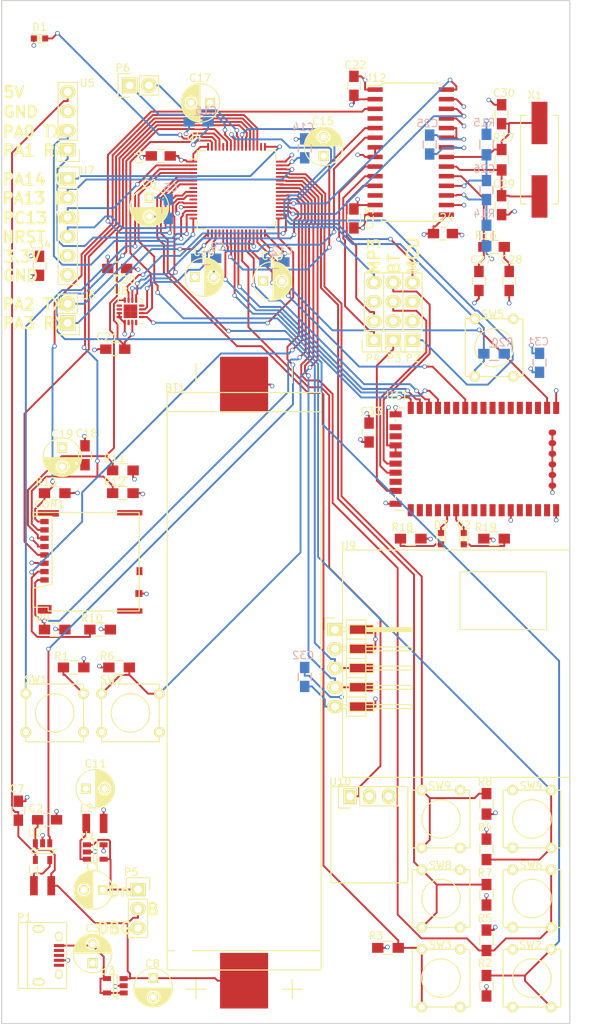
<source format=kicad_pcb>
(kicad_pcb (version 4) (host pcbnew 4.0.2-stable)
  (title_block (title "SenseWalk2: Minimalistic version") (rev 1) (company "University of Central Florida\\nSenior Design G23\\nBenoit Brummer\\n\\n\\n"))
  (layers (0 F.Cu signal) (1 In1.Cu power hide) (2 In2.Cu power hide) (31 B.Cu signal) (34 B.Paste user) (35 F.Paste user) (36 B.SilkS user) (37 F.SilkS user) (38 B.Mask user) (39 F.Mask user) (44 Edge.Cuts user))
  (net 0 "")
  (net 1 GND)
  (net 2 +BATT)
  (net 3 +5V)
  (net 4 +3V3)
  (net 5 PD2_SD-CMD)
  (net 6 PC10_SD-D2)
  (net 7 PC11_SD-D3)
  (net 8 PC12_SD-CK)
  (net 9 PC8_SD-D0)
  (net 10 PC9_SD-D1)
  (net 11 PA15_SD-DET)
  (net 12 "Net-(L2-Pad1)")
  (net 13 /in5)
  (net 14 /in6)
  (net 15 /in7)
  (net 16 /in8)
  (net 17 /in1)
  (net 18 /in2)
  (net 19 /in3)
  (net 20 /in4)
  (net 21 PC13_dbg)
  (net 22 NRST)
  (net 23 PC0_MP3-SCL)
  (net 24 PC1_MP3-SDA)
  (net 25 PC2_MAG-MISO)
  (net 26 PA0_las)
  (net 27 PA1_las)
  (net 28 PA2_UART)
  (net 29 PA3_UART)
  (net 30 PA4_BTpcm-Sync)
  (net 31 PA5_MP3-SCK)
  (net 32 PA6_BT-RTS)
  (net 33 PA7_MP3-SDI)
  (net 34 PC4_BT-RX)
  (net 35 PC5_BT-TX)
  (net 36 PB1_BT-CTS)
  (net 37 PB2_BT-GP2)
  (net 38 PB10_MAG-SPC)
  (net 39 "Net-(D1-Pad2)")
  (net 40 PB12_MAG-INT)
  (net 41 PB13_MAG-TRIG)
  (net 42 PB14_MP3-RST)
  (net 43 PB15_MAG-MOSI)
  (net 44 PC6_MP3-DR)
  (net 45 PA9_GPS-RX)
  (net 46 PA13_dbg)
  (net 47 PA14_dbg)
  (net 48 PB3_BTpcm-CLK)
  (net 49 PB5_BTpcm-IN)
  (net 50 PB7_GPS-TX)
  (net 51 PB9_MAG-CS)
  (net 52 "Net-(P4-Pad4)")
  (net 53 "Net-(P4-Pad1)")
  (net 54 "Net-(P4-Pad2)")
  (net 55 "Net-(C26-Pad1)")
  (net 56 "Net-(C28-Pad1)")
  (net 57 "Net-(C29-Pad1)")
  (net 58 "Net-(C27-Pad1)")
  (net 59 "Net-(D2-Pad2)")
  (net 60 "Net-(D2-Pad1)")
  (net 61 "Net-(D3-Pad2)")
  (net 62 "Net-(D3-Pad1)")
  (net 63 "Net-(P3-Pad1)")
  (net 64 "Net-(P3-Pad2)")
  (net 65 "Net-(P3-Pad3)")
  (net 66 "Net-(P3-Pad4)")
  (net 67 "Net-(L1-Pad2)")
  (net 68 "Net-(C3-Pad2)")
  (net 69 "Net-(C26-Pad2)")
  (net 70 "Net-(C30-Pad1)")
  (net 71 PB0_mic)
  (net 72 PB11_BT-GP9)
  (net 73 x-in-1)
  (net 74 x-in-2)
  (net 75 /3VEN)
  (net 76 /5VEN)
  (module con-trougnouf:18650BatteryHolder (layer F.Cu) (at 69 173 270)
    (fp_text reference BT1 (at -81.9 9.1 360) (layer F.SilkS))
    (fp_text value Battery)
    (pad "" np_thru_hole oval (at -70.87 8 270) (size 3.45 3.45) (drill 3.45) (layers *.Cu *.Mask F.SilkS))
    (pad 1 smd rect (at -3.67 0 270) (size 7.34 6.35) (layers F.Cu F.Paste F.Mask) (net 2 +BATT))
    (pad 2 smd rect (at -82.33 0 270) (size 7.34 6.35) (layers F.Cu F.Paste F.Mask) (net 1 GND))
    (pad "" np_thru_hole oval (at -7.34 8 270) (size 2.39 2.39) (drill 2.39) (layers *.Cu *.Mask F.SilkS))
    (pad "" np_thru_hole oval (at -15.67 -8 270) (size 3.45 3.45) (drill 3.45) (layers *.Cu *.Mask F.SilkS))
  )
  (module Capacitors_ThroughHole:C_Radial_D5_L11_P2.5 (layer F.Cu) (at 50.35 157.35 180)
    (fp_text reference C1 (at 1.25 3.05 180) (layer F.SilkS))
    (fp_text value 10uF)
    (pad 1 thru_hole rect (at 0 0 180) (size 1.3 1.3) (drill 0.8) (layers *.Cu *.Mask F.SilkS) (net 75 /3VEN))
    (pad 2 thru_hole circle (at 2.5 0 180) (size 1.3 1.3) (drill 0.8) (layers *.Cu *.Mask F.SilkS) (net 1 GND))
  )
  (module con-trougnouf:MicroSD (layer F.Cu) (at 42.65 112.05 90)
    (fp_text reference CON1 (at 5.55 0.65 180) (layer F.SilkS))
    (fp_text value uSD_Card)
    (pad 6 smd rect (at -2.2 0 90) (size 0.7 1.1) (layers F.Cu F.Paste F.Mask) (net 1 GND))
    (pad 3 smd rect (at 1.1 0 90) (size 0.7 1.1) (layers F.Cu F.Paste F.Mask) (net 5 PD2_SD-CMD))
    (pad ~ smd rect (at 4.38 0.5 90) (size 0.86 2.8) (layers F.Cu F.Paste F.Mask))
    (pad 1 smd rect (at 3.3 0 90) (size 0.7 1.1) (layers F.Cu F.Paste F.Mask) (net 6 PC10_SD-D2))
    (pad 2 smd rect (at 2.2 0 90) (size 0.7 1.1) (layers F.Cu F.Paste F.Mask) (net 7 PC11_SD-D3))
    (pad 4 smd rect (at 0 0 90) (size 0.7 1.1) (layers F.Cu F.Paste F.Mask) (net 4 +3V3))
    (pad 5 smd rect (at -1.1 0 90) (size 0.7 1.1) (layers F.Cu F.Paste F.Mask) (net 8 PC12_SD-CK))
    (pad 7 smd rect (at -3.3 0 90) (size 0.7 1.1) (layers F.Cu F.Paste F.Mask) (net 9 PC8_SD-D0))
    (pad 8 smd rect (at -4.4 0 90) (size 0.7 1.1) (layers F.Cu F.Paste F.Mask) (net 10 PC9_SD-D1))
    (pad ~ smd rect (at -8.28 0.015 90) (size 1.14 1.83) (layers F.Cu F.Paste F.Mask))
    (pad ~ smd rect (at -8.5 11.265 90) (size 0.7 3.33) (layers F.Cu F.Paste F.Mask))
    (pad 6 smd rect (at -6.19 12.465 90) (size 0.9 0.93) (layers F.Cu F.Paste F.Mask) (net 1 GND))
    (pad 9 smd rect (at -3.24 12.54 90) (size 1.05 0.78) (layers F.Cu F.Paste F.Mask) (net 11 PA15_SD-DET))
    (pad ~ smd rect (at 4.46 11.265 90) (size 0.7 3.33) (layers F.Cu F.Paste F.Mask))
  )
  (module BT:RN-52 (layer F.Cu) (at 102 100.5 270)
    (fp_text reference U11 (at -8.4 12.8 360) (layer F.SilkS))
    (fp_text value RN-52)
    (pad 28 smd rect (at 6.75 11 270) (size 1.6 0.8) (layers F.Cu F.Paste F.Mask))
    (pad 27 smd rect (at 5.9 13 270) (size 0.8 1.6) (layers F.Cu F.Paste F.Mask) (net 1 GND))
    (pad 19 smd rect (at -4.2 13 270) (size 0.8 1.6) (layers F.Cu F.Paste F.Mask))
    (pad 1 smd rect (at -6.75 -8.2 270) (size 1.6 0.8) (layers F.Cu F.Paste F.Mask) (net 1 GND))
    (pad 2 smd rect (at -6.75 -7 270) (size 1.6 0.8) (layers F.Cu F.Paste F.Mask) (net 37 PB2_BT-GP2))
    (pad 3 smd rect (at -6.75 -5.8 270) (size 1.6 0.8) (layers F.Cu F.Paste F.Mask))
    (pad 4 smd rect (at -6.75 -4.6 270) (size 1.6 0.8) (layers F.Cu F.Paste F.Mask))
    (pad 5 smd rect (at -6.75 -3.4 270) (size 1.6 0.8) (layers F.Cu F.Paste F.Mask))
    (pad 6 smd rect (at -6.75 -2.2 270) (size 1.6 0.8) (layers F.Cu F.Paste F.Mask))
    (pad 7 smd rect (at -6.75 -1 270) (size 1.6 0.8) (layers F.Cu F.Paste F.Mask))
    (pad 8 smd rect (at -6.75 0.2 270) (size 1.6 0.8) (layers F.Cu F.Paste F.Mask))
    (pad 9 smd rect (at -6.75 1.4 270) (size 1.6 0.8) (layers F.Cu F.Paste F.Mask))
    (pad 10 smd rect (at -6.75 2.6 270) (size 1.6 0.8) (layers F.Cu F.Paste F.Mask))
    (pad 11 smd rect (at -6.75 3.8 270) (size 1.6 0.8) (layers F.Cu F.Paste F.Mask) (net 72 PB11_BT-GP9))
    (pad 12 smd rect (at -6.75 5 270) (size 1.6 0.8) (layers F.Cu F.Paste F.Mask))
    (pad 13 smd rect (at -6.75 6.2 270) (size 1.6 0.8) (layers F.Cu F.Paste F.Mask))
    (pad 14 smd rect (at -6.75 7.4 270) (size 1.6 0.8) (layers F.Cu F.Paste F.Mask) (net 32 PA6_BT-RTS))
    (pad 15 smd rect (at -6.75 8.6 270) (size 1.6 0.8) (layers F.Cu F.Paste F.Mask) (net 36 PB1_BT-CTS))
    (pad 16 smd rect (at -6.75 9.8 270) (size 1.6 0.8) (layers F.Cu F.Paste F.Mask) (net 35 PC5_BT-TX))
    (pad 17 smd rect (at -6.75 11 270) (size 1.6 0.8) (layers F.Cu F.Paste F.Mask) (net 34 PC4_BT-RX))
    (pad 18 smd rect (at -5.9 13 270) (size 0.8 1.6) (layers F.Cu F.Paste F.Mask) (net 1 GND))
    (pad 20 smd rect (at -3 13 270) (size 0.8 1.6) (layers F.Cu F.Paste F.Mask))
    (pad 21 smd rect (at -1.8 13 270) (size 0.8 1.6) (layers F.Cu F.Paste F.Mask) (net 4 +3V3))
    (pad 22 smd rect (at -0.6 13 270) (size 0.8 1.6) (layers F.Cu F.Paste F.Mask) (net 4 +3V3))
    (pad 23 smd rect (at 0.6 13 270) (size 0.8 1.6) (layers F.Cu F.Paste F.Mask) (net 66 "Net-(P3-Pad4)"))
    (pad 24 smd rect (at 1.8 13 270) (size 0.8 1.6) (layers F.Cu F.Paste F.Mask) (net 65 "Net-(P3-Pad3)"))
    (pad 25 smd rect (at 3 13 270) (size 0.8 1.6) (layers F.Cu F.Paste F.Mask) (net 64 "Net-(P3-Pad2)"))
    (pad 26 smd rect (at 4.2 13 270) (size 0.8 1.6) (layers F.Cu F.Paste F.Mask) (net 63 "Net-(P3-Pad1)"))
    (pad 29 smd rect (at 6.75 9.8 270) (size 1.6 0.8) (layers F.Cu F.Paste F.Mask))
    (pad 30 smd rect (at 6.75 8.6 270) (size 1.6 0.8) (layers F.Cu F.Paste F.Mask))
    (pad 31 smd rect (at 6.75 7.4 270) (size 1.6 0.8) (layers F.Cu F.Paste F.Mask))
    (pad 32 smd rect (at 6.75 6.2 270) (size 1.6 0.8) (layers F.Cu F.Paste F.Mask) (net 62 "Net-(D3-Pad1)"))
    (pad 33 smd rect (at 6.75 5 270) (size 1.6 0.8) (layers F.Cu F.Paste F.Mask) (net 60 "Net-(D2-Pad1)"))
    (pad 34 smd rect (at 6.75 3.8 270) (size 1.6 0.8) (layers F.Cu F.Paste F.Mask))
    (pad 35 smd rect (at 6.75 2.6 270) (size 1.6 0.8) (layers F.Cu F.Paste F.Mask))
    (pad 36 smd rect (at 6.75 1.4 270) (size 1.6 0.8) (layers F.Cu F.Paste F.Mask))
    (pad 37 smd rect (at 6.75 0.2 270) (size 1.6 0.8) (layers F.Cu F.Paste F.Mask))
    (pad 38 smd rect (at 6.75 -1 270) (size 1.6 0.8) (layers F.Cu F.Paste F.Mask))
    (pad 39 smd rect (at 6.75 -2.2 270) (size 1.6 0.8) (layers F.Cu F.Paste F.Mask) (net 1 GND))
    (pad 40 smd rect (at 6.75 -3.4 270) (size 1.6 0.8) (layers F.Cu F.Paste F.Mask))
    (pad 41 smd rect (at 6.75 -4.6 270) (size 1.6 0.8) (layers F.Cu F.Paste F.Mask))
    (pad 42 smd rect (at 6.75 -5.8 270) (size 1.6 0.8) (layers F.Cu F.Paste F.Mask))
    (pad 43 smd rect (at 6.75 -7 270) (size 1.6 0.8) (layers F.Cu F.Paste F.Mask))
    (pad 44 smd rect (at 6.75 -8.2 270) (size 1.6 0.8) (layers F.Cu F.Paste F.Mask) (net 1 GND))
    (pad 45 smd oval (at 3.5 -7.7 270) (size 0.8 1) (layers F.Cu F.Paste F.Mask) (net 1 GND))
    (pad 46 smd oval (at 2.1 -7.7 270) (size 0.8 1) (layers F.Cu F.Paste F.Mask) (net 1 GND))
    (pad 47 smd oval (at 0.7 -7.7 270) (size 0.8 1) (layers F.Cu F.Paste F.Mask) (net 1 GND))
    (pad 48 smd oval (at -0.7 -7.7 270) (size 0.8 1) (layers F.Cu F.Paste F.Mask) (net 1 GND))
    (pad 49 smd oval (at -2.1 -7.7 270) (size 0.8 1) (layers F.Cu F.Paste F.Mask) (net 1 GND))
    (pad 50 smd oval (at -3.5 -7.7 270) (size 0.8 1) (layers F.Cu F.Paste F.Mask) (net 1 GND))
  )
  (module Capacitors_ThroughHole:C_Radial_D5_L11_P2.5 (layer F.Cu) (at 49 167 90)
    (fp_text reference C3 (at 4.6 0 180) (layer F.SilkS))
    (fp_text value 1uF)
    (pad 1 thru_hole rect (at 0 0 90) (size 1.3 1.3) (drill 0.8) (layers *.Cu *.Mask F.SilkS) (net 1 GND))
    (pad 2 thru_hole circle (at 2.5 0 90) (size 1.3 1.3) (drill 0.8) (layers *.Cu *.Mask F.SilkS) (net 68 "Net-(C3-Pad2)"))
  )
  (module Capacitors_SMD:C_0805_HandSoldering (layer F.Cu) (at 58 60.5)
    (fp_text reference C4 (at -2.85 0.15 90) (layer F.SilkS))
    (fp_text value 0.1uF)
    (pad 1 smd rect (at -1.25 0) (size 1.5 1.25) (layers F.Cu F.Paste F.Mask) (net 1 GND))
    (pad 2 smd rect (at 1.25 0) (size 1.5 1.25) (layers F.Cu F.Paste F.Mask) (net 4 +3V3))
  )
  (module Capacitors_ThroughHole:C_Radial_D5_L11_P2.5 (layer F.Cu) (at 56.5 66 270)
    (fp_text reference C6 (at -1.8 0 360) (layer F.SilkS))
    (fp_text value 4.7uF)
    (pad 1 thru_hole rect (at 0 0 270) (size 1.3 1.3) (drill 0.8) (layers *.Cu *.Mask F.SilkS) (net 1 GND))
    (pad 2 thru_hole circle (at 2.5 0 270) (size 1.3 1.3) (drill 0.8) (layers *.Cu *.Mask F.SilkS) (net 4 +3V3))
  )
  (module Capacitors_SMD:C_0805_HandSoldering (layer F.Cu) (at 39.2 146.9 90)
    (fp_text reference C7 (at 2.9 -0.2 180) (layer F.SilkS))
    (fp_text value 10uF)
    (pad 1 smd rect (at -1.25 0 90) (size 1.5 1.25) (layers F.Cu F.Paste F.Mask) (net 3 +5V))
    (pad 2 smd rect (at 1.25 0 90) (size 1.5 1.25) (layers F.Cu F.Paste F.Mask) (net 1 GND))
  )
  (module Capacitors_ThroughHole:C_Radial_D5_L11_P2.5 (layer F.Cu) (at 57 169 270)
    (fp_text reference C8 (at -1.9 0.1 360) (layer F.SilkS))
    (fp_text value 1uF)
    (pad 1 thru_hole rect (at 0 0 270) (size 1.3 1.3) (drill 0.8) (layers *.Cu *.Mask F.SilkS) (net 2 +BATT))
    (pad 2 thru_hole circle (at 2.5 0 270) (size 1.3 1.3) (drill 0.8) (layers *.Cu *.Mask F.SilkS) (net 1 GND))
  )
  (module Capacitors_ThroughHole:C_Radial_D5_L11_P2.5 (layer F.Cu) (at 62.5 76.5)
    (fp_text reference C10 (at 1.2 -3.3) (layer F.SilkS))
    (fp_text value 4.7uF)
    (pad 1 thru_hole rect (at 0 0) (size 1.3 1.3) (drill 0.8) (layers *.Cu *.Mask F.SilkS) (net 1 GND))
    (pad 2 thru_hole circle (at 2.5 0) (size 1.3 1.3) (drill 0.8) (layers *.Cu *.Mask F.SilkS) (net 4 +3V3))
  )
  (module Capacitors_ThroughHole:C_Radial_D5_L11_P2.5 (layer F.Cu) (at 64.5 53.5 180)
    (fp_text reference C17 (at 1.3 3.3 180) (layer F.SilkS))
    (fp_text value 4.7uF)
    (pad 1 thru_hole rect (at 0 0 180) (size 1.3 1.3) (drill 0.8) (layers *.Cu *.Mask F.SilkS) (net 1 GND))
    (pad 2 thru_hole circle (at 2.5 0 180) (size 1.3 1.3) (drill 0.8) (layers *.Cu *.Mask F.SilkS) (net 4 +3V3))
  )
  (module Inductors_NEOSID:Neosid_Inductor_SM-NE29_SMD1008 (layer F.Cu) (at 42.4 156.8 180)
    (fp_text reference L1 (at 1.1 2 180) (layer F.SilkS))
    (fp_text value 4.7uH)
    (pad 2 smd rect (at 1.14554 0 180) (size 1.02108 2.54) (layers F.Cu F.Paste F.Mask) (net 67 "Net-(L1-Pad2)"))
    (pad 1 smd rect (at -1.14554 0 180) (size 1.02108 2.54) (layers F.Cu F.Paste F.Mask) (net 2 +BATT))
  )
  (module Inductors_NEOSID:Neosid_Inductor_SM-NE29_SMD1008 (layer F.Cu) (at 49.31 148.58)
    (fp_text reference L2 (at -1.11 -1.98 180) (layer F.SilkS))
    (fp_text value 4.7uH)
    (pad 2 smd rect (at 1.14554 0) (size 1.02108 2.54) (layers F.Cu F.Paste F.Mask) (net 4 +3V3))
    (pad 1 smd rect (at -1.14554 0) (size 1.02108 2.54) (layers F.Cu F.Paste F.Mask) (net 12 "Net-(L2-Pad1)"))
  )
  (module Connect:USB_Micro-B (layer F.Cu) (at 43 166 270)
    (fp_text reference P1 (at -5 3 360) (layer F.SilkS))
    (fp_text value USB_B)
    (pad 1 smd rect (at -1.3009 -1.56254) (size 1.35 0.4) (layers F.Cu F.Paste F.Mask) (net 68 "Net-(C3-Pad2)"))
    (pad 2 smd rect (at -0.6509 -1.56254) (size 1.35 0.4) (layers F.Cu F.Paste F.Mask))
    (pad 3 smd rect (at -0.0009 -1.56254) (size 1.35 0.4) (layers F.Cu F.Paste F.Mask))
    (pad 4 smd rect (at 0.6491 -1.56254) (size 1.35 0.4) (layers F.Cu F.Paste F.Mask) (net 1 GND))
    (pad 5 smd rect (at 1.2991 -1.56254) (size 1.35 0.4) (layers F.Cu F.Paste F.Mask))
    (pad 6 thru_hole oval (at -2.5009 -1.56254) (size 0.95 1.25) (drill oval 0.55 0.85) (layers *.Cu *.Mask F.SilkS))
    (pad 6 thru_hole oval (at 2.4991 -1.56254) (size 0.95 1.25) (drill oval 0.55 0.85) (layers *.Cu *.Mask F.SilkS))
    (pad 6 thru_hole oval (at -3.5009 1.13746) (size 1.55 1) (drill oval 1.15 0.5) (layers *.Cu *.Mask F.SilkS))
    (pad 6 thru_hole oval (at 3.4991 1.13746) (size 1.55 1) (drill oval 1.15 0.5) (layers *.Cu *.Mask F.SilkS))
  )
  (module Buttons_Switches_ThroughHole:SW_PUSH_SMALL (layer F.Cu) (at 44 134)
    (fp_text reference SW1 (at -2.5 -4.4) (layer F.SilkS))
    (fp_text value SW_PUSH)
    (pad 1 thru_hole circle (at 3.81 -2.54) (size 1.397 1.397) (drill 0.8128) (layers *.Cu *.Mask F.SilkS) (net 13 /in5))
    (pad 2 thru_hole circle (at 3.81 2.54) (size 1.397 1.397) (drill 0.8128) (layers *.Cu *.Mask F.SilkS) (net 4 +3V3))
    (pad 1 thru_hole circle (at -3.81 -2.54) (size 1.397 1.397) (drill 0.8128) (layers *.Cu *.Mask F.SilkS) (net 13 /in5))
    (pad 2 thru_hole circle (at -3.81 2.54) (size 1.397 1.397) (drill 0.8128) (layers *.Cu *.Mask F.SilkS) (net 4 +3V3))
  )
  (module Buttons_Switches_ThroughHole:SW_PUSH_SMALL (layer F.Cu) (at 107 169 270)
    (fp_text reference SW2 (at -4.4 0.2 360) (layer F.SilkS))
    (fp_text value SW_PUSH)
    (pad 1 thru_hole circle (at 3.81 -2.54 270) (size 1.397 1.397) (drill 0.8128) (layers *.Cu *.Mask F.SilkS) (net 14 /in6))
    (pad 2 thru_hole circle (at 3.81 2.54 270) (size 1.397 1.397) (drill 0.8128) (layers *.Cu *.Mask F.SilkS) (net 4 +3V3))
    (pad 1 thru_hole circle (at -3.81 -2.54 270) (size 1.397 1.397) (drill 0.8128) (layers *.Cu *.Mask F.SilkS) (net 14 /in6))
    (pad 2 thru_hole circle (at -3.81 2.54 270) (size 1.397 1.397) (drill 0.8128) (layers *.Cu *.Mask F.SilkS) (net 4 +3V3))
  )
  (module Buttons_Switches_ThroughHole:SW_PUSH_SMALL (layer F.Cu) (at 95 169 90)
    (fp_text reference SW3 (at 4.4 -0.1 180) (layer F.SilkS))
    (fp_text value SW_PUSH)
    (pad 1 thru_hole circle (at 3.81 -2.54 90) (size 1.397 1.397) (drill 0.8128) (layers *.Cu *.Mask F.SilkS) (net 15 /in7))
    (pad 2 thru_hole circle (at 3.81 2.54 90) (size 1.397 1.397) (drill 0.8128) (layers *.Cu *.Mask F.SilkS) (net 4 +3V3))
    (pad 1 thru_hole circle (at -3.81 -2.54 90) (size 1.397 1.397) (drill 0.8128) (layers *.Cu *.Mask F.SilkS) (net 15 /in7))
    (pad 2 thru_hole circle (at -3.81 2.54 90) (size 1.397 1.397) (drill 0.8128) (layers *.Cu *.Mask F.SilkS) (net 4 +3V3))
  )
  (module Buttons_Switches_ThroughHole:SW_PUSH_SMALL (layer F.Cu) (at 107 148 270)
    (fp_text reference SW4 (at -4.4 0.1 360) (layer F.SilkS))
    (fp_text value SW_PUSH)
    (pad 1 thru_hole circle (at 3.81 -2.54 270) (size 1.397 1.397) (drill 0.8128) (layers *.Cu *.Mask F.SilkS) (net 16 /in8))
    (pad 2 thru_hole circle (at 3.81 2.54 270) (size 1.397 1.397) (drill 0.8128) (layers *.Cu *.Mask F.SilkS) (net 4 +3V3))
    (pad 1 thru_hole circle (at -3.81 -2.54 270) (size 1.397 1.397) (drill 0.8128) (layers *.Cu *.Mask F.SilkS) (net 16 /in8))
    (pad 2 thru_hole circle (at -3.81 2.54 270) (size 1.397 1.397) (drill 0.8128) (layers *.Cu *.Mask F.SilkS) (net 4 +3V3))
  )
  (module Buttons_Switches_ThroughHole:SW_PUSH_SMALL (layer F.Cu) (at 107 158.5 270)
    (fp_text reference SW6 (at -4.4 0.1 360) (layer F.SilkS))
    (fp_text value SW_PUSH)
    (pad 1 thru_hole circle (at 3.81 -2.54 270) (size 1.397 1.397) (drill 0.8128) (layers *.Cu *.Mask F.SilkS) (net 17 /in1))
    (pad 2 thru_hole circle (at 3.81 2.54 270) (size 1.397 1.397) (drill 0.8128) (layers *.Cu *.Mask F.SilkS) (net 4 +3V3))
    (pad 1 thru_hole circle (at -3.81 -2.54 270) (size 1.397 1.397) (drill 0.8128) (layers *.Cu *.Mask F.SilkS) (net 17 /in1))
    (pad 2 thru_hole circle (at -3.81 2.54 270) (size 1.397 1.397) (drill 0.8128) (layers *.Cu *.Mask F.SilkS) (net 4 +3V3))
  )
  (module Buttons_Switches_ThroughHole:SW_PUSH_SMALL (layer F.Cu) (at 54 134)
    (fp_text reference SW7 (at -2.5 -4.4) (layer F.SilkS))
    (fp_text value SW_PUSH)
    (pad 1 thru_hole circle (at 3.81 -2.54) (size 1.397 1.397) (drill 0.8128) (layers *.Cu *.Mask F.SilkS) (net 18 /in2))
    (pad 2 thru_hole circle (at 3.81 2.54) (size 1.397 1.397) (drill 0.8128) (layers *.Cu *.Mask F.SilkS) (net 4 +3V3))
    (pad 1 thru_hole circle (at -3.81 -2.54) (size 1.397 1.397) (drill 0.8128) (layers *.Cu *.Mask F.SilkS) (net 18 /in2))
    (pad 2 thru_hole circle (at -3.81 2.54) (size 1.397 1.397) (drill 0.8128) (layers *.Cu *.Mask F.SilkS) (net 4 +3V3))
  )
  (module Buttons_Switches_ThroughHole:SW_PUSH_SMALL (layer F.Cu) (at 95 158.5 90)
    (fp_text reference SW8 (at 4.4 -0.1 180) (layer F.SilkS))
    (fp_text value SW_PUSH)
    (pad 1 thru_hole circle (at 3.81 -2.54 90) (size 1.397 1.397) (drill 0.8128) (layers *.Cu *.Mask F.SilkS) (net 19 /in3))
    (pad 2 thru_hole circle (at 3.81 2.54 90) (size 1.397 1.397) (drill 0.8128) (layers *.Cu *.Mask F.SilkS) (net 4 +3V3))
    (pad 1 thru_hole circle (at -3.81 -2.54 90) (size 1.397 1.397) (drill 0.8128) (layers *.Cu *.Mask F.SilkS) (net 19 /in3))
    (pad 2 thru_hole circle (at -3.81 2.54 90) (size 1.397 1.397) (drill 0.8128) (layers *.Cu *.Mask F.SilkS) (net 4 +3V3))
  )
  (module Buttons_Switches_ThroughHole:SW_PUSH_SMALL (layer F.Cu) (at 95 148 90)
    (fp_text reference SW9 (at 4.4 -0.2 180) (layer F.SilkS))
    (fp_text value SW_PUSH)
    (pad 1 thru_hole circle (at 3.81 -2.54 90) (size 1.397 1.397) (drill 0.8128) (layers *.Cu *.Mask F.SilkS) (net 20 /in4))
    (pad 2 thru_hole circle (at 3.81 2.54 90) (size 1.397 1.397) (drill 0.8128) (layers *.Cu *.Mask F.SilkS) (net 4 +3V3))
    (pad 1 thru_hole circle (at -3.81 -2.54 90) (size 1.397 1.397) (drill 0.8128) (layers *.Cu *.Mask F.SilkS) (net 20 /in4))
    (pad 2 thru_hole circle (at -3.81 2.54 90) (size 1.397 1.397) (drill 0.8128) (layers *.Cu *.Mask F.SilkS) (net 4 +3V3))
  )
  (module TO_SOT_Packages_SMD:SOT-23-5 (layer F.Cu) (at 42.4 152.3 270)
    (fp_text reference U2 (at -2.5 1 360) (layer F.SilkS))
    (fp_text value XC9140)
    (pad 1 smd rect (at -1.1 -0.95 270) (size 1.06 0.65) (layers F.Cu F.Paste F.Mask) (net 76 /5VEN))
    (pad 2 smd rect (at -1.1 0 270) (size 1.06 0.65) (layers F.Cu F.Paste F.Mask) (net 1 GND))
    (pad 3 smd rect (at -1.1 0.95 270) (size 1.06 0.65) (layers F.Cu F.Paste F.Mask) (net 2 +BATT))
    (pad 4 smd rect (at 1.1 0.95 270) (size 1.06 0.65) (layers F.Cu F.Paste F.Mask) (net 3 +5V))
    (pad 5 smd rect (at 1.1 -0.95 270) (size 1.06 0.65) (layers F.Cu F.Paste F.Mask) (net 67 "Net-(L1-Pad2)"))
  )
  (module TO_SOT_Packages_SMD:SOT-23-5 (layer F.Cu) (at 52 170 180)
    (fp_text reference U3 (at 1 2 180) (layer F.SilkS))
    (fp_text value MCP73811/2)
    (pad 1 smd rect (at -1.1 -0.95 180) (size 1.06 0.65) (layers F.Cu F.Paste F.Mask) (net 68 "Net-(C3-Pad2)"))
    (pad 2 smd rect (at -1.1 0 180) (size 1.06 0.65) (layers F.Cu F.Paste F.Mask) (net 1 GND))
    (pad 3 smd rect (at -1.1 0.95 180) (size 1.06 0.65) (layers F.Cu F.Paste F.Mask) (net 2 +BATT))
    (pad 4 smd rect (at 1.1 0.95 180) (size 1.06 0.65) (layers F.Cu F.Paste F.Mask) (net 68 "Net-(C3-Pad2)"))
    (pad 5 smd rect (at 1.1 -0.95 180) (size 1.06 0.65) (layers F.Cu F.Paste F.Mask) (net 68 "Net-(C3-Pad2)"))
  )
  (module Housings_QFP:LQFP-64_10x10mm_Pitch0.5mm (layer F.Cu) (at 68 65)
    (fp_text reference U4 (at -5.6 -7) (layer F.SilkS))
    (fp_text value STM32L476R)
    (pad 1 smd rect (at -5.7 -3.75) (size 1 0.25) (layers F.Cu F.Paste F.Mask) (net 4 +3V3))
    (pad 2 smd rect (at -5.7 -3.25) (size 1 0.25) (layers F.Cu F.Paste F.Mask) (net 21 PC13_dbg))
    (pad 3 smd rect (at -5.7 -2.75) (size 1 0.25) (layers F.Cu F.Paste F.Mask) (net 13 /in5))
    (pad 4 smd rect (at -5.7 -2.25) (size 1 0.25) (layers F.Cu F.Paste F.Mask) (net 14 /in6))
    (pad 5 smd rect (at -5.7 -1.75) (size 1 0.25) (layers F.Cu F.Paste F.Mask) (net 15 /in7))
    (pad 6 smd rect (at -5.7 -1.25) (size 1 0.25) (layers F.Cu F.Paste F.Mask) (net 16 /in8))
    (pad 7 smd rect (at -5.7 -0.75) (size 1 0.25) (layers F.Cu F.Paste F.Mask) (net 22 NRST))
    (pad 8 smd rect (at -5.7 -0.25) (size 1 0.25) (layers F.Cu F.Paste F.Mask) (net 23 PC0_MP3-SCL))
    (pad 9 smd rect (at -5.7 0.25) (size 1 0.25) (layers F.Cu F.Paste F.Mask) (net 24 PC1_MP3-SDA))
    (pad 10 smd rect (at -5.7 0.75) (size 1 0.25) (layers F.Cu F.Paste F.Mask) (net 25 PC2_MAG-MISO))
    (pad 11 smd rect (at -5.7 1.25) (size 1 0.25) (layers F.Cu F.Paste F.Mask))
    (pad 12 smd rect (at -5.7 1.75) (size 1 0.25) (layers F.Cu F.Paste F.Mask) (net 1 GND))
    (pad 13 smd rect (at -5.7 2.25) (size 1 0.25) (layers F.Cu F.Paste F.Mask) (net 4 +3V3))
    (pad 14 smd rect (at -5.7 2.75) (size 1 0.25) (layers F.Cu F.Paste F.Mask) (net 26 PA0_las))
    (pad 15 smd rect (at -5.7 3.25) (size 1 0.25) (layers F.Cu F.Paste F.Mask) (net 27 PA1_las))
    (pad 16 smd rect (at -5.7 3.75) (size 1 0.25) (layers F.Cu F.Paste F.Mask) (net 28 PA2_UART))
    (pad 17 smd rect (at -3.75 5.7 90) (size 1 0.25) (layers F.Cu F.Paste F.Mask) (net 29 PA3_UART))
    (pad 18 smd rect (at -3.25 5.7 90) (size 1 0.25) (layers F.Cu F.Paste F.Mask) (net 1 GND))
    (pad 19 smd rect (at -2.75 5.7 90) (size 1 0.25) (layers F.Cu F.Paste F.Mask) (net 4 +3V3))
    (pad 20 smd rect (at -2.25 5.7 90) (size 1 0.25) (layers F.Cu F.Paste F.Mask) (net 30 PA4_BTpcm-Sync))
    (pad 21 smd rect (at -1.75 5.7 90) (size 1 0.25) (layers F.Cu F.Paste F.Mask) (net 31 PA5_MP3-SCK))
    (pad 22 smd rect (at -1.25 5.7 90) (size 1 0.25) (layers F.Cu F.Paste F.Mask) (net 32 PA6_BT-RTS))
    (pad 23 smd rect (at -0.75 5.7 90) (size 1 0.25) (layers F.Cu F.Paste F.Mask) (net 33 PA7_MP3-SDI))
    (pad 24 smd rect (at -0.25 5.7 90) (size 1 0.25) (layers F.Cu F.Paste F.Mask) (net 34 PC4_BT-RX))
    (pad 25 smd rect (at 0.25 5.7 90) (size 1 0.25) (layers F.Cu F.Paste F.Mask) (net 35 PC5_BT-TX))
    (pad 26 smd rect (at 0.75 5.7 90) (size 1 0.25) (layers F.Cu F.Paste F.Mask) (net 71 PB0_mic))
    (pad 27 smd rect (at 1.25 5.7 90) (size 1 0.25) (layers F.Cu F.Paste F.Mask) (net 36 PB1_BT-CTS))
    (pad 28 smd rect (at 1.75 5.7 90) (size 1 0.25) (layers F.Cu F.Paste F.Mask) (net 37 PB2_BT-GP2))
    (pad 29 smd rect (at 2.25 5.7 90) (size 1 0.25) (layers F.Cu F.Paste F.Mask) (net 38 PB10_MAG-SPC))
    (pad 30 smd rect (at 2.75 5.7 90) (size 1 0.25) (layers F.Cu F.Paste F.Mask) (net 72 PB11_BT-GP9))
    (pad 31 smd rect (at 3.25 5.7 90) (size 1 0.25) (layers F.Cu F.Paste F.Mask) (net 1 GND))
    (pad 32 smd rect (at 3.75 5.7 90) (size 1 0.25) (layers F.Cu F.Paste F.Mask) (net 4 +3V3))
    (pad 33 smd rect (at 5.7 3.75) (size 1 0.25) (layers F.Cu F.Paste F.Mask) (net 40 PB12_MAG-INT))
    (pad 34 smd rect (at 5.7 3.25) (size 1 0.25) (layers F.Cu F.Paste F.Mask) (net 41 PB13_MAG-TRIG))
    (pad 35 smd rect (at 5.7 2.75) (size 1 0.25) (layers F.Cu F.Paste F.Mask) (net 42 PB14_MP3-RST))
    (pad 36 smd rect (at 5.7 2.25) (size 1 0.25) (layers F.Cu F.Paste F.Mask) (net 43 PB15_MAG-MOSI))
    (pad 37 smd rect (at 5.7 1.75) (size 1 0.25) (layers F.Cu F.Paste F.Mask) (net 44 PC6_MP3-DR))
    (pad 38 smd rect (at 5.7 1.25) (size 1 0.25) (layers F.Cu F.Paste F.Mask) (net 76 /5VEN))
    (pad 39 smd rect (at 5.7 0.75) (size 1 0.25) (layers F.Cu F.Paste F.Mask) (net 9 PC8_SD-D0))
    (pad 40 smd rect (at 5.7 0.25) (size 1 0.25) (layers F.Cu F.Paste F.Mask) (net 10 PC9_SD-D1))
    (pad 41 smd rect (at 5.7 -0.25) (size 1 0.25) (layers F.Cu F.Paste F.Mask) (net 17 /in1))
    (pad 42 smd rect (at 5.7 -0.75) (size 1 0.25) (layers F.Cu F.Paste F.Mask) (net 45 PA9_GPS-RX))
    (pad 43 smd rect (at 5.7 -1.25) (size 1 0.25) (layers F.Cu F.Paste F.Mask) (net 18 /in2))
    (pad 44 smd rect (at 5.7 -1.75) (size 1 0.25) (layers F.Cu F.Paste F.Mask) (net 19 /in3))
    (pad 45 smd rect (at 5.7 -2.25) (size 1 0.25) (layers F.Cu F.Paste F.Mask) (net 20 /in4))
    (pad 46 smd rect (at 5.7 -2.75) (size 1 0.25) (layers F.Cu F.Paste F.Mask) (net 46 PA13_dbg))
    (pad 47 smd rect (at 5.7 -3.25) (size 1 0.25) (layers F.Cu F.Paste F.Mask) (net 1 GND))
    (pad 48 smd rect (at 5.7 -3.75) (size 1 0.25) (layers F.Cu F.Paste F.Mask) (net 4 +3V3))
    (pad 49 smd rect (at 3.75 -5.7 90) (size 1 0.25) (layers F.Cu F.Paste F.Mask) (net 47 PA14_dbg))
    (pad 50 smd rect (at 3.25 -5.7 90) (size 1 0.25) (layers F.Cu F.Paste F.Mask) (net 11 PA15_SD-DET))
    (pad 51 smd rect (at 2.75 -5.7 90) (size 1 0.25) (layers F.Cu F.Paste F.Mask) (net 6 PC10_SD-D2))
    (pad 52 smd rect (at 2.25 -5.7 90) (size 1 0.25) (layers F.Cu F.Paste F.Mask) (net 7 PC11_SD-D3))
    (pad 53 smd rect (at 1.75 -5.7 90) (size 1 0.25) (layers F.Cu F.Paste F.Mask) (net 8 PC12_SD-CK))
    (pad 54 smd rect (at 1.25 -5.7 90) (size 1 0.25) (layers F.Cu F.Paste F.Mask) (net 5 PD2_SD-CMD))
    (pad 55 smd rect (at 0.75 -5.7 90) (size 1 0.25) (layers F.Cu F.Paste F.Mask) (net 48 PB3_BTpcm-CLK))
    (pad 56 smd rect (at 0.25 -5.7 90) (size 1 0.25) (layers F.Cu F.Paste F.Mask) (net 73 x-in-1))
    (pad 57 smd rect (at -0.25 -5.7 90) (size 1 0.25) (layers F.Cu F.Paste F.Mask) (net 49 PB5_BTpcm-IN))
    (pad 58 smd rect (at -0.75 -5.7 90) (size 1 0.25) (layers F.Cu F.Paste F.Mask) (net 74 x-in-2))
    (pad 59 smd rect (at -1.25 -5.7 90) (size 1 0.25) (layers F.Cu F.Paste F.Mask) (net 50 PB7_GPS-TX))
    (pad 60 smd rect (at -1.75 -5.7 90) (size 1 0.25) (layers F.Cu F.Paste F.Mask))
    (pad 61 smd rect (at -2.25 -5.7 90) (size 1 0.25) (layers F.Cu F.Paste F.Mask) (net 39 "Net-(D1-Pad2)"))
    (pad 62 smd rect (at -2.75 -5.7 90) (size 1 0.25) (layers F.Cu F.Paste F.Mask) (net 51 PB9_MAG-CS))
    (pad 63 smd rect (at -3.25 -5.7 90) (size 1 0.25) (layers F.Cu F.Paste F.Mask) (net 1 GND))
    (pad 64 smd rect (at -3.75 -5.7 90) (size 1 0.25) (layers F.Cu F.Paste F.Mask) (net 4 +3V3))
  )
  (module con-trougnouf:Socket_Strip_Straight_1x04_3467 (layer F.Cu) (at 45.72 59.69 90)
    (fp_text reference U5 (at 8.79 2.58 180) (layer F.SilkS))
    (fp_text value Lightware_SF10/A)
    (pad 3 thru_hole rect (at 0 0 90) (size 1.7272 2.032) (drill 1.016) (layers *.Cu *.Mask F.SilkS) (net 27 PA1_las))
    (pad 4 thru_hole oval (at 2.54 0 90) (size 1.7272 2.032) (drill 1.016) (layers *.Cu *.Mask F.SilkS) (net 26 PA0_las))
    (pad 6 thru_hole oval (at 5.08 0 90) (size 1.7272 2.032) (drill 1.016) (layers *.Cu *.Mask F.SilkS) (net 1 GND))
    (pad 7 thru_hole oval (at 7.62 0 90) (size 1.7272 2.032) (drill 1.016) (layers *.Cu *.Mask F.SilkS) (net 3 +5V))
  )
  (module Housings_DFN_QFN:QFN-16-1EP_3x3mm_Pitch0.5mm (layer F.Cu) (at 54 81 180)
    (fp_text reference U8 (at 1.3 2.7 360) (layer F.SilkS))
    (fp_text value MLX90393)
    (pad 1 smd oval (at -1.475 -0.75 180) (size 0.75 0.3) (layers F.Cu F.Paste F.Mask) (net 40 PB12_MAG-INT))
    (pad 2 smd oval (at -1.475 -0.25 180) (size 0.75 0.3) (layers F.Cu F.Paste F.Mask) (net 51 PB9_MAG-CS))
    (pad 3 smd oval (at -1.475 0.25 180) (size 0.75 0.3) (layers F.Cu F.Paste F.Mask) (net 38 PB10_MAG-SPC))
    (pad 4 smd oval (at -1.475 0.75 180) (size 0.75 0.3) (layers F.Cu F.Paste F.Mask))
    (pad 5 smd oval (at -0.75 1.475 270) (size 0.75 0.3) (layers F.Cu F.Paste F.Mask) (net 43 PB15_MAG-MOSI))
    (pad 6 smd oval (at -0.25 1.475 270) (size 0.75 0.3) (layers F.Cu F.Paste F.Mask) (net 25 PC2_MAG-MISO))
    (pad 7 smd oval (at 0.25 1.475 270) (size 0.75 0.3) (layers F.Cu F.Paste F.Mask) (net 41 PB13_MAG-TRIG))
    (pad 8 smd oval (at 0.75 1.475 270) (size 0.75 0.3) (layers F.Cu F.Paste F.Mask) (net 4 +3V3))
    (pad 9 smd oval (at 1.475 0.75 180) (size 0.75 0.3) (layers F.Cu F.Paste F.Mask))
    (pad 10 smd oval (at 1.475 0.25 180) (size 0.75 0.3) (layers F.Cu F.Paste F.Mask))
    (pad 11 smd oval (at 1.475 -0.25 180) (size 0.75 0.3) (layers F.Cu F.Paste F.Mask) (net 1 GND))
    (pad 12 smd oval (at 1.475 -0.75 180) (size 0.75 0.3) (layers F.Cu F.Paste F.Mask) (net 1 GND))
    (pad 13 smd oval (at 0.75 -1.475 270) (size 0.75 0.3) (layers F.Cu F.Paste F.Mask) (net 1 GND))
    (pad 14 smd oval (at 0.25 -1.475 270) (size 0.75 0.3) (layers F.Cu F.Paste F.Mask))
    (pad 15 smd oval (at -0.25 -1.475 270) (size 0.75 0.3) (layers F.Cu F.Paste F.Mask) (net 4 +3V3))
    (pad 16 smd oval (at -0.75 -1.475 270) (size 0.75 0.3) (layers F.Cu F.Paste F.Mask))
    (pad 17 smd rect (at 0.45 0.45 180) (size 0.9 0.9) (layers F.Cu F.Paste F.Mask))
    (pad 17 smd rect (at 0.45 -0.45 180) (size 0.9 0.9) (layers F.Cu F.Paste F.Mask))
    (pad 17 smd rect (at -0.45 0.45 180) (size 0.9 0.9) (layers F.Cu F.Paste F.Mask))
    (pad 17 smd rect (at -0.45 -0.45 180) (size 0.9 0.9) (layers F.Cu F.Paste F.Mask))
  )
  (module Housings_SOIC:SOIC-28_7.5x17.9mm_Pitch1.27mm (layer F.Cu) (at 91 60)
    (fp_text reference U12 (at -4.7 -9.8) (layer F.SilkS))
    (fp_text value STA013)
    (pad 1 smd rect (at -4.7 -8.255) (size 2 0.6) (layers F.Cu F.Paste F.Mask) (net 4 +3V3))
    (pad 2 smd rect (at -4.7 -6.985) (size 2 0.6) (layers F.Cu F.Paste F.Mask) (net 1 GND))
    (pad 3 smd rect (at -4.7 -5.715) (size 2 0.6) (layers F.Cu F.Paste F.Mask) (net 24 PC1_MP3-SDA))
    (pad 4 smd rect (at -4.7 -4.445) (size 2 0.6) (layers F.Cu F.Paste F.Mask) (net 23 PC0_MP3-SCL))
    (pad 5 smd rect (at -4.7 -3.175) (size 2 0.6) (layers F.Cu F.Paste F.Mask) (net 33 PA7_MP3-SDI))
    (pad 6 smd rect (at -4.7 -1.905) (size 2 0.6) (layers F.Cu F.Paste F.Mask) (net 31 PA5_MP3-SCK))
    (pad 7 smd rect (at -4.7 -0.635) (size 2 0.6) (layers F.Cu F.Paste F.Mask) (net 4 +3V3))
    (pad 8 smd rect (at -4.7 0.635) (size 2 0.6) (layers F.Cu F.Paste F.Mask) (net 4 +3V3))
    (pad 9 smd rect (at -4.7 1.905) (size 2 0.6) (layers F.Cu F.Paste F.Mask) (net 52 "Net-(P4-Pad4)"))
    (pad 10 smd rect (at -4.7 3.175) (size 2 0.6) (layers F.Cu F.Paste F.Mask) (net 53 "Net-(P4-Pad1)"))
    (pad 11 smd rect (at -4.7 4.445) (size 2 0.6) (layers F.Cu F.Paste F.Mask) (net 54 "Net-(P4-Pad2)"))
    (pad 12 smd rect (at -4.7 5.715) (size 2 0.6) (layers F.Cu F.Paste F.Mask))
    (pad 13 smd rect (at -4.7 6.985) (size 2 0.6) (layers F.Cu F.Paste F.Mask) (net 1 GND))
    (pad 14 smd rect (at -4.7 8.255) (size 2 0.6) (layers F.Cu F.Paste F.Mask) (net 4 +3V3))
    (pad 15 smd rect (at 4.7 8.255) (size 2 0.6) (layers F.Cu F.Paste F.Mask) (net 1 GND))
    (pad 16 smd rect (at 4.7 6.985) (size 2 0.6) (layers F.Cu F.Paste F.Mask) (net 4 +3V3))
    (pad 17 smd rect (at 4.7 5.715) (size 2 0.6) (layers F.Cu F.Paste F.Mask) (net 69 "Net-(C26-Pad2)"))
    (pad 18 smd rect (at 4.7 4.445) (size 2 0.6) (layers F.Cu F.Paste F.Mask) (net 55 "Net-(C26-Pad1)"))
    (pad 19 smd rect (at 4.7 3.175) (size 2 0.6) (layers F.Cu F.Paste F.Mask) (net 58 "Net-(C27-Pad1)"))
    (pad 20 smd rect (at 4.7 1.905) (size 2 0.6) (layers F.Cu F.Paste F.Mask) (net 57 "Net-(C29-Pad1)"))
    (pad 21 smd rect (at 4.7 0.635) (size 2 0.6) (layers F.Cu F.Paste F.Mask) (net 70 "Net-(C30-Pad1)"))
    (pad 22 smd rect (at 4.7 -0.635) (size 2 0.6) (layers F.Cu F.Paste F.Mask) (net 1 GND))
    (pad 23 smd rect (at 4.7 -1.905) (size 2 0.6) (layers F.Cu F.Paste F.Mask) (net 4 +3V3))
    (pad 24 smd rect (at 4.7 -3.175) (size 2 0.6) (layers F.Cu F.Paste F.Mask) (net 4 +3V3))
    (pad 25 smd rect (at 4.7 -4.445) (size 2 0.6) (layers F.Cu F.Paste F.Mask) (net 1 GND))
    (pad 26 smd rect (at 4.7 -5.715) (size 2 0.6) (layers F.Cu F.Paste F.Mask) (net 42 PB14_MP3-RST))
    (pad 27 smd rect (at 4.7 -6.985) (size 2 0.6) (layers F.Cu F.Paste F.Mask) (net 1 GND))
    (pad 28 smd rect (at 4.7 -8.255) (size 2 0.6) (layers F.Cu F.Paste F.Mask) (net 44 PC6_MP3-DR))
  )
  (module Capacitors_SMD:C_0805_HandSoldering (layer F.Cu) (at 48 100 90)
    (fp_text reference C19 (at 2.8 -3 180) (layer F.SilkS))
    (fp_text value 0.1uF)
    (pad 1 smd rect (at -1.25 0 90) (size 1.5 1.25) (layers F.Cu F.Paste F.Mask) (net 4 +3V3))
    (pad 2 smd rect (at 1.25 0 90) (size 1.5 1.25) (layers F.Cu F.Paste F.Mask) (net 1 GND))
  )
  (module Capacitors_SMD:C_0805_HandSoldering (layer F.Cu) (at 52.25 75.35 180)
    (fp_text reference C20 (at -1 -1.5 180) (layer F.SilkS))
    (fp_text value 0.1uF)
    (pad 1 smd rect (at -1.25 0 180) (size 1.5 1.25) (layers F.Cu F.Paste F.Mask) (net 1 GND))
    (pad 2 smd rect (at 1.25 0 180) (size 1.5 1.25) (layers F.Cu F.Paste F.Mask) (net 4 +3V3))
  )
  (module Capacitors_SMD:C_0805_HandSoldering (layer F.Cu) (at 52 86)
    (fp_text reference C21 (at -1.1 -1.6 180) (layer F.SilkS))
    (fp_text value 0.1uF)
    (pad 1 smd rect (at -1.25 0) (size 1.5 1.25) (layers F.Cu F.Paste F.Mask) (net 1 GND))
    (pad 2 smd rect (at 1.25 0) (size 1.5 1.25) (layers F.Cu F.Paste F.Mask) (net 4 +3V3))
  )
  (module Capacitors_SMD:C_0805_HandSoldering (layer F.Cu) (at 83.5 51.25 90)
    (fp_text reference C22 (at 2.75 0.2 180) (layer F.SilkS))
    (fp_text value 0.1uF)
    (pad 1 smd rect (at -1.25 0 90) (size 1.5 1.25) (layers F.Cu F.Paste F.Mask) (net 1 GND))
    (pad 2 smd rect (at 1.25 0 90) (size 1.5 1.25) (layers F.Cu F.Paste F.Mask) (net 4 +3V3))
  )
  (module Capacitors_SMD:C_0805_HandSoldering (layer F.Cu) (at 83.5 68.75 270)
    (fp_text reference C23 (at 0 -2.1 270) (layer F.SilkS))
    (fp_text value 0.1uF)
    (pad 1 smd rect (at -1.25 0 270) (size 1.5 1.25) (layers F.Cu F.Paste F.Mask) (net 1 GND))
    (pad 2 smd rect (at 1.25 0 270) (size 1.5 1.25) (layers F.Cu F.Paste F.Mask) (net 4 +3V3))
  )
  (module Capacitors_SMD:C_0805_HandSoldering (layer F.Cu) (at 95.25 70.75)
    (fp_text reference C24 (at 0 -2.1) (layer F.SilkS))
    (fp_text value 0.1uF)
    (pad 1 smd rect (at -1.25 0) (size 1.5 1.25) (layers F.Cu F.Paste F.Mask) (net 1 GND))
    (pad 2 smd rect (at 1.25 0) (size 1.5 1.25) (layers F.Cu F.Paste F.Mask) (net 4 +3V3))
  )
  (module Capacitors_SMD:C_0805_HandSoldering (layer B.Cu) (at 93.5 59 90)
    (fp_text reference C25 (at 2.8 -0.3 180) (layer B.SilkS) (effects (justify mirror)))
    (fp_text value 0.1uF)
    (pad 1 smd rect (at -1.25 0 90) (size 1.5 1.25) (layers B.Cu B.Paste B.Mask) (net 1 GND))
    (pad 2 smd rect (at 1.25 0 90) (size 1.5 1.25) (layers B.Cu B.Paste B.Mask) (net 4 +3V3))
  )
  (module Capacitors_SMD:C_0805_HandSoldering (layer B.Cu) (at 101 65 270)
    (fp_text reference C26 (at -2.8 0.3 360) (layer B.SilkS) (effects (justify mirror)))
    (fp_text value 0.1uF)
    (pad 1 smd rect (at -1.25 0 270) (size 1.5 1.25) (layers B.Cu B.Paste B.Mask) (net 55 "Net-(C26-Pad1)"))
    (pad 2 smd rect (at 1.25 0 270) (size 1.5 1.25) (layers B.Cu B.Paste B.Mask) (net 69 "Net-(C26-Pad2)"))
  )
  (module Capacitors_SMD:C_0805_HandSoldering (layer F.Cu) (at 100 77 270)
    (fp_text reference C27 (at -2.8 -0.3 360) (layer F.SilkS))
    (fp_text value 470pF)
    (pad 1 smd rect (at -1.25 0 270) (size 1.5 1.25) (layers F.Cu F.Paste F.Mask) (net 58 "Net-(C27-Pad1)"))
    (pad 2 smd rect (at 1.25 0 270) (size 1.5 1.25) (layers F.Cu F.Paste F.Mask) (net 1 GND))
  )
  (module Capacitors_SMD:C_0805_HandSoldering (layer F.Cu) (at 104 77 270)
    (fp_text reference C28 (at -2.8 -0.3 360) (layer F.SilkS))
    (fp_text value 4.7nF)
    (pad 1 smd rect (at -1.25 0 270) (size 1.5 1.25) (layers F.Cu F.Paste F.Mask) (net 56 "Net-(C28-Pad1)"))
    (pad 2 smd rect (at 1.25 0 270) (size 1.5 1.25) (layers F.Cu F.Paste F.Mask) (net 1 GND))
  )
  (module Capacitors_SMD:C_0805_HandSoldering (layer F.Cu) (at 103 67 270)
    (fp_text reference C29 (at -2.8 -0.3 360) (layer F.SilkS))
    (fp_text value 22pF)
    (pad 1 smd rect (at -1.25 0 270) (size 1.5 1.25) (layers F.Cu F.Paste F.Mask) (net 57 "Net-(C29-Pad1)"))
    (pad 2 smd rect (at 1.25 0 270) (size 1.5 1.25) (layers F.Cu F.Paste F.Mask) (net 1 GND))
  )
  (module Capacitors_SMD:C_0805_HandSoldering (layer F.Cu) (at 103 55 90)
    (fp_text reference C30 (at 2.8 0.3 180) (layer F.SilkS))
    (fp_text value 22pF)
    (pad 1 smd rect (at -1.25 0 90) (size 1.5 1.25) (layers F.Cu F.Paste F.Mask) (net 70 "Net-(C30-Pad1)"))
    (pad 2 smd rect (at 1.25 0 90) (size 1.5 1.25) (layers F.Cu F.Paste F.Mask) (net 1 GND))
  )
  (module LEDs:LED_0603 (layer F.Cu) (at 42 45)
    (fp_text reference D1 (at 0 -1.5) (layer F.SilkS))
    (fp_text value Led_Small)
    (pad 2 smd rect (at 0.7493 0 180) (size 0.79756 0.79756) (layers F.Cu F.Paste F.Mask) (net 39 "Net-(D1-Pad2)"))
    (pad 1 smd rect (at -0.7493 0 180) (size 0.79756 0.79756) (layers F.Cu F.Paste F.Mask) (net 1 GND))
  )
  (module LEDs:LED_0603 (layer F.Cu) (at 98 111 270)
    (fp_text reference D2 (at -1.8 0 360) (layer F.SilkS))
    (fp_text value Led_B)
    (pad 2 smd rect (at 0.7493 0 90) (size 0.79756 0.79756) (layers F.Cu F.Paste F.Mask) (net 59 "Net-(D2-Pad2)"))
    (pad 1 smd rect (at -0.7493 0 90) (size 0.79756 0.79756) (layers F.Cu F.Paste F.Mask) (net 60 "Net-(D2-Pad1)"))
  )
  (module LEDs:LED_0603 (layer F.Cu) (at 95 111 270)
    (fp_text reference D3 (at -1.8 0 360) (layer F.SilkS))
    (fp_text value Led_R)
    (pad 2 smd rect (at 0.7493 0 90) (size 0.79756 0.79756) (layers F.Cu F.Paste F.Mask) (net 61 "Net-(D3-Pad2)"))
    (pad 1 smd rect (at -0.7493 0 90) (size 0.79756 0.79756) (layers F.Cu F.Paste F.Mask) (net 62 "Net-(D3-Pad1)"))
  )
  (module Pin_Headers:Pin_Header_Straight_1x04 (layer F.Cu) (at 91.23 84.82 180)
    (fp_text reference P2 (at -0.07 -2.38 180) (layer F.SilkS))
    (fp_text value CONN_01X04)
    (pad 1 thru_hole rect (at 0 0 180) (size 2.032 1.7272) (drill 1.016) (layers *.Cu *.Mask F.SilkS) (net 48 PB3_BTpcm-CLK))
    (pad 2 thru_hole oval (at 0 2.54 180) (size 2.032 1.7272) (drill 1.016) (layers *.Cu *.Mask F.SilkS) (net 30 PA4_BTpcm-Sync))
    (pad 3 thru_hole oval (at 0 5.08 180) (size 2.032 1.7272) (drill 1.016) (layers *.Cu *.Mask F.SilkS))
    (pad 4 thru_hole oval (at 0 7.62 180) (size 2.032 1.7272) (drill 1.016) (layers *.Cu *.Mask F.SilkS) (net 49 PB5_BTpcm-IN))
  )
  (module Pin_Headers:Pin_Header_Straight_1x04 (layer F.Cu) (at 88.69 84.82 180)
    (fp_text reference P3 (at -0.11 -2.38 180) (layer F.SilkS))
    (fp_text value CONN_01X04)
    (pad 1 thru_hole rect (at 0 0 180) (size 2.032 1.7272) (drill 1.016) (layers *.Cu *.Mask F.SilkS) (net 63 "Net-(P3-Pad1)"))
    (pad 2 thru_hole oval (at 0 2.54 180) (size 2.032 1.7272) (drill 1.016) (layers *.Cu *.Mask F.SilkS) (net 64 "Net-(P3-Pad2)"))
    (pad 3 thru_hole oval (at 0 5.08 180) (size 2.032 1.7272) (drill 1.016) (layers *.Cu *.Mask F.SilkS) (net 65 "Net-(P3-Pad3)"))
    (pad 4 thru_hole oval (at 0 7.62 180) (size 2.032 1.7272) (drill 1.016) (layers *.Cu *.Mask F.SilkS) (net 66 "Net-(P3-Pad4)"))
  )
  (module Pin_Headers:Pin_Header_Straight_1x04 (layer F.Cu) (at 86.15 84.82 180)
    (fp_text reference P4 (at 0.15 -2.38 180) (layer F.SilkS))
    (fp_text value CONN_01X04)
    (pad 1 thru_hole rect (at 0 0 180) (size 2.032 1.7272) (drill 1.016) (layers *.Cu *.Mask F.SilkS) (net 53 "Net-(P4-Pad1)"))
    (pad 2 thru_hole oval (at 0 2.54 180) (size 2.032 1.7272) (drill 1.016) (layers *.Cu *.Mask F.SilkS) (net 54 "Net-(P4-Pad2)"))
    (pad 3 thru_hole oval (at 0 5.08 180) (size 2.032 1.7272) (drill 1.016) (layers *.Cu *.Mask F.SilkS))
    (pad 4 thru_hole oval (at 0 7.62 180) (size 2.032 1.7272) (drill 1.016) (layers *.Cu *.Mask F.SilkS) (net 52 "Net-(P4-Pad4)"))
  )
  (module Resistors_SMD:R_0805_HandSoldering (layer F.Cu) (at 46.5 128 180)
    (fp_text reference R1 (at 1.6 1.5 180) (layer F.SilkS))
    (fp_text value 10K)
    (pad 1 smd rect (at -1.35 0 180) (size 1.5 1.3) (layers F.Cu F.Paste F.Mask) (net 1 GND))
    (pad 2 smd rect (at 1.35 0 180) (size 1.5 1.3) (layers F.Cu F.Paste F.Mask) (net 13 /in5))
  )
  (module Resistors_SMD:R_0805_HandSoldering (layer F.Cu) (at 101 170 90)
    (fp_text reference R2 (at 3 -0.2 180) (layer F.SilkS))
    (fp_text value 10K)
    (pad 1 smd rect (at -1.35 0 90) (size 1.5 1.3) (layers F.Cu F.Paste F.Mask) (net 1 GND))
    (pad 2 smd rect (at 1.35 0 90) (size 1.5 1.3) (layers F.Cu F.Paste F.Mask) (net 14 /in6))
  )
  (module Resistors_SMD:R_0805_HandSoldering (layer F.Cu) (at 88 165)
    (fp_text reference R3 (at -1.6 -1.6) (layer F.SilkS))
    (fp_text value 10K)
    (pad 1 smd rect (at -1.35 0) (size 1.5 1.3) (layers F.Cu F.Paste F.Mask) (net 1 GND))
    (pad 2 smd rect (at 1.35 0) (size 1.5 1.3) (layers F.Cu F.Paste F.Mask) (net 15 /in7))
  )
  (module Resistors_SMD:R_0805_HandSoldering (layer F.Cu) (at 101 152 270)
    (fp_text reference R4 (at -2.9 0.2 360) (layer F.SilkS))
    (fp_text value 10K)
    (pad 1 smd rect (at -1.35 0 270) (size 1.5 1.3) (layers F.Cu F.Paste F.Mask) (net 1 GND))
    (pad 2 smd rect (at 1.35 0 270) (size 1.5 1.3) (layers F.Cu F.Paste F.Mask) (net 16 /in8))
  )
  (module Resistors_SMD:R_0805_HandSoldering (layer F.Cu) (at 101 164 270)
    (fp_text reference R5 (at -2.9 0.2 360) (layer F.SilkS))
    (fp_text value 10K)
    (pad 1 smd rect (at -1.35 0 270) (size 1.5 1.3) (layers F.Cu F.Paste F.Mask) (net 1 GND))
    (pad 2 smd rect (at 1.35 0 270) (size 1.5 1.3) (layers F.Cu F.Paste F.Mask) (net 17 /in1))
  )
  (module Resistors_SMD:R_0805_HandSoldering (layer F.Cu) (at 52.5 128)
    (fp_text reference R6 (at -1.6 -1.5) (layer F.SilkS))
    (fp_text value 10K)
    (pad 1 smd rect (at -1.35 0) (size 1.5 1.3) (layers F.Cu F.Paste F.Mask) (net 1 GND))
    (pad 2 smd rect (at 1.35 0) (size 1.5 1.3) (layers F.Cu F.Paste F.Mask) (net 18 /in2))
  )
  (module Resistors_SMD:R_0805_HandSoldering (layer F.Cu) (at 101 158 90)
    (fp_text reference R7 (at 2.9 -0.2 180) (layer F.SilkS))
    (fp_text value 10K)
    (pad 1 smd rect (at -1.35 0 90) (size 1.5 1.3) (layers F.Cu F.Paste F.Mask) (net 1 GND))
    (pad 2 smd rect (at 1.35 0 90) (size 1.5 1.3) (layers F.Cu F.Paste F.Mask) (net 19 /in3))
  )
  (module Resistors_SMD:R_0805_HandSoldering (layer F.Cu) (at 101 146 90)
    (fp_text reference R8 (at 2.9 -0.2 180) (layer F.SilkS))
    (fp_text value 10K)
    (pad 1 smd rect (at -1.35 0 90) (size 1.5 1.3) (layers F.Cu F.Paste F.Mask) (net 1 GND))
    (pad 2 smd rect (at 1.35 0 90) (size 1.5 1.3) (layers F.Cu F.Paste F.Mask) (net 20 /in4))
  )
  (module Resistors_SMD:R_0805_HandSoldering (layer F.Cu) (at 44 123)
    (fp_text reference R9 (at -1.6 -1.5) (layer F.SilkS))
    (fp_text value 47K)
    (pad 1 smd rect (at -1.35 0) (size 1.5 1.3) (layers F.Cu F.Paste F.Mask) (net 10 PC9_SD-D1))
    (pad 2 smd rect (at 1.35 0) (size 1.5 1.3) (layers F.Cu F.Paste F.Mask) (net 4 +3V3))
  )
  (module Resistors_SMD:R_0805_HandSoldering (layer F.Cu) (at 50 123)
    (fp_text reference R10 (at -1.1 -1.5) (layer F.SilkS))
    (fp_text value 47K)
    (pad 1 smd rect (at -1.35 0) (size 1.5 1.3) (layers F.Cu F.Paste F.Mask) (net 9 PC8_SD-D0))
    (pad 2 smd rect (at 1.35 0) (size 1.5 1.3) (layers F.Cu F.Paste F.Mask) (net 4 +3V3))
  )
  (module Resistors_SMD:R_0805_HandSoldering (layer F.Cu) (at 53 102)
    (fp_text reference R11 (at -1.1 -1.6) (layer F.SilkS))
    (fp_text value 47K)
    (pad 1 smd rect (at -1.35 0) (size 1.5 1.3) (layers F.Cu F.Paste F.Mask) (net 5 PD2_SD-CMD))
    (pad 2 smd rect (at 1.35 0) (size 1.5 1.3) (layers F.Cu F.Paste F.Mask) (net 4 +3V3))
  )
  (module Resistors_SMD:R_0805_HandSoldering (layer F.Cu) (at 53 105 180)
    (fp_text reference R12 (at 1.1 1.5 180) (layer F.SilkS))
    (fp_text value 47K)
    (pad 1 smd rect (at -1.35 0 180) (size 1.5 1.3) (layers F.Cu F.Paste F.Mask) (net 4 +3V3))
    (pad 2 smd rect (at 1.35 0 180) (size 1.5 1.3) (layers F.Cu F.Paste F.Mask) (net 7 PC11_SD-D3))
  )
  (module Resistors_SMD:R_0805_HandSoldering (layer F.Cu) (at 44 105 180)
    (fp_text reference R13 (at 1.1 1.5 180) (layer F.SilkS))
    (fp_text value 47K)
    (pad 1 smd rect (at -1.35 0 180) (size 1.5 1.3) (layers F.Cu F.Paste F.Mask) (net 4 +3V3))
    (pad 2 smd rect (at 1.35 0 180) (size 1.5 1.3) (layers F.Cu F.Paste F.Mask) (net 6 PC10_SD-D2))
  )
  (module Resistors_SMD:R_0805_HandSoldering (layer B.Cu) (at 101 71 90)
    (fp_text reference R14 (at 2.9 -0.3 180) (layer B.SilkS) (effects (justify mirror)))
    (fp_text value 4.7)
    (pad 1 smd rect (at -1.35 0 90) (size 1.5 1.3) (layers B.Cu B.Paste B.Mask) (net 4 +3V3))
    (pad 2 smd rect (at 1.35 0 90) (size 1.5 1.3) (layers B.Cu B.Paste B.Mask) (net 69 "Net-(C26-Pad2)"))
  )
  (module Resistors_SMD:R_0805_HandSoldering (layer B.Cu) (at 101 59 270)
    (fp_text reference R15 (at -2.9 0.3 360) (layer B.SilkS) (effects (justify mirror)))
    (fp_text value 4.7)
    (pad 1 smd rect (at -1.35 0 270) (size 1.5 1.3) (layers B.Cu B.Paste B.Mask) (net 1 GND))
    (pad 2 smd rect (at 1.35 0 270) (size 1.5 1.3) (layers B.Cu B.Paste B.Mask) (net 55 "Net-(C26-Pad1)"))
  )
  (module Resistors_SMD:R_0805_HandSoldering (layer F.Cu) (at 102 72.5)
    (fp_text reference R16 (at -1.1 -1.5) (layer F.SilkS))
    (fp_text value 1k)
    (pad 1 smd rect (at -1.35 0) (size 1.5 1.3) (layers F.Cu F.Paste F.Mask) (net 58 "Net-(C27-Pad1)"))
    (pad 2 smd rect (at 1.35 0) (size 1.5 1.3) (layers F.Cu F.Paste F.Mask) (net 56 "Net-(C28-Pad1)"))
  )
  (module Resistors_SMD:R_0805_HandSoldering (layer F.Cu) (at 103 61 270)
    (fp_text reference R17 (at -2.9 -0.3 360) (layer F.SilkS))
    (fp_text value 1M)
    (pad 1 smd rect (at -1.35 0 270) (size 1.5 1.3) (layers F.Cu F.Paste F.Mask) (net 70 "Net-(C30-Pad1)"))
    (pad 2 smd rect (at 1.35 0 270) (size 1.5 1.3) (layers F.Cu F.Paste F.Mask) (net 57 "Net-(C29-Pad1)"))
  )
  (module Resistors_SMD:R_0805_HandSoldering (layer F.Cu) (at 91 111 180)
    (fp_text reference R18 (at 1.1 1.5 180) (layer F.SilkS))
    (fp_text value 470)
    (pad 1 smd rect (at -1.35 0 180) (size 1.5 1.3) (layers F.Cu F.Paste F.Mask) (net 4 +3V3))
    (pad 2 smd rect (at 1.35 0 180) (size 1.5 1.3) (layers F.Cu F.Paste F.Mask) (net 61 "Net-(D3-Pad2)"))
  )
  (module Resistors_SMD:R_0805_HandSoldering (layer F.Cu) (at 102 111)
    (fp_text reference R19 (at -1.1 -1.5) (layer F.SilkS))
    (fp_text value 47)
    (pad 1 smd rect (at -1.35 0) (size 1.5 1.3) (layers F.Cu F.Paste F.Mask) (net 4 +3V3))
    (pad 2 smd rect (at 1.35 0) (size 1.5 1.3) (layers F.Cu F.Paste F.Mask) (net 59 "Net-(D2-Pad2)"))
  )
  (module Crystals:Crystal_HC49-SD_SMD (layer F.Cu) (at 108 61 90)
    (fp_text reference X1 (at 8.5 -0.6 180) (layer F.SilkS))
    (fp_text value 14.7456MHz)
    (pad 1 smd rect (at -4.84886 0 90) (size 5.6007 2.10058) (layers F.Cu F.Paste F.Mask) (net 57 "Net-(C29-Pad1)"))
    (pad 2 smd rect (at 4.84886 0 90) (size 5.6007 2.10058) (layers F.Cu F.Paste F.Mask) (net 70 "Net-(C30-Pad1)"))
  )
  (module Capacitors_SMD:C_0805_HandSoldering (layer F.Cu) (at 43 148.1)
    (fp_text reference C2 (at -1.5 -1.5) (layer F.SilkS))
    (fp_text value 4.7uF)
    (pad 1 smd rect (at -1.25 0) (size 1.5 1.25) (layers F.Cu F.Paste F.Mask) (net 2 +BATT))
    (pad 2 smd rect (at 1.25 0) (size 1.5 1.25) (layers F.Cu F.Paste F.Mask) (net 1 GND))
  )
  (module Capacitors_SMD:C_0805_HandSoldering (layer B.Cu) (at 59 67.5 270)
    (fp_text reference C5 (at -2.8 -0.3 360) (layer B.SilkS) (effects (justify mirror)))
    (fp_text value 0.1uF)
    (pad 1 smd rect (at -1.25 0 270) (size 1.5 1.25) (layers B.Cu B.Paste B.Mask) (net 1 GND))
    (pad 2 smd rect (at 1.25 0 270) (size 1.5 1.25) (layers B.Cu B.Paste B.Mask) (net 4 +3V3))
  )
  (module Capacitors_SMD:C_0805_HandSoldering (layer B.Cu) (at 64 74)
    (fp_text reference C9 (at 1.5 -1.5 180) (layer B.SilkS) (effects (justify mirror)))
    (fp_text value 0.1uF)
    (pad 1 smd rect (at -1.25 0) (size 1.5 1.25) (layers B.Cu B.Paste B.Mask) (net 1 GND))
    (pad 2 smd rect (at 1.25 0) (size 1.5 1.25) (layers B.Cu B.Paste B.Mask) (net 4 +3V3))
  )
  (module Capacitors_ThroughHole:C_Radial_D5_L11_P2.5 (layer F.Cu) (at 48.1 144)
    (fp_text reference C11 (at 1.3 -3.3 180) (layer F.SilkS))
    (fp_text value 10uF)
    (pad 1 thru_hole rect (at 0 0) (size 1.3 1.3) (drill 0.8) (layers *.Cu *.Mask F.SilkS) (net 1 GND))
    (pad 2 thru_hole circle (at 2.5 0) (size 1.3 1.3) (drill 0.8) (layers *.Cu *.Mask F.SilkS) (net 4 +3V3))
  )
  (module Capacitors_SMD:C_0805_HandSoldering (layer B.Cu) (at 73 74.5)
    (fp_text reference C12 (at 1 -1.5) (layer B.SilkS) (effects (justify mirror)))
    (fp_text value 0.1uF)
    (pad 1 smd rect (at -1.25 0) (size 1.5 1.25) (layers B.Cu B.Paste B.Mask) (net 1 GND))
    (pad 2 smd rect (at 1.25 0) (size 1.5 1.25) (layers B.Cu B.Paste B.Mask) (net 4 +3V3))
  )
  (module Capacitors_ThroughHole:C_Radial_D5_L11_P2.5 (layer F.Cu) (at 71.5 77)
    (fp_text reference C13 (at 1.2 -3.3) (layer F.SilkS))
    (fp_text value 4.7uF)
    (pad 1 thru_hole rect (at 0 0) (size 1.3 1.3) (drill 0.8) (layers *.Cu *.Mask F.SilkS) (net 1 GND))
    (pad 2 thru_hole circle (at 2.5 0) (size 1.3 1.3) (drill 0.8) (layers *.Cu *.Mask F.SilkS) (net 4 +3V3))
  )
  (module Capacitors_SMD:C_0805_HandSoldering (layer B.Cu) (at 77 59.5 90)
    (fp_text reference C14 (at 2.8 -0.2 360) (layer B.SilkS) (effects (justify mirror)))
    (fp_text value 0.1uF)
    (pad 1 smd rect (at -1.25 0 90) (size 1.5 1.25) (layers B.Cu B.Paste B.Mask) (net 1 GND))
    (pad 2 smd rect (at 1.25 0 90) (size 1.5 1.25) (layers B.Cu B.Paste B.Mask) (net 4 +3V3))
  )
  (module Capacitors_ThroughHole:C_Radial_D5_L11_P2.5 (layer F.Cu) (at 79.5 60.5 90)
    (fp_text reference C15 (at 4.6 -0.1 180) (layer F.SilkS))
    (fp_text value 4.7uF)
    (pad 1 thru_hole rect (at 0 0 90) (size 1.3 1.3) (drill 0.8) (layers *.Cu *.Mask F.SilkS) (net 1 GND))
    (pad 2 thru_hole circle (at 2.5 0 90) (size 1.3 1.3) (drill 0.8) (layers *.Cu *.Mask F.SilkS) (net 4 +3V3))
  )
  (module Capacitors_SMD:C_0805_HandSoldering (layer B.Cu) (at 63 56 180)
    (fp_text reference C16 (at -1 1.5 180) (layer B.SilkS) (effects (justify mirror)))
    (fp_text value 0.1uF)
    (pad 1 smd rect (at -1.25 0 180) (size 1.5 1.25) (layers B.Cu B.Paste B.Mask) (net 1 GND))
    (pad 2 smd rect (at 1.25 0 180) (size 1.5 1.25) (layers B.Cu B.Paste B.Mask) (net 4 +3V3))
  )
  (module Capacitors_ThroughHole:C_Radial_D5_L11_P2.5 (layer F.Cu) (at 45 99 270)
    (fp_text reference C18 (at -1.9 -3.2 360) (layer F.SilkS))
    (fp_text value 47uF)
    (pad 1 thru_hole rect (at 0 0 270) (size 1.3 1.3) (drill 0.8) (layers *.Cu *.Mask F.SilkS) (net 1 GND))
    (pad 2 thru_hole circle (at 2.5 0 270) (size 1.3 1.3) (drill 0.8) (layers *.Cu *.Mask F.SilkS) (net 4 +3V3))
  )
  (module TO_SOT_Packages_SMD:SOT-23-5 (layer F.Cu) (at 49.35 152.35)
    (fp_text reference U1 (at -0.95 -2.15 180) (layer F.SilkS))
    (fp_text value PAM2301)
    (pad 1 smd rect (at -1.1 -0.95) (size 1.06 0.65) (layers F.Cu F.Paste F.Mask) (net 75 /3VEN))
    (pad 2 smd rect (at -1.1 0) (size 1.06 0.65) (layers F.Cu F.Paste F.Mask) (net 1 GND))
    (pad 3 smd rect (at -1.1 0.95) (size 1.06 0.65) (layers F.Cu F.Paste F.Mask) (net 12 "Net-(L2-Pad1)"))
    (pad 4 smd rect (at 1.1 0.95) (size 1.06 0.65) (layers F.Cu F.Paste F.Mask) (net 75 /3VEN))
    (pad 5 smd rect (at 1.1 -0.95) (size 1.06 0.65) (layers F.Cu F.Paste F.Mask) (net 4 +3V3))
  )
  (module con-trougnouf:LS20031+H (layer F.Cu) (at 81 123)
    (fp_text reference U9 (at 1.8 -11.1) (layer F.SilkS))
    (fp_text value LS20031)
    (pad 5 thru_hole rect (at 0 0) (size 2.032 1.7272) (drill 1.016) (layers *.Cu *.Mask F.SilkS) (net 1 GND))
    (pad 4 thru_hole oval (at 0 2.54) (size 2.032 1.7272) (drill 1.016) (layers *.Cu *.Mask F.SilkS) (net 1 GND))
    (pad 3 thru_hole oval (at 0 5.08) (size 2.032 1.7272) (drill 1.016) (layers *.Cu *.Mask F.SilkS) (net 50 PB7_GPS-TX))
    (pad 2 thru_hole oval (at 0 7.62) (size 2.032 1.7272) (drill 1.016) (layers *.Cu *.Mask F.SilkS) (net 45 PA9_GPS-RX))
    (pad 1 thru_hole oval (at 0 10.16) (size 2.032 1.7272) (drill 1.016) (layers *.Cu *.Mask F.SilkS) (net 4 +3V3))
    (pad 5 smd rect (at 3.49 0) (size 3.05 1.27) (layers F.Cu F.Paste F.Mask) (net 1 GND))
    (pad 4 smd rect (at 3.49 2.54) (size 3.05 1.27) (layers F.Cu F.Paste F.Mask) (net 1 GND))
    (pad 3 smd rect (at 3.49 5.08) (size 3.05 1.27) (layers F.Cu F.Paste F.Mask) (net 50 PB7_GPS-TX))
    (pad 2 smd rect (at 3.49 7.62) (size 3.05 1.27) (layers F.Cu F.Paste F.Mask) (net 45 PA9_GPS-RX))
    (pad 1 smd rect (at 3.49 10.16) (size 3.05 1.27) (layers F.Cu F.Paste F.Mask) (net 4 +3V3))
  )
  (module con-trougnouf:INMP401-bb (layer F.Cu) (at 83 145 90)
    (fp_text reference U10 (at 1.9 -1.3 180) (layer F.SilkS))
    (fp_text value ADMP401-BB)
    (pad 1 thru_hole rect (at 0 0 90) (size 2.032 1.7272) (drill 1.016) (layers *.Cu *.Mask F.SilkS) (net 71 PB0_mic))
    (pad 2 thru_hole oval (at 0 2.54 90) (size 2.032 1.7272) (drill 1.016) (layers *.Cu *.Mask F.SilkS) (net 1 GND))
    (pad 3 thru_hole oval (at 0 5.08 90) (size 2.032 1.7272) (drill 1.016) (layers *.Cu *.Mask F.SilkS) (net 4 +3V3))
  )
  (module Capacitors_SMD:C_0805_HandSoldering (layer B.Cu) (at 108 87.8 90)
    (fp_text reference C31 (at 2.8 -0.2 180) (layer B.SilkS) (effects (justify mirror)))
    (fp_text value 0.1uF)
    (pad 1 smd rect (at -1.25 0 90) (size 1.5 1.25) (layers B.Cu B.Paste B.Mask) (net 1 GND))
    (pad 2 smd rect (at 1.25 0 90) (size 1.5 1.25) (layers B.Cu B.Paste B.Mask) (net 4 +3V3))
  )
  (module Pin_Headers:Pin_Header_Straight_1x03 (layer F.Cu) (at 55 157.3)
    (fp_text reference P5 (at -0.9 -2.3) (layer F.SilkS))
    (fp_text value CONN_01X03)
    (pad 1 thru_hole rect (at 0 0) (size 2.032 1.7272) (drill 1.016) (layers *.Cu *.Mask F.SilkS) (net 75 /3VEN))
    (pad 2 thru_hole oval (at 0 2.54) (size 2.032 1.7272) (drill 1.016) (layers *.Cu *.Mask F.SilkS) (net 2 +BATT))
    (pad 3 thru_hole oval (at 0 5.08) (size 2.032 1.7272) (drill 1.016) (layers *.Cu *.Mask F.SilkS))
  )
  (module Socket_Strips:Socket_Strip_Straight_1x02 (layer F.Cu) (at 53.9 51.2)
    (fp_text reference P6 (at -0.9 -2.3) (layer F.SilkS))
    (fp_text value CONN_01X02)
    (pad 1 thru_hole rect (at 0 0) (size 2.032 2.032) (drill 1.016) (layers *.Cu *.Mask F.SilkS) (net 74 x-in-2))
    (pad 2 thru_hole oval (at 2.54 0) (size 2.032 2.032) (drill 1.016) (layers *.Cu *.Mask F.SilkS) (net 73 x-in-1))
  )
  (module Resistors_SMD:R_0805_HandSoldering (layer B.Cu) (at 102 86.6 180)
    (fp_text reference R20 (at -1.1 1.5 180) (layer B.SilkS) (effects (justify mirror)))
    (fp_text value 10K)
    (pad 1 smd rect (at -1.35 0 180) (size 1.5 1.3) (layers B.Cu B.Paste B.Mask) (net 4 +3V3))
    (pad 2 smd rect (at 1.35 0 180) (size 1.5 1.3) (layers B.Cu B.Paste B.Mask) (net 22 NRST))
  )
  (module Buttons_Switches_ThroughHole:SW_PUSH_SMALL (layer F.Cu) (at 102 85.8 90)
    (fp_text reference SW5 (at 4.4 -0.2 180) (layer F.SilkS))
    (fp_text value SW_PUSH)
    (pad 1 thru_hole circle (at 3.81 -2.54 90) (size 1.397 1.397) (drill 0.8128) (layers *.Cu *.Mask F.SilkS) (net 22 NRST))
    (pad 2 thru_hole circle (at 3.81 2.54 90) (size 1.397 1.397) (drill 0.8128) (layers *.Cu *.Mask F.SilkS) (net 1 GND))
    (pad 1 thru_hole circle (at -3.81 -2.54 90) (size 1.397 1.397) (drill 0.8128) (layers *.Cu *.Mask F.SilkS) (net 22 NRST))
    (pad 2 thru_hole circle (at -3.81 2.54 90) (size 1.397 1.397) (drill 0.8128) (layers *.Cu *.Mask F.SilkS) (net 1 GND))
  )
  (module Socket_Strips:Socket_Strip_Straight_1x02 (layer F.Cu) (at 45.72 82.55 90)
    (fp_text reference U6 (at 3.65 2.68 180) (layer F.SilkS))
    (fp_text value UART)
    (pad 1 thru_hole rect (at 0 0 90) (size 2.032 2.032) (drill 1.016) (layers *.Cu *.Mask F.SilkS) (net 29 PA3_UART))
    (pad 2 thru_hole oval (at 2.54 0 90) (size 2.032 2.032) (drill 1.016) (layers *.Cu *.Mask F.SilkS) (net 28 PA2_UART))
  )
  (module Socket_Strips:Socket_Strip_Straight_1x06 (layer F.Cu) (at 45.72 63.5 270)
    (fp_text reference U7 (at -1.1 -2.58 360) (layer F.SilkS))
    (fp_text value DebugPins)
    (pad 1 thru_hole rect (at 0 0 270) (size 1.7272 2.032) (drill 1.016) (layers *.Cu *.Mask F.SilkS) (net 47 PA14_dbg))
    (pad 2 thru_hole oval (at 2.54 0 270) (size 1.7272 2.032) (drill 1.016) (layers *.Cu *.Mask F.SilkS) (net 46 PA13_dbg))
    (pad 3 thru_hole oval (at 5.08 0 270) (size 1.7272 2.032) (drill 1.016) (layers *.Cu *.Mask F.SilkS) (net 21 PC13_dbg))
    (pad 4 thru_hole oval (at 7.62 0 270) (size 1.7272 2.032) (drill 1.016) (layers *.Cu *.Mask F.SilkS) (net 22 NRST))
    (pad 5 thru_hole oval (at 10.16 0 270) (size 1.7272 2.032) (drill 1.016) (layers *.Cu *.Mask F.SilkS) (net 4 +3V3))
    (pad 6 thru_hole oval (at 12.7 0 270) (size 1.7272 2.032) (drill 1.016) (layers *.Cu *.Mask F.SilkS) (net 1 GND))
  )
  (module Capacitors_SMD:C_0805_HandSoldering (layer B.Cu) (at 77 129.25 90)
    (fp_text reference C32 (at 2.85 -0.2 180) (layer B.SilkS) (effects (justify mirror)))
    (fp_text value 0.1uF)
    (pad 1 smd rect (at -1.25 0 90) (size 1.5 1.25) (layers B.Cu B.Paste B.Mask) (net 4 +3V3))
    (pad 2 smd rect (at 1.25 0 90) (size 1.5 1.25) (layers B.Cu B.Paste B.Mask) (net 1 GND))
  )
  (module Capacitors_SMD:C_0805_HandSoldering (layer F.Cu) (at 85.5 97 90)
    (fp_text reference C33 (at 2.8 0.3 180) (layer F.SilkS))
    (fp_text value 0.1uF)
    (pad 1 smd rect (at -1.25 0 90) (size 1.5 1.25) (layers F.Cu F.Paste F.Mask) (net 4 +3V3))
    (pad 2 smd rect (at 1.25 0 90) (size 1.5 1.25) (layers F.Cu F.Paste F.Mask) (net 1 GND))
  )
  (module Capacitors_SMD:C_0805_HandSoldering (layer F.Cu) (at 42 75 270)
    (fp_text reference C34 (at -2.8 -0.1 360) (layer F.SilkS))
    (fp_text value 0.1uF)
    (pad 1 smd rect (at -1.25 0 270) (size 1.5 1.25) (layers F.Cu F.Paste F.Mask) (net 4 +3V3))
    (pad 2 smd rect (at 1.25 0 270) (size 1.5 1.25) (layers F.Cu F.Paste F.Mask) (net 1 GND))
  )
  (gr_text DBG (at 51.9 162.4) (layer F.SilkS) (effects (font (size 1.5 1.5) (thickness 0.3))))
  (gr_text On (at 52.5 157.5) (layer F.SilkS) (effects (font (size 1.5 1.5) (thickness 0.3))))
  (gr_text B (at 57 159.9) (layer F.SilkS) (effects (font (size 1.5 1.5) (thickness 0.3))))
  (gr_text MP3 (at 86.2 73.7 90) (layer F.SilkS) (effects (font (size 1.5 1.5) (thickness 0.3))))
  (gr_text MCU (at 91.3 73.6 90) (layer F.SilkS) (effects (font (size 1.5 1.5) (thickness 0.3))))
  (gr_text BT (at 88.8 74.7 90) (layer F.SilkS) (effects (font (size 1.5 1.5) (thickness 0.3))))
  (gr_text "PA3 RX" (at 41.3 82.6) (layer F.SilkS) (effects (font (size 1.5 1.5) (thickness 0.3))))
  (gr_text "PA2 TX" (at 41.1 80.1) (layer F.SilkS) (effects (font (size 1.5 1.5) (thickness 0.3))))
  (gr_text GND (at 39.5 76.3) (layer F.SilkS) (effects (font (size 1.5 1.5) (thickness 0.3))))
  (gr_text 3.3V (at 39.7 73.8) (layer F.SilkS) (effects (font (size 1.5 1.5) (thickness 0.3))))
  (gr_text NRST (at 39.9 71.2) (layer F.SilkS) (effects (font (size 1.5 1.5) (thickness 0.3))))
  (gr_text "PC13 WU" (at 42.3 68.7) (layer F.SilkS) (effects (font (size 1.5 1.5) (thickness 0.3))))
  (gr_text "PA13 DI" (at 41.6 66.1) (layer F.SilkS) (effects (font (size 1.5 1.5) (thickness 0.3))))
  (gr_text "PA14 CL" (at 41.9 63.6) (layer F.SilkS) (effects (font (size 1.5 1.5) (thickness 0.3))))
  (gr_text "PA1 RX" (at 41.3 59.8) (layer F.SilkS) (effects (font (size 1.5 1.5) (thickness 0.3))))
  (gr_text "PA0 TX" (at 41.1 57.3) (layer F.SilkS) (effects (font (size 1.5 1.5) (thickness 0.3))))
  (gr_text GND (at 39.5 54.7) (layer F.SilkS) (effects (font (size 1.5 1.5) (thickness 0.3))))
  (gr_text 5V (at 38.6 52.1) (layer F.SilkS) (effects (font (size 1.5 1.5) (thickness 0.3))))
  (gr_line (start 112 175) (end 37 175) (angle 90) (layer Edge.Cuts) (width 0.15))
  (gr_line (start 112 40) (end 112 175) (angle 90) (layer Edge.Cuts) (width 0.15))
  (gr_line (start 37 40) (end 112 40) (angle 90) (layer Edge.Cuts) (width 0.15))
  (gr_line (start 37 175) (end 37 40) (angle 90) (layer Edge.Cuts) (width 0.15))
  (via (at 101 55.8687) (size 0.6) (layers F.Cu B.Cu) (net 1))
  (via (at 101 158.0781) (size 0.6) (layers F.Cu B.Cu) (net 1))
  (via (at 49.8943 127.8196) (size 0.6) (layers F.Cu B.Cu) (net 1))
  (via (at 102.151 162.2602) (size 0.6) (layers F.Cu B.Cu) (net 1))
  (via (at 101 149.365) (size 0.6) (layers F.Cu B.Cu) (net 1))
  (via (at 101 170.0914) (size 0.6) (layers F.Cu B.Cu) (net 1))
  (via (at 47.85 126.8238) (size 0.6) (layers F.Cu B.Cu) (net 1))
  (via (at 98.0316 56.5613) (size 0.6) (layers F.Cu B.Cu) (net 1))
  (via (at 98.0322 59.4356) (size 0.6) (layers F.Cu B.Cu) (net 1))
  (via (at 45.739 166.6491) (size 0.6) (layers F.Cu B.Cu) (net 1))
  (via (at 40.8563 76.4434) (size 0.6) (layers F.Cu B.Cu) (net 1))
  (via (at 106.8463 88.5816) (size 0.6) (layers F.Cu B.Cu) (net 1))
  (via (at 44.25 146.971) (size 0.6) (layers F.Cu B.Cu) (net 1))
  (via (at 104 79.9233) (size 0.6) (layers F.Cu B.Cu) (net 1))
  (via (at 99.4006 79.9088) (size 0.6) (layers F.Cu B.Cu) (net 1))
  (via (at 109.7 104.9278) (size 0.6) (layers F.Cu B.Cu) (net 1))
  (via (at 110.2 108.5528) (size 0.6) (layers F.Cu B.Cu) (net 1))
  (via (at 104.2 108.5874) (size 0.6) (layers F.Cu B.Cu) (net 1))
  (via (at 110.2 91.4603) (size 0.6) (layers F.Cu B.Cu) (net 1))
  (via (at 87.6941 106.2992) (size 0.6) (layers F.Cu B.Cu) (net 1))
  (via (at 56.1146 118.3) (size 0.6) (layers F.Cu B.Cu) (net 1))
  (via (at 98.0141 54.0038) (size 0.6) (layers F.Cu B.Cu) (net 1))
  (via (at 41.2507 45.915) (size 0.6) (layers F.Cu B.Cu) (net 1))
  (via (at 49.3006 152.3028) (size 0.6) (layers F.Cu B.Cu) (net 1))
  (via (at 83.1814 53.762) (size 0.6) (layers F.Cu B.Cu) (net 1))
  (via (at 83.9932 66.2233) (size 0.6) (layers F.Cu B.Cu) (net 1))
  (via (at 89 93.6934) (size 0.6) (layers F.Cu B.Cu) (net 1))
  (via (at 40.3574 145.1359) (size 0.6) (layers F.Cu B.Cu) (net 1))
  (via (at 102.1842 147.1776) (size 0.6) (layers F.Cu B.Cu) (net 1))
  (via (at 104.7102 67.8192) (size 0.6) (layers F.Cu B.Cu) (net 1))
  (via (at 42.4 150.1401) (size 0.6) (layers F.Cu B.Cu) (net 1))
  (via (at 85.2047 94.4813) (size 0.6) (layers F.Cu B.Cu) (net 1))
  (via (at 87.9267 164.8861) (size 0.6) (layers F.Cu B.Cu) (net 1))
  (via (at 101.2947 53.1232) (size 0.6) (layers F.Cu B.Cu) (net 1))
  (via (at 63.7076 72.3275) (size 0.6) (layers F.Cu B.Cu) (net 1))
  (via (at 75.326 61.2642) (size 0.6) (layers F.Cu B.Cu) (net 1))
  (via (at 60.2315 68.0671) (size 0.6) (layers F.Cu B.Cu) (net 1))
  (via (at 86.3403 124.27) (size 0.6) (layers F.Cu B.Cu) (net 1))
  (via (at 55.4848 60.6899) (size 0.6) (layers F.Cu B.Cu) (net 1))
  (via (at 62.296 59.0339) (size 0.6) (layers F.Cu B.Cu) (net 1))
  (via (at 53.25 84.0117) (size 0.6) (layers F.Cu B.Cu) (net 1))
  (via (at 55.0138 75.5091) (size 0.6) (layers F.Cu B.Cu) (net 1))
  (via (at 47.9047 97.4908) (size 0.6) (layers F.Cu B.Cu) (net 1))
  (via (at 49.244 86.0954) (size 0.6) (layers F.Cu B.Cu) (net 1))
  (via (at 52 170.1) (size 0.6) (layers F.Cu B.Cu) (net 1))
  (via (at 72.695 90.8647) (size 0.6) (layers F.Cu B.Cu) (net 1))
  (via (at 92.7462 70.864) (size 0.6) (layers F.Cu B.Cu) (net 1))
  (via (at 40.964 114.1991) (size 0.6) (layers F.Cu B.Cu) (net 1))
  (via (at 81.8651 131.9029) (size 0.6) (layers F.Cu B.Cu) (net 1))
  (via (at 72.58 72.8474) (size 0.6) (layers F.Cu B.Cu) (net 1))
  (segment (start 101 55.8687) (end 101 57.65) (width 0.25) (layer B.Cu) (net 1))
  (segment (start 101 159.35) (end 101 158.0781) (width 0.25) (layer F.Cu) (net 1))
  (segment (start 51.15 128) (end 50.0747 128) (width 0.25) (layer F.Cu) (net 1))
  (segment (start 49.8943 127.8196) (end 50.0747 128) (width 0.25) (layer F.Cu) (net 1))
  (segment (start 101 162.65) (end 101.9753 162.65) (width 0.25) (layer F.Cu) (net 1))
  (segment (start 101.9753 162.4359) (end 101.9753 162.65) (width 0.25) (layer F.Cu) (net 1))
  (segment (start 102.151 162.2602) (end 101.9753 162.4359) (width 0.25) (layer F.Cu) (net 1))
  (segment (start 101 149.365) (end 101 150.65) (width 0.25) (layer F.Cu) (net 1))
  (segment (start 101 170.0914) (end 101 171.35) (width 0.25) (layer F.Cu) (net 1))
  (segment (start 47.85 128) (end 47.85 126.8238) (width 0.25) (layer F.Cu) (net 1))
  (segment (start 95.7 55.555) (end 97.0253 55.555) (width 0.25) (layer F.Cu) (net 1))
  (segment (start 98.0316 56.5613) (end 97.0253 55.555) (width 0.25) (layer F.Cu) (net 1))
  (segment (start 95.7 59.365) (end 97.0253 59.365) (width 0.25) (layer F.Cu) (net 1))
  (segment (start 97.0959 59.4356) (end 97.0253 59.365) (width 0.25) (layer F.Cu) (net 1))
  (segment (start 98.0322 59.4356) (end 97.0959 59.4356) (width 0.25) (layer F.Cu) (net 1))
  (segment (start 95.7 68.3544) (end 95.7 68.255) (width 0.25) (layer F.Cu) (net 1))
  (segment (start 94.2547 69.7997) (end 95.7 68.3544) (width 0.25) (layer F.Cu) (net 1))
  (segment (start 94 69.7997) (end 94.2547 69.7997) (width 0.25) (layer F.Cu) (net 1))
  (segment (start 94 70.75) (end 94 69.7997) (width 0.25) (layer F.Cu) (net 1))
  (segment (start 86.3 66.985) (end 84.9747 66.985) (width 0.25) (layer F.Cu) (net 1))
  (segment (start 45.739 166.6491) (end 44.5625 166.6491) (width 0.25) (layer F.Cu) (net 1))
  (segment (start 42 76.25) (end 41.0497 76.25) (width 0.25) (layer F.Cu) (net 1))
  (segment (start 107.0497 88.785) (end 107.0497 89.05) (width 0.25) (layer B.Cu) (net 1))
  (segment (start 106.8463 88.5816) (end 107.0497 88.785) (width 0.25) (layer B.Cu) (net 1))
  (segment (start 108 89.05) (end 107.0497 89.05) (width 0.25) (layer B.Cu) (net 1))
  (segment (start 44.25 146.971) (end 44.25 148.1) (width 0.25) (layer F.Cu) (net 1))
  (segment (start 104 78.25) (end 104 79.9233) (width 0.25) (layer F.Cu) (net 1))
  (segment (start 100 78.25) (end 100 79.3253) (width 0.25) (layer F.Cu) (net 1))
  (segment (start 99.9841 79.3253) (end 100 79.3253) (width 0.25) (layer F.Cu) (net 1))
  (segment (start 99.4006 79.9088) (end 99.9841 79.3253) (width 0.25) (layer F.Cu) (net 1))
  (segment (start 95.2647 59.4356) (end 94.4503 60.25) (width 0.25) (layer B.Cu) (net 1))
  (segment (start 98.0322 59.4356) (end 95.2647 59.4356) (width 0.25) (layer B.Cu) (net 1))
  (segment (start 93.5 60.25) (end 94.4503 60.25) (width 0.25) (layer B.Cu) (net 1))
  (segment (start 109.7 98.4) (end 109.7 97) (width 0.25) (layer F.Cu) (net 1))
  (segment (start 109.7 99.8) (end 109.7 98.4) (width 0.25) (layer F.Cu) (net 1))
  (segment (start 109.7 101.2) (end 109.7 99.8) (width 0.25) (layer F.Cu) (net 1))
  (segment (start 109.7 102.6) (end 109.7 101.2) (width 0.25) (layer F.Cu) (net 1))
  (segment (start 109.7 104) (end 109.7 102.6) (width 0.25) (layer F.Cu) (net 1))
  (segment (start 109.7 104.9278) (end 109.7 104) (width 0.25) (layer F.Cu) (net 1))
  (segment (start 110.2 108.5528) (end 110.2 107.25) (width 0.25) (layer F.Cu) (net 1))
  (segment (start 104.2 108.5874) (end 104.2 107.25) (width 0.25) (layer F.Cu) (net 1))
  (segment (start 110.2 91.4603) (end 110.2 93.75) (width 0.25) (layer F.Cu) (net 1))
  (segment (start 89 106.4) (end 87.8747 106.4) (width 0.25) (layer F.Cu) (net 1))
  (segment (start 87.7739 106.2992) (end 87.8747 106.4) (width 0.25) (layer F.Cu) (net 1))
  (segment (start 87.6941 106.2992) (end 87.7739 106.2992) (width 0.25) (layer F.Cu) (net 1))
  (segment (start 55.115 118.24) (end 55.9053 118.24) (width 0.25) (layer F.Cu) (net 1))
  (segment (start 55.9653 118.3) (end 55.9053 118.24) (width 0.25) (layer F.Cu) (net 1))
  (segment (start 56.1146 118.3) (end 55.9653 118.3) (width 0.25) (layer F.Cu) (net 1))
  (segment (start 41.0497 76.25) (end 40.8563 76.4434) (width 0.25) (layer F.Cu) (net 1))
  (segment (start 95.7 53.015) (end 97.0253 53.015) (width 0.25) (layer F.Cu) (net 1))
  (segment (start 97.0253 53.015) (end 98.0141 54.0038) (width 0.25) (layer F.Cu) (net 1))
  (segment (start 41.2507 45.915) (end 41.2507 45) (width 0.25) (layer F.Cu) (net 1))
  (segment (start 48.25 152.35) (end 49.1053 152.35) (width 0.25) (layer F.Cu) (net 1))
  (segment (start 49.1525 152.3028) (end 49.1053 152.35) (width 0.25) (layer F.Cu) (net 1))
  (segment (start 49.3006 152.3028) (end 49.1525 152.3028) (width 0.25) (layer F.Cu) (net 1))
  (segment (start 83.3681 53.5753) (end 83.5 53.5753) (width 0.25) (layer F.Cu) (net 1))
  (segment (start 83.1814 53.762) (end 83.3681 53.5753) (width 0.25) (layer F.Cu) (net 1))
  (segment (start 84.9747 66.985) (end 83.9932 66.985) (width 0.25) (layer F.Cu) (net 1))
  (segment (start 83.5 67.4782) (end 83.5 67.5) (width 0.25) (layer F.Cu) (net 1))
  (segment (start 83.9932 66.985) (end 83.5 67.4782) (width 0.25) (layer F.Cu) (net 1))
  (segment (start 83.9932 66.2233) (end 83.9932 66.985) (width 0.25) (layer F.Cu) (net 1))
  (segment (start 83.5 52.5) (end 83.5 53.0376) (width 0.25) (layer F.Cu) (net 1))
  (segment (start 83.5 53.0376) (end 83.5 53.5753) (width 0.25) (layer F.Cu) (net 1))
  (segment (start 84.9521 53.0376) (end 84.9747 53.015) (width 0.25) (layer F.Cu) (net 1))
  (segment (start 83.5 53.0376) (end 84.9521 53.0376) (width 0.25) (layer F.Cu) (net 1))
  (segment (start 86.3 53.015) (end 84.9747 53.015) (width 0.25) (layer F.Cu) (net 1))
  (segment (start 39.2 145.65) (end 40.1503 145.65) (width 0.25) (layer F.Cu) (net 1))
  (segment (start 40.1503 145.343) (end 40.1503 145.65) (width 0.25) (layer F.Cu) (net 1))
  (segment (start 40.3574 145.1359) (end 40.1503 145.343) (width 0.25) (layer F.Cu) (net 1))
  (segment (start 102.1477 147.1776) (end 101.9753 147.35) (width 0.25) (layer F.Cu) (net 1))
  (segment (start 102.1842 147.1776) (end 102.1477 147.1776) (width 0.25) (layer F.Cu) (net 1))
  (segment (start 101 147.35) (end 101.9753 147.35) (width 0.25) (layer F.Cu) (net 1))
  (segment (start 103 68.25) (end 103.9503 68.25) (width 0.25) (layer F.Cu) (net 1))
  (segment (start 104.3811 67.8192) (end 103.9503 68.25) (width 0.25) (layer F.Cu) (net 1))
  (segment (start 104.7102 67.8192) (end 104.3811 67.8192) (width 0.25) (layer F.Cu) (net 1))
  (segment (start 42.4 151.2) (end 42.4 150.1401) (width 0.25) (layer F.Cu) (net 1))
  (segment (start 85.5 95.75) (end 85.5 94.6747) (width 0.25) (layer F.Cu) (net 1))
  (segment (start 85.3981 94.6747) (end 85.5 94.6747) (width 0.25) (layer F.Cu) (net 1))
  (segment (start 85.2047 94.4813) (end 85.3981 94.6747) (width 0.25) (layer F.Cu) (net 1))
  (segment (start 87.8392 164.8861) (end 87.7253 165) (width 0.25) (layer F.Cu) (net 1))
  (segment (start 87.9267 164.8861) (end 87.8392 164.8861) (width 0.25) (layer F.Cu) (net 1))
  (segment (start 86.65 165) (end 87.7253 165) (width 0.25) (layer F.Cu) (net 1))
  (segment (start 103 53.75) (end 102.0497 53.75) (width 0.25) (layer F.Cu) (net 1))
  (segment (start 101.4229 53.1232) (end 102.0497 53.75) (width 0.25) (layer F.Cu) (net 1))
  (segment (start 101.2947 53.1232) (end 101.4229 53.1232) (width 0.25) (layer F.Cu) (net 1))
  (segment (start 64.75 71.2851) (end 64.75 70.7) (width 0.25) (layer F.Cu) (net 1))
  (segment (start 63.7076 72.3275) (end 64.75 71.2851) (width 0.25) (layer F.Cu) (net 1))
  (segment (start 74.8402 61.75) (end 73.7 61.75) (width 0.25) (layer F.Cu) (net 1))
  (segment (start 75.326 61.2642) (end 74.8402 61.75) (width 0.25) (layer F.Cu) (net 1))
  (segment (start 75.5355 61.2642) (end 76.0497 60.75) (width 0.25) (layer B.Cu) (net 1))
  (segment (start 75.326 61.2642) (end 75.5355 61.2642) (width 0.25) (layer B.Cu) (net 1))
  (segment (start 77 60.75) (end 76.0497 60.75) (width 0.25) (layer B.Cu) (net 1))
  (segment (start 84.49 123) (end 86.3403 123) (width 0.25) (layer F.Cu) (net 1))
  (segment (start 84.49 125.54) (end 86.3403 125.54) (width 0.25) (layer F.Cu) (net 1))
  (segment (start 86.3403 123) (end 86.3403 124.27) (width 0.25) (layer F.Cu) (net 1))
  (segment (start 86.3403 124.27) (end 86.3403 125.54) (width 0.25) (layer F.Cu) (net 1))
  (segment (start 62.9854 73.0497) (end 62.75 73.0497) (width 0.25) (layer B.Cu) (net 1))
  (segment (start 63.7076 72.3275) (end 62.9854 73.0497) (width 0.25) (layer B.Cu) (net 1))
  (segment (start 62.75 74) (end 62.75 73.0497) (width 0.25) (layer B.Cu) (net 1))
  (segment (start 89 94.6) (end 89 93.6934) (width 0.25) (layer F.Cu) (net 1))
  (segment (start 56.75 60.5) (end 55.6747 60.5) (width 0.25) (layer F.Cu) (net 1))
  (segment (start 55.4848 60.6899) (end 55.6747 60.5) (width 0.25) (layer F.Cu) (net 1))
  (segment (start 64.25 56) (end 64.25 56.9503) (width 0.25) (layer B.Cu) (net 1))
  (segment (start 52.525 81.8252) (end 52.525 81.75) (width 0.25) (layer F.Cu) (net 1))
  (segment (start 53.1748 82.475) (end 52.525 81.8252) (width 0.25) (layer F.Cu) (net 1))
  (segment (start 53.25 82.475) (end 53.1748 82.475) (width 0.25) (layer F.Cu) (net 1))
  (segment (start 52.525 81.75) (end 52.525 81.25) (width 0.25) (layer F.Cu) (net 1))
  (segment (start 60.0495 67.8851) (end 60.2315 68.0671) (width 0.25) (layer F.Cu) (net 1))
  (segment (start 60.0495 67.0052) (end 60.0495 67.8851) (width 0.25) (layer F.Cu) (net 1))
  (segment (start 60.4158 66.6389) (end 60.0495 67.0052) (width 0.25) (layer F.Cu) (net 1))
  (segment (start 60.9339 66.6389) (end 60.4158 66.6389) (width 0.25) (layer F.Cu) (net 1))
  (segment (start 61.045 66.75) (end 60.9339 66.6389) (width 0.25) (layer F.Cu) (net 1))
  (segment (start 62.3 66.75) (end 61.045 66.75) (width 0.25) (layer F.Cu) (net 1))
  (segment (start 53.25 84.0117) (end 53.25 82.475) (width 0.25) (layer F.Cu) (net 1))
  (segment (start 53.5 75.35) (end 54.5753 75.35) (width 0.25) (layer F.Cu) (net 1))
  (segment (start 48 98.75) (end 48 97.6747) (width 0.25) (layer F.Cu) (net 1))
  (segment (start 47.9047 97.5794) (end 48 97.6747) (width 0.25) (layer F.Cu) (net 1))
  (segment (start 47.9047 97.4908) (end 47.9047 97.5794) (width 0.25) (layer F.Cu) (net 1))
  (segment (start 50.75 86) (end 49.6747 86) (width 0.25) (layer F.Cu) (net 1))
  (segment (start 49.5793 86.0954) (end 49.6747 86) (width 0.25) (layer F.Cu) (net 1))
  (segment (start 49.244 86.0954) (end 49.5793 86.0954) (width 0.25) (layer F.Cu) (net 1))
  (segment (start 52.1447 170.1) (end 52.2447 170) (width 0.25) (layer F.Cu) (net 1))
  (segment (start 52 170.1) (end 52.1447 170.1) (width 0.25) (layer F.Cu) (net 1))
  (segment (start 53.1 170) (end 52.2447 170) (width 0.25) (layer F.Cu) (net 1))
  (segment (start 62.296 58.9043) (end 62.296 59.0339) (width 0.25) (layer B.Cu) (net 1))
  (segment (start 64.25 56.9503) (end 62.296 58.9043) (width 0.25) (layer B.Cu) (net 1))
  (segment (start 62.8553 58.4746) (end 62.296 59.0339) (width 0.25) (layer F.Cu) (net 1))
  (segment (start 64.5269 58.4746) (end 62.8553 58.4746) (width 0.25) (layer F.Cu) (net 1))
  (segment (start 64.75 58.6977) (end 64.5269 58.4746) (width 0.25) (layer F.Cu) (net 1))
  (segment (start 64.75 59.3) (end 64.75 58.6977) (width 0.25) (layer F.Cu) (net 1))
  (segment (start 69 90.67) (end 72.5003 90.67) (width 0.25) (layer F.Cu) (net 1))
  (segment (start 72.5003 90.67) (end 72.695 90.8647) (width 0.25) (layer F.Cu) (net 1))
  (segment (start 94 70.75) (end 92.9247 70.75) (width 0.25) (layer F.Cu) (net 1))
  (segment (start 92.8107 70.864) (end 92.9247 70.75) (width 0.25) (layer F.Cu) (net 1))
  (segment (start 92.7462 70.864) (end 92.8107 70.864) (width 0.25) (layer F.Cu) (net 1))
  (segment (start 42.65 114.25) (end 41.7747 114.25) (width 0.25) (layer F.Cu) (net 1))
  (segment (start 41.7238 114.1991) (end 41.7747 114.25) (width 0.25) (layer F.Cu) (net 1))
  (segment (start 40.964 114.1991) (end 41.7238 114.1991) (width 0.25) (layer F.Cu) (net 1))
  (segment (start 77.5536 129.0753) (end 77 129.0753) (width 0.25) (layer B.Cu) (net 1))
  (segment (start 80.3812 131.9029) (end 77.5536 129.0753) (width 0.25) (layer B.Cu) (net 1))
  (segment (start 81.8651 131.9029) (end 80.3812 131.9029) (width 0.25) (layer B.Cu) (net 1))
  (segment (start 77 128) (end 77 129.0753) (width 0.25) (layer B.Cu) (net 1))
  (segment (start 71.2579 71.5253) (end 71.25 71.5253) (width 0.25) (layer F.Cu) (net 1))
  (segment (start 72.58 72.8474) (end 71.2579 71.5253) (width 0.25) (layer F.Cu) (net 1))
  (segment (start 71.25 70.7) (end 71.25 71.5253) (width 0.25) (layer F.Cu) (net 1))
  (segment (start 71.8777 73.5497) (end 71.75 73.5497) (width 0.25) (layer B.Cu) (net 1))
  (segment (start 72.58 72.8474) (end 71.8777 73.5497) (width 0.25) (layer B.Cu) (net 1))
  (segment (start 71.75 74.5) (end 71.75 73.5497) (width 0.25) (layer B.Cu) (net 1))
  (segment (start 57.7997 66) (end 58.0497 66.25) (width 0.25) (layer B.Cu) (net 1))
  (segment (start 56.5 66) (end 57.7997 66) (width 0.25) (layer B.Cu) (net 1))
  (segment (start 59 66.25) (end 58.0497 66.25) (width 0.25) (layer B.Cu) (net 1))
  (segment (start 54.7344 75.5091) (end 55.0138 75.5091) (width 0.25) (layer F.Cu) (net 1))
  (segment (start 54.5753 75.35) (end 54.7344 75.5091) (width 0.25) (layer F.Cu) (net 1))
  (segment (start 53.1 169.05) (end 53.9553 169.05) (width 0.25) (layer F.Cu) (net 2))
  (segment (start 65.1697 169) (end 65.4997 169.33) (width 0.25) (layer F.Cu) (net 2))
  (segment (start 57 169) (end 65.1697 169) (width 0.25) (layer F.Cu) (net 2))
  (segment (start 69 169.33) (end 65.4997 169.33) (width 0.25) (layer F.Cu) (net 2))
  (segment (start 57 169) (end 56.0247 169) (width 0.25) (layer F.Cu) (net 2))
  (segment (start 54.0053 169) (end 53.9553 169.05) (width 0.25) (layer F.Cu) (net 2))
  (segment (start 56.0247 169) (end 54.0053 169) (width 0.25) (layer F.Cu) (net 2))
  (segment (start 43.5455 156.8) (end 43.5455 155.2047) (width 0.25) (layer F.Cu) (net 2))
  (segment (start 55 159.84) (end 55 161.0289) (width 0.25) (layer F.Cu) (net 2))
  (segment (start 43.5455 156.8) (end 44.3813 156.8) (width 0.25) (layer F.Cu) (net 2))
  (segment (start 53.9553 168.3997) (end 53.9553 169.05) (width 0.25) (layer F.Cu) (net 2))
  (segment (start 53.6345 168.0789) (end 53.9553 168.3997) (width 0.25) (layer F.Cu) (net 2))
  (segment (start 53.6345 161.7496) (end 53.6345 168.0789) (width 0.25) (layer F.Cu) (net 2))
  (segment (start 54.3552 161.0289) (end 53.6345 161.7496) (width 0.25) (layer F.Cu) (net 2))
  (segment (start 55 161.0289) (end 54.3552 161.0289) (width 0.25) (layer F.Cu) (net 2))
  (segment (start 49.3309 161.7496) (end 44.3813 156.8) (width 0.25) (layer F.Cu) (net 2))
  (segment (start 53.6345 161.7496) (end 49.3309 161.7496) (width 0.25) (layer F.Cu) (net 2))
  (segment (start 41.45 151.6529) (end 41.45 151.2) (width 0.25) (layer F.Cu) (net 2))
  (segment (start 41.9004 152.1033) (end 41.45 151.6529) (width 0.25) (layer F.Cu) (net 2))
  (segment (start 43.3784 152.1033) (end 41.9004 152.1033) (width 0.25) (layer F.Cu) (net 2))
  (segment (start 44.0065 152.7314) (end 43.3784 152.1033) (width 0.25) (layer F.Cu) (net 2))
  (segment (start 44.0065 154.7437) (end 44.0065 152.7314) (width 0.25) (layer F.Cu) (net 2))
  (segment (start 43.5455 155.2047) (end 44.0065 154.7437) (width 0.25) (layer F.Cu) (net 2))
  (segment (start 41.45 149.3503) (end 41.75 149.0503) (width 0.25) (layer F.Cu) (net 2))
  (segment (start 41.45 151.2) (end 41.45 149.3503) (width 0.25) (layer F.Cu) (net 2))
  (segment (start 41.75 148.1) (end 41.75 149.0503) (width 0.25) (layer F.Cu) (net 2))
  (segment (start 41.45 153.4) (end 41.45 152.5447) (width 0.25) (layer F.Cu) (net 3))
  (segment (start 39.2 150.2947) (end 41.45 152.5447) (width 0.25) (layer F.Cu) (net 3))
  (segment (start 39.2 148.15) (end 39.2 150.2947) (width 0.25) (layer F.Cu) (net 3))
  (segment (start 38.7841 147.0747) (end 39.2 147.0747) (width 0.25) (layer F.Cu) (net 3))
  (segment (start 38.3684 146.659) (end 38.7841 147.0747) (width 0.25) (layer F.Cu) (net 3))
  (segment (start 38.3684 60.0904) (end 38.3684 146.659) (width 0.25) (layer F.Cu) (net 3))
  (segment (start 45.1999 53.2589) (end 38.3684 60.0904) (width 0.25) (layer F.Cu) (net 3))
  (segment (start 45.72 53.2589) (end 45.1999 53.2589) (width 0.25) (layer F.Cu) (net 3))
  (segment (start 45.72 52.07) (end 45.72 53.2589) (width 0.25) (layer F.Cu) (net 3))
  (segment (start 39.2 148.15) (end 39.2 147.0747) (width 0.25) (layer F.Cu) (net 3))
  (via (at 86.3403 132.1343) (size 0.6) (layers F.Cu B.Cu) (net 4))
  (via (at 101.9018 111.1765) (size 0.6) (layers F.Cu B.Cu) (net 4))
  (via (at 54.5338 103.1591) (size 0.6) (layers F.Cu B.Cu) (net 4))
  (via (at 50.0985 122.9222) (size 0.6) (layers F.Cu B.Cu) (net 4))
  (via (at 44.0985 122.9222) (size 0.6) (layers F.Cu B.Cu) (net 4))
  (via (at 98.0321 66.985) (size 0.6) (layers F.Cu B.Cu) (net 4))
  (via (at 50.4555 146.7761) (size 0.6) (layers F.Cu B.Cu) (net 4))
  (via (at 40.8747 73.6976) (size 0.6) (layers F.Cu B.Cu) (net 4))
  (via (at 84.9747 50.4796) (size 0.6) (layers F.Cu B.Cu) (net 4))
  (via (at 61.3359 57.5882) (size 0.6) (layers F.Cu B.Cu) (net 4))
  (via (at 54.25 84.0144) (size 0.6) (layers F.Cu B.Cu) (net 4))
  (via (at 98.0135 58.3132) (size 0.6) (layers F.Cu B.Cu) (net 4))
  (via (at 93.6106 111.0584) (size 0.6) (layers F.Cu B.Cu) (net 4))
  (via (at 106.9407 85.4907) (size 0.6) (layers F.Cu B.Cu) (net 4))
  (via (at 74.3913 73.3578) (size 0.6) (layers F.Cu B.Cu) (net 4))
  (via (at 55.6252 105.1046) (size 0.6) (layers F.Cu B.Cu) (net 4))
  (via (at 46.8646 101.0649) (size 0.6) (layers F.Cu B.Cu) (net 4))
  (via (at 40.9689 111.0249) (size 0.6) (layers F.Cu B.Cu) (net 4))
  (via (at 60.6748 67.2642) (size 0.6) (layers F.Cu B.Cu) (net 4))
  (via (at 75.3056 60.3817) (size 0.6) (layers F.Cu B.Cu) (net 4))
  (via (at 84.3536 97.9173) (size 0.6) (layers F.Cu B.Cu) (net 4))
  (via (at 50.45 152.2312) (size 0.6) (layers F.Cu B.Cu) (net 4))
  (via (at 84.6619 70.0134) (size 0.6) (layers F.Cu B.Cu) (net 4))
  (via (at 51 73.8284) (size 0.6) (layers F.Cu B.Cu) (net 4))
  (via (at 88.0622 93.6944) (size 0.6) (layers F.Cu B.Cu) (net 4))
  (via (at 60.6987 61.0481) (size 0.6) (layers F.Cu B.Cu) (net 4))
  (via (at 47.0032 104.9682) (size 0.6) (layers F.Cu B.Cu) (net 4))
  (via (at 75.8485 58.3048) (size 0.6) (layers F.Cu B.Cu) (net 4))
  (via (at 83.9939 60.3606) (size 0.6) (layers F.Cu B.Cu) (net 4))
  (via (at 97.7667 70.9414) (size 0.6) (layers F.Cu B.Cu) (net 4))
  (via (at 101.7168 74.1004) (size 0.6) (layers F.Cu B.Cu) (net 4))
  (segment (start 84.49 133.16) (end 86.3403 133.16) (width 0.25) (layer F.Cu) (net 4))
  (segment (start 86.3403 132.1343) (end 86.3403 133.16) (width 0.25) (layer F.Cu) (net 4))
  (segment (start 100.65 111) (end 101.7253 111) (width 0.25) (layer F.Cu) (net 4))
  (segment (start 101.7253 111) (end 101.9018 111.1765) (width 0.25) (layer F.Cu) (net 4))
  (segment (start 54.35 102) (end 54.35 102.9753) (width 0.25) (layer F.Cu) (net 4))
  (segment (start 54.35 102.9753) (end 54.5338 103.1591) (width 0.25) (layer F.Cu) (net 4))
  (segment (start 51.35 123) (end 50.2747 123) (width 0.25) (layer F.Cu) (net 4))
  (segment (start 50.1969 122.9222) (end 50.2747 123) (width 0.25) (layer F.Cu) (net 4))
  (segment (start 50.0985 122.9222) (end 50.1969 122.9222) (width 0.25) (layer F.Cu) (net 4))
  (segment (start 45.35 123) (end 44.2747 123) (width 0.25) (layer F.Cu) (net 4))
  (segment (start 44.1969 122.9222) (end 44.2747 123) (width 0.25) (layer F.Cu) (net 4))
  (segment (start 44.0985 122.9222) (end 44.1969 122.9222) (width 0.25) (layer F.Cu) (net 4))
  (segment (start 97.0253 58.095) (end 97.0253 56.825) (width 0.25) (layer F.Cu) (net 4))
  (segment (start 95.7 58.095) (end 97.0253 58.095) (width 0.25) (layer F.Cu) (net 4))
  (segment (start 95.7 56.825) (end 97.0253 56.825) (width 0.25) (layer F.Cu) (net 4))
  (segment (start 95.7 66.985) (end 98.0321 66.985) (width 0.25) (layer F.Cu) (net 4))
  (segment (start 86.3 59.365) (end 86.3 60.635) (width 0.25) (layer F.Cu) (net 4))
  (segment (start 50.4555 146.7761) (end 50.4555 148.58) (width 0.25) (layer F.Cu) (net 4))
  (segment (start 42 73.75) (end 41.0497 73.75) (width 0.25) (layer F.Cu) (net 4))
  (segment (start 89 98.7) (end 89 99.9) (width 0.25) (layer F.Cu) (net 4))
  (segment (start 86.3 51.745) (end 84.9747 51.745) (width 0.25) (layer F.Cu) (net 4))
  (segment (start 40.9973 73.6976) (end 40.8747 73.6976) (width 0.25) (layer F.Cu) (net 4))
  (segment (start 41.0497 73.75) (end 40.9973 73.6976) (width 0.25) (layer F.Cu) (net 4))
  (segment (start 79.6587 132.2084) (end 77.9503 130.5) (width 0.25) (layer B.Cu) (net 4))
  (segment (start 79.6587 133.16) (end 79.6587 132.2084) (width 0.25) (layer B.Cu) (net 4))
  (segment (start 81 133.16) (end 79.6587 133.16) (width 0.25) (layer B.Cu) (net 4))
  (segment (start 77 130.5) (end 77.9503 130.5) (width 0.25) (layer B.Cu) (net 4))
  (segment (start 97.2435 58.3132) (end 97.0253 58.095) (width 0.25) (layer F.Cu) (net 4))
  (segment (start 98.0135 58.3132) (end 97.2435 58.3132) (width 0.25) (layer F.Cu) (net 4))
  (segment (start 95.0135 58.3132) (end 94.4503 57.75) (width 0.25) (layer B.Cu) (net 4))
  (segment (start 98.0135 58.3132) (end 95.0135 58.3132) (width 0.25) (layer B.Cu) (net 4))
  (segment (start 93.5 57.75) (end 94.4503 57.75) (width 0.25) (layer B.Cu) (net 4))
  (segment (start 54.25 84.0144) (end 54.25 82.475) (width 0.25) (layer F.Cu) (net 4))
  (segment (start 83.5 50) (end 84.4503 50) (width 0.25) (layer F.Cu) (net 4))
  (segment (start 84.9747 50.4796) (end 84.9747 51.745) (width 0.25) (layer F.Cu) (net 4))
  (segment (start 84.9299 50.4796) (end 84.4503 50) (width 0.25) (layer F.Cu) (net 4))
  (segment (start 84.9747 50.4796) (end 84.9299 50.4796) (width 0.25) (layer F.Cu) (net 4))
  (segment (start 92.35 111) (end 93.4253 111) (width 0.25) (layer F.Cu) (net 4))
  (segment (start 93.4837 111.0584) (end 93.4253 111) (width 0.25) (layer F.Cu) (net 4))
  (segment (start 93.6106 111.0584) (end 93.4837 111.0584) (width 0.25) (layer F.Cu) (net 4))
  (segment (start 108 86.55) (end 107.0497 86.55) (width 0.25) (layer B.Cu) (net 4))
  (segment (start 107.0497 85.5997) (end 107.0497 86.55) (width 0.25) (layer B.Cu) (net 4))
  (segment (start 106.9407 85.4907) (end 107.0497 85.5997) (width 0.25) (layer B.Cu) (net 4))
  (segment (start 74.25 74.5) (end 74.25 73.5497) (width 0.25) (layer B.Cu) (net 4))
  (segment (start 54.35 105) (end 55.4253 105) (width 0.25) (layer F.Cu) (net 4))
  (segment (start 55.5299 105.1046) (end 55.4253 105) (width 0.25) (layer F.Cu) (net 4))
  (segment (start 55.6252 105.1046) (end 55.5299 105.1046) (width 0.25) (layer F.Cu) (net 4))
  (segment (start 65.25 70.7) (end 65.25 71.5253) (width 0.25) (layer F.Cu) (net 4))
  (segment (start 63.238 59.3) (end 64.25 59.3) (width 0.25) (layer F.Cu) (net 4))
  (segment (start 62.3 60.238) (end 63.238 59.3) (width 0.25) (layer F.Cu) (net 4))
  (segment (start 62.3 61.25) (end 62.3 60.238) (width 0.25) (layer F.Cu) (net 4))
  (segment (start 74.3913 73.3413) (end 74.3913 73.3578) (width 0.25) (layer F.Cu) (net 4))
  (segment (start 71.75 70.7) (end 74.3913 73.3413) (width 0.25) (layer F.Cu) (net 4))
  (segment (start 74.3913 73.4084) (end 74.25 73.5497) (width 0.25) (layer B.Cu) (net 4))
  (segment (start 74.3913 73.3578) (end 74.3913 73.4084) (width 0.25) (layer B.Cu) (net 4))
  (segment (start 65 71.7753) (end 65 76.5) (width 0.25) (layer F.Cu) (net 4))
  (segment (start 65.25 71.5253) (end 65 71.7753) (width 0.25) (layer F.Cu) (net 4))
  (segment (start 48 101.25) (end 47.0497 101.25) (width 0.25) (layer F.Cu) (net 4))
  (segment (start 46.8646 101.0649) (end 47.0497 101.25) (width 0.25) (layer F.Cu) (net 4))
  (segment (start 86.3 68.255) (end 84.9747 68.255) (width 0.25) (layer F.Cu) (net 4))
  (segment (start 83.5 70) (end 84.4503 70) (width 0.25) (layer F.Cu) (net 4))
  (segment (start 84.9747 69.4756) (end 84.4503 70) (width 0.25) (layer F.Cu) (net 4))
  (segment (start 84.9747 68.255) (end 84.9747 69.4756) (width 0.25) (layer F.Cu) (net 4))
  (segment (start 42.65 112.05) (end 41.7747 112.05) (width 0.25) (layer F.Cu) (net 4))
  (segment (start 41.7747 111.8307) (end 41.7747 112.05) (width 0.25) (layer F.Cu) (net 4))
  (segment (start 40.9689 111.0249) (end 41.7747 111.8307) (width 0.25) (layer F.Cu) (net 4))
  (segment (start 61.75 56) (end 61.75 56.9503) (width 0.25) (layer B.Cu) (net 4))
  (segment (start 61.4605 67.2642) (end 61.4747 67.25) (width 0.25) (layer F.Cu) (net 4))
  (segment (start 60.6748 67.2642) (end 61.4605 67.2642) (width 0.25) (layer F.Cu) (net 4))
  (segment (start 62.3 67.25) (end 61.4747 67.25) (width 0.25) (layer F.Cu) (net 4))
  (segment (start 73.7 61.25) (end 74.5253 61.25) (width 0.25) (layer F.Cu) (net 4))
  (segment (start 74.5253 61.162) (end 74.5253 61.25) (width 0.25) (layer F.Cu) (net 4))
  (segment (start 75.3056 60.3817) (end 74.5253 61.162) (width 0.25) (layer F.Cu) (net 4))
  (segment (start 85.5 98.25) (end 84.5497 98.25) (width 0.25) (layer F.Cu) (net 4))
  (segment (start 84.5497 98.1134) (end 84.5497 98.25) (width 0.25) (layer F.Cu) (net 4))
  (segment (start 84.3536 97.9173) (end 84.5497 98.1134) (width 0.25) (layer F.Cu) (net 4))
  (segment (start 50.45 151.4) (end 50.45 152.2312) (width 0.25) (layer F.Cu) (net 4))
  (segment (start 84.4637 70.0134) (end 84.4503 70) (width 0.25) (layer F.Cu) (net 4))
  (segment (start 84.6619 70.0134) (end 84.4637 70.0134) (width 0.25) (layer F.Cu) (net 4))
  (segment (start 51 73.8284) (end 51 75.35) (width 0.25) (layer F.Cu) (net 4))
  (segment (start 54.25 84.0497) (end 54.25 84.0144) (width 0.25) (layer F.Cu) (net 4))
  (segment (start 53.25 85.0497) (end 54.25 84.0497) (width 0.25) (layer F.Cu) (net 4))
  (segment (start 89 98.7) (end 87.8747 98.7) (width 0.25) (layer F.Cu) (net 4))
  (segment (start 87.8747 93.8819) (end 87.8747 98.7) (width 0.25) (layer F.Cu) (net 4))
  (segment (start 88.0622 93.6944) (end 87.8747 93.8819) (width 0.25) (layer F.Cu) (net 4))
  (segment (start 62.3 61.25) (end 61.4747 61.25) (width 0.25) (layer F.Cu) (net 4))
  (segment (start 61.2728 61.0481) (end 60.6987 61.0481) (width 0.25) (layer F.Cu) (net 4))
  (segment (start 61.4747 61.25) (end 61.2728 61.0481) (width 0.25) (layer F.Cu) (net 4))
  (segment (start 60.3253 60.6747) (end 60.3253 60.5) (width 0.25) (layer F.Cu) (net 4))
  (segment (start 60.6987 61.0481) (end 60.3253 60.6747) (width 0.25) (layer F.Cu) (net 4))
  (segment (start 59.25 60.5) (end 60.3253 60.5) (width 0.25) (layer F.Cu) (net 4))
  (segment (start 61.3359 57.3644) (end 61.3359 57.5882) (width 0.25) (layer B.Cu) (net 4))
  (segment (start 61.75 56.9503) (end 61.3359 57.3644) (width 0.25) (layer B.Cu) (net 4))
  (segment (start 46.4571 104.9682) (end 46.4253 105) (width 0.25) (layer F.Cu) (net 4))
  (segment (start 47.0032 104.9682) (end 46.4571 104.9682) (width 0.25) (layer F.Cu) (net 4))
  (segment (start 45.35 105) (end 46.4253 105) (width 0.25) (layer F.Cu) (net 4))
  (segment (start 57.7997 68.5) (end 58.0497 68.75) (width 0.25) (layer B.Cu) (net 4))
  (segment (start 56.5 68.5) (end 57.7997 68.5) (width 0.25) (layer B.Cu) (net 4))
  (segment (start 59 68.75) (end 58.0497 68.75) (width 0.25) (layer B.Cu) (net 4))
  (segment (start 75.9949 58.3048) (end 76.0497 58.25) (width 0.25) (layer B.Cu) (net 4))
  (segment (start 75.8485 58.3048) (end 75.9949 58.3048) (width 0.25) (layer B.Cu) (net 4))
  (segment (start 77 58.25) (end 76.0497 58.25) (width 0.25) (layer B.Cu) (net 4))
  (segment (start 86.3 60.635) (end 84.9747 60.635) (width 0.25) (layer F.Cu) (net 4))
  (segment (start 84.7003 60.3606) (end 84.9747 60.635) (width 0.25) (layer F.Cu) (net 4))
  (segment (start 83.9939 60.3606) (end 84.7003 60.3606) (width 0.25) (layer F.Cu) (net 4))
  (segment (start 96.5 70.75) (end 97.5753 70.75) (width 0.25) (layer F.Cu) (net 4))
  (segment (start 97.7667 70.9414) (end 97.5753 70.75) (width 0.25) (layer F.Cu) (net 4))
  (segment (start 53.25 86) (end 53.25 85.5248) (width 0.25) (layer F.Cu) (net 4))
  (segment (start 53.25 85.5248) (end 53.25 85.0497) (width 0.25) (layer F.Cu) (net 4))
  (segment (start 52.3284 79.525) (end 53.25 79.525) (width 0.25) (layer F.Cu) (net 4))
  (segment (start 51.8136 80.0398) (end 52.3284 79.525) (width 0.25) (layer F.Cu) (net 4))
  (segment (start 51.8136 82.2136) (end 51.8136 80.0398) (width 0.25) (layer F.Cu) (net 4))
  (segment (start 52.2909 82.6909) (end 51.8136 82.2136) (width 0.25) (layer F.Cu) (net 4))
  (segment (start 52.2909 84.5657) (end 52.2909 82.6909) (width 0.25) (layer F.Cu) (net 4))
  (segment (start 53.25 85.5248) (end 52.2909 84.5657) (width 0.25) (layer F.Cu) (net 4))
  (segment (start 65 75.2003) (end 65.25 74.9503) (width 0.25) (layer B.Cu) (net 4))
  (segment (start 65 76.5) (end 65 75.2003) (width 0.25) (layer B.Cu) (net 4))
  (segment (start 65.25 74) (end 65.25 74.9503) (width 0.25) (layer B.Cu) (net 4))
  (segment (start 101.0417 73.4253) (end 101 73.4253) (width 0.25) (layer B.Cu) (net 4))
  (segment (start 101.7168 74.1004) (end 101.0417 73.4253) (width 0.25) (layer B.Cu) (net 4))
  (segment (start 101 72.35) (end 101 73.4253) (width 0.25) (layer B.Cu) (net 4))
  (segment (start 51.65 102) (end 51.65 101.0247) (width 0.25) (layer F.Cu) (net 5))
  (segment (start 42.65 110.95) (end 41.7747 110.95) (width 0.25) (layer F.Cu) (net 5))
  (segment (start 51.65 101.0247) (end 50.7451 100.1198) (width 0.25) (layer F.Cu) (net 5))
  (segment (start 41.7747 110.5329) (end 41.7747 110.95) (width 0.25) (layer F.Cu) (net 5))
  (segment (start 40.4659 109.2241) (end 41.7747 110.5329) (width 0.25) (layer F.Cu) (net 5))
  (segment (start 40.4659 104.5918) (end 40.4659 109.2241) (width 0.25) (layer F.Cu) (net 5))
  (segment (start 44.9379 100.1198) (end 40.4659 104.5918) (width 0.25) (layer F.Cu) (net 5))
  (segment (start 50.7451 100.1198) (end 44.9379 100.1198) (width 0.25) (layer F.Cu) (net 5))
  (segment (start 69.25 59.3) (end 69.25 58.4747) (width 0.25) (layer F.Cu) (net 5))
  (segment (start 51.8254 99.0395) (end 50.7451 100.1198) (width 0.25) (layer F.Cu) (net 5))
  (segment (start 51.8254 84.0256) (end 51.8254 99.0395) (width 0.25) (layer F.Cu) (net 5))
  (segment (start 51.3063 83.5065) (end 51.8254 84.0256) (width 0.25) (layer F.Cu) (net 5))
  (segment (start 51.3063 79.9102) (end 51.3063 83.5065) (width 0.25) (layer F.Cu) (net 5))
  (segment (start 52.2124 79.0041) (end 51.3063 79.9102) (width 0.25) (layer F.Cu) (net 5))
  (segment (start 52.2124 70.7158) (end 52.2124 79.0041) (width 0.25) (layer F.Cu) (net 5))
  (segment (start 52.9995 69.9287) (end 52.2124 70.7158) (width 0.25) (layer F.Cu) (net 5))
  (segment (start 52.9995 60.9718) (end 52.9995 69.9287) (width 0.25) (layer F.Cu) (net 5))
  (segment (start 57.5158 56.4555) (end 52.9995 60.9718) (width 0.25) (layer F.Cu) (net 5))
  (segment (start 68.3759 56.4555) (end 57.5158 56.4555) (width 0.25) (layer F.Cu) (net 5))
  (segment (start 69.3507 57.4303) (end 68.3759 56.4555) (width 0.25) (layer F.Cu) (net 5))
  (segment (start 69.3507 57.9485) (end 69.3507 57.4303) (width 0.25) (layer F.Cu) (net 5))
  (segment (start 69.25 58.0492) (end 69.3507 57.9485) (width 0.25) (layer F.Cu) (net 5))
  (segment (start 69.25 58.4747) (end 69.25 58.0492) (width 0.25) (layer F.Cu) (net 5))
  (via (at 43.7094 103.4682) (size 0.6) (layers F.Cu B.Cu) (net 6))
  (via (at 43.9844 85.601) (size 0.6) (layers F.Cu B.Cu) (net 6))
  (segment (start 42.65 108.75) (end 41.7747 108.75) (width 0.25) (layer F.Cu) (net 6))
  (segment (start 41.4246 108.3999) (end 41.7747 108.75) (width 0.25) (layer F.Cu) (net 6))
  (segment (start 41.4246 107.0881) (end 41.4246 108.3999) (width 0.25) (layer F.Cu) (net 6))
  (segment (start 42.65 105.8627) (end 41.4246 107.0881) (width 0.25) (layer F.Cu) (net 6))
  (segment (start 42.65 105) (end 42.65 105.2156) (width 0.25) (layer F.Cu) (net 6))
  (segment (start 42.65 105.2156) (end 42.65 105.8627) (width 0.25) (layer F.Cu) (net 6))
  (segment (start 43.7094 104.1562) (end 43.7094 103.4682) (width 0.25) (layer F.Cu) (net 6))
  (segment (start 42.65 105.2156) (end 43.7094 104.1562) (width 0.25) (layer F.Cu) (net 6))
  (segment (start 43.7094 85.876) (end 43.9844 85.601) (width 0.25) (layer B.Cu) (net 6))
  (segment (start 43.7094 103.4682) (end 43.7094 85.876) (width 0.25) (layer B.Cu) (net 6))
  (segment (start 43.9844 79.8418) (end 43.9844 85.601) (width 0.25) (layer F.Cu) (net 6))
  (segment (start 47.5518 76.2744) (end 43.9844 79.8418) (width 0.25) (layer F.Cu) (net 6))
  (segment (start 47.5518 73.4657) (end 47.5518 76.2744) (width 0.25) (layer F.Cu) (net 6))
  (segment (start 51.6486 69.3689) (end 47.5518 73.4657) (width 0.25) (layer F.Cu) (net 6))
  (segment (start 51.6486 60.412) (end 51.6486 69.3689) (width 0.25) (layer F.Cu) (net 6))
  (segment (start 56.956 55.1046) (end 51.6486 60.412) (width 0.25) (layer F.Cu) (net 6))
  (segment (start 68.9902 55.1046) (end 56.956 55.1046) (width 0.25) (layer F.Cu) (net 6))
  (segment (start 70.75 56.8644) (end 68.9902 55.1046) (width 0.25) (layer F.Cu) (net 6))
  (segment (start 70.75 59.3) (end 70.75 56.8644) (width 0.25) (layer F.Cu) (net 6))
  (via (at 49.637 100.7584) (size 0.6) (layers F.Cu B.Cu) (net 7))
  (via (at 47.8614 85.7858) (size 0.6) (layers F.Cu B.Cu) (net 7))
  (segment (start 51.65 105) (end 51.65 104.0247) (width 0.25) (layer F.Cu) (net 7))
  (segment (start 42.65 109.85) (end 41.7747 109.85) (width 0.25) (layer F.Cu) (net 7))
  (segment (start 70.25 59.3) (end 70.25 58.4747) (width 0.25) (layer F.Cu) (net 7))
  (segment (start 50.4367 102.8114) (end 51.65 104.0247) (width 0.25) (layer F.Cu) (net 7))
  (segment (start 49.637 102.8114) (end 50.4367 102.8114) (width 0.25) (layer F.Cu) (net 7))
  (segment (start 42.8832 102.8114) (end 49.637 102.8114) (width 0.25) (layer F.Cu) (net 7))
  (segment (start 40.9697 104.7249) (end 42.8832 102.8114) (width 0.25) (layer F.Cu) (net 7))
  (segment (start 40.9697 109.045) (end 40.9697 104.7249) (width 0.25) (layer F.Cu) (net 7))
  (segment (start 41.7747 109.85) (end 40.9697 109.045) (width 0.25) (layer F.Cu) (net 7))
  (segment (start 49.637 102.8114) (end 49.637 100.7584) (width 0.25) (layer F.Cu) (net 7))
  (segment (start 49.637 87.5614) (end 47.8614 85.7858) (width 0.25) (layer B.Cu) (net 7))
  (segment (start 49.637 100.7584) (end 49.637 87.5614) (width 0.25) (layer B.Cu) (net 7))
  (segment (start 48.0021 85.6451) (end 47.8614 85.7858) (width 0.25) (layer F.Cu) (net 7))
  (segment (start 48.0021 73.6523) (end 48.0021 85.6451) (width 0.25) (layer F.Cu) (net 7))
  (segment (start 52.0989 69.5555) (end 48.0021 73.6523) (width 0.25) (layer F.Cu) (net 7))
  (segment (start 52.0989 60.5986) (end 52.0989 69.5555) (width 0.25) (layer F.Cu) (net 7))
  (segment (start 57.1426 55.5549) (end 52.0989 60.5986) (width 0.25) (layer F.Cu) (net 7))
  (segment (start 68.8036 55.5549) (end 57.1426 55.5549) (width 0.25) (layer F.Cu) (net 7))
  (segment (start 70.2513 57.0026) (end 68.8036 55.5549) (width 0.25) (layer F.Cu) (net 7))
  (segment (start 70.2513 58.4734) (end 70.2513 57.0026) (width 0.25) (layer F.Cu) (net 7))
  (segment (start 70.25 58.4747) (end 70.2513 58.4734) (width 0.25) (layer F.Cu) (net 7))
  (segment (start 42.65 113.15) (end 41.7747 113.15) (width 0.25) (layer F.Cu) (net 8))
  (segment (start 69.75 58.1861) (end 69.75 59.3) (width 0.25) (layer F.Cu) (net 8))
  (segment (start 69.801 58.1351) (end 69.75 58.1861) (width 0.25) (layer F.Cu) (net 8))
  (segment (start 69.801 57.1892) (end 69.801 58.1351) (width 0.25) (layer F.Cu) (net 8))
  (segment (start 68.617 56.0052) (end 69.801 57.1892) (width 0.25) (layer F.Cu) (net 8))
  (segment (start 57.3292 56.0052) (end 68.617 56.0052) (width 0.25) (layer F.Cu) (net 8))
  (segment (start 52.5492 60.7852) (end 57.3292 56.0052) (width 0.25) (layer F.Cu) (net 8))
  (segment (start 52.5492 69.7421) (end 52.5492 60.7852) (width 0.25) (layer F.Cu) (net 8))
  (segment (start 48.4925 73.7988) (end 52.5492 69.7421) (width 0.25) (layer F.Cu) (net 8))
  (segment (start 48.4925 86.0391) (end 48.4925 73.7988) (width 0.25) (layer F.Cu) (net 8))
  (segment (start 40.0155 94.5161) (end 48.4925 86.0391) (width 0.25) (layer F.Cu) (net 8))
  (segment (start 40.0155 111.3908) (end 40.0155 94.5161) (width 0.25) (layer F.Cu) (net 8))
  (segment (start 41.7747 113.15) (end 40.0155 111.3908) (width 0.25) (layer F.Cu) (net 8))
  (via (at 75.3625 86.1205) (size 0.6) (layers F.Cu B.Cu) (net 9))
  (via (at 40.9598 115.4257) (size 0.6) (layers F.Cu B.Cu) (net 9))
  (segment (start 48.65 123) (end 48.65 123.9753) (width 0.25) (layer F.Cu) (net 9))
  (segment (start 42.65 115.35) (end 41.7747 115.35) (width 0.25) (layer F.Cu) (net 9))
  (segment (start 40.9676 116.1571) (end 41.3294 115.7953) (width 0.25) (layer F.Cu) (net 9))
  (segment (start 40.9676 123.2373) (end 40.9676 116.1571) (width 0.25) (layer F.Cu) (net 9))
  (segment (start 41.7056 123.9753) (end 40.9676 123.2373) (width 0.25) (layer F.Cu) (net 9))
  (segment (start 48.65 123.9753) (end 41.7056 123.9753) (width 0.25) (layer F.Cu) (net 9))
  (segment (start 41.3294 115.7953) (end 41.7747 115.35) (width 0.25) (layer F.Cu) (net 9))
  (segment (start 40.9598 115.4257) (end 41.3294 115.7953) (width 0.25) (layer F.Cu) (net 9))
  (segment (start 73.7 65.75) (end 74.5253 65.75) (width 0.25) (layer F.Cu) (net 9))
  (segment (start 74.9141 86.5689) (end 75.3625 86.1205) (width 0.25) (layer B.Cu) (net 9))
  (segment (start 74.9141 86.569) (end 74.9141 86.5689) (width 0.25) (layer B.Cu) (net 9))
  (segment (start 65.946 86.569) (end 74.9141 86.569) (width 0.25) (layer B.Cu) (net 9))
  (segment (start 47.6285 104.8865) (end 65.946 86.569) (width 0.25) (layer B.Cu) (net 9))
  (segment (start 47.6285 108.757) (end 47.6285 104.8865) (width 0.25) (layer B.Cu) (net 9))
  (segment (start 40.9598 115.4257) (end 47.6285 108.757) (width 0.25) (layer B.Cu) (net 9))
  (segment (start 74.5641 65.7112) (end 74.5253 65.75) (width 0.25) (layer F.Cu) (net 9))
  (segment (start 75.9908 65.7112) (end 74.5641 65.7112) (width 0.25) (layer F.Cu) (net 9))
  (segment (start 77.0176 66.738) (end 75.9908 65.7112) (width 0.25) (layer F.Cu) (net 9))
  (segment (start 77.0176 68.8366) (end 77.0176 66.738) (width 0.25) (layer F.Cu) (net 9))
  (segment (start 76.6772 69.177) (end 77.0176 68.8366) (width 0.25) (layer F.Cu) (net 9))
  (segment (start 76.6772 84.8058) (end 76.6772 69.177) (width 0.25) (layer F.Cu) (net 9))
  (segment (start 75.3625 86.1205) (end 76.6772 84.8058) (width 0.25) (layer F.Cu) (net 9))
  (via (at 76.3496 87.0871) (size 0.6) (layers F.Cu B.Cu) (net 10))
  (via (at 42.65 121.8456) (size 0.6) (layers F.Cu B.Cu) (net 10))
  (segment (start 41.4246 116.8001) (end 41.7747 116.45) (width 0.25) (layer F.Cu) (net 10))
  (segment (start 41.4246 121.0431) (end 41.4246 116.8001) (width 0.25) (layer F.Cu) (net 10))
  (segment (start 42.4062 122.0247) (end 41.4246 121.0431) (width 0.25) (layer F.Cu) (net 10))
  (segment (start 42.65 122.0247) (end 42.4062 122.0247) (width 0.25) (layer F.Cu) (net 10))
  (segment (start 42.65 123) (end 42.65 122.0247) (width 0.25) (layer F.Cu) (net 10))
  (segment (start 42.65 116.45) (end 41.7747 116.45) (width 0.25) (layer F.Cu) (net 10))
  (segment (start 42.65 122.0247) (end 42.65 121.8456) (width 0.25) (layer F.Cu) (net 10))
  (segment (start 73.7 65.25) (end 74.5253 65.25) (width 0.25) (layer F.Cu) (net 10))
  (segment (start 76.0746 87.3621) (end 76.3496 87.0871) (width 0.25) (layer B.Cu) (net 10))
  (segment (start 76.0746 87.3622) (end 76.0746 87.3621) (width 0.25) (layer B.Cu) (net 10))
  (segment (start 75.211 87.3622) (end 76.0746 87.3622) (width 0.25) (layer B.Cu) (net 10))
  (segment (start 74.824 87.7492) (end 75.211 87.3622) (width 0.25) (layer B.Cu) (net 10))
  (segment (start 74.824 91.6394) (end 74.824 87.7492) (width 0.25) (layer B.Cu) (net 10))
  (segment (start 44.6178 121.8456) (end 74.824 91.6394) (width 0.25) (layer B.Cu) (net 10))
  (segment (start 42.65 121.8456) (end 44.6178 121.8456) (width 0.25) (layer B.Cu) (net 10))
  (segment (start 76.1665 65.25) (end 74.5253 65.25) (width 0.25) (layer F.Cu) (net 10))
  (segment (start 77.4679 66.5514) (end 76.1665 65.25) (width 0.25) (layer F.Cu) (net 10))
  (segment (start 77.4679 69.0232) (end 77.4679 66.5514) (width 0.25) (layer F.Cu) (net 10))
  (segment (start 77.1275 69.3636) (end 77.4679 69.0232) (width 0.25) (layer F.Cu) (net 10))
  (segment (start 77.1275 86.3092) (end 77.1275 69.3636) (width 0.25) (layer F.Cu) (net 10))
  (segment (start 76.3496 87.0871) (end 77.1275 86.3092) (width 0.25) (layer F.Cu) (net 10))
  (segment (start 48.0682 150.1753) (end 48.1645 150.1753) (width 0.25) (layer F.Cu) (net 12))
  (segment (start 47.3947 150.8488) (end 48.0682 150.1753) (width 0.25) (layer F.Cu) (net 12))
  (segment (start 47.3947 153.3) (end 47.3947 150.8488) (width 0.25) (layer F.Cu) (net 12))
  (segment (start 48.25 153.3) (end 47.3947 153.3) (width 0.25) (layer F.Cu) (net 12))
  (segment (start 48.1645 148.58) (end 48.1645 150.1753) (width 0.25) (layer F.Cu) (net 12))
  (via (at 54.6152 72.4249) (size 0.6) (layers F.Cu B.Cu) (net 13))
  (segment (start 54.6152 65.4666) (end 54.6152 72.4249) (width 0.25) (layer F.Cu) (net 13))
  (segment (start 57.8318 62.25) (end 54.6152 65.4666) (width 0.25) (layer F.Cu) (net 13))
  (segment (start 62.3 62.25) (end 57.8318 62.25) (width 0.25) (layer F.Cu) (net 13))
  (segment (start 45.3253 128.9753) (end 47.81 131.46) (width 0.25) (layer F.Cu) (net 13))
  (segment (start 45.15 128.9753) (end 45.3253 128.9753) (width 0.25) (layer F.Cu) (net 13))
  (segment (start 45.15 128) (end 45.15 128.9753) (width 0.25) (layer F.Cu) (net 13))
  (segment (start 40.19 82.9973) (end 40.19 131.46) (width 0.25) (layer B.Cu) (net 13))
  (segment (start 44.9772 78.2101) (end 40.19 82.9973) (width 0.25) (layer B.Cu) (net 13))
  (segment (start 47.518 78.2101) (end 44.9772 78.2101) (width 0.25) (layer B.Cu) (net 13))
  (segment (start 53.3032 72.4249) (end 47.518 78.2101) (width 0.25) (layer B.Cu) (net 13))
  (segment (start 54.6152 72.4249) (end 53.3032 72.4249) (width 0.25) (layer B.Cu) (net 13))
  (via (at 57.5923 78.5302) (size 0.6) (layers F.Cu B.Cu) (net 14))
  (segment (start 106.08 169.35) (end 109.54 172.81) (width 0.25) (layer F.Cu) (net 14))
  (segment (start 106.08 168.65) (end 106.08 169.35) (width 0.25) (layer F.Cu) (net 14))
  (segment (start 101 168.65) (end 106.08 168.65) (width 0.25) (layer F.Cu) (net 14))
  (segment (start 106.08 168.65) (end 109.54 165.19) (width 0.25) (layer F.Cu) (net 14))
  (segment (start 57.5923 77.6156) (end 57.5923 78.5302) (width 0.25) (layer F.Cu) (net 14))
  (segment (start 57.142 77.1653) (end 57.5923 77.6156) (width 0.25) (layer F.Cu) (net 14))
  (segment (start 57.142 73.7999) (end 57.142 77.1653) (width 0.25) (layer F.Cu) (net 14))
  (segment (start 55.073 71.7309) (end 57.142 73.7999) (width 0.25) (layer F.Cu) (net 14))
  (segment (start 55.073 65.6457) (end 55.073 71.7309) (width 0.25) (layer F.Cu) (net 14))
  (segment (start 57.9687 62.75) (end 55.073 65.6457) (width 0.25) (layer F.Cu) (net 14))
  (segment (start 62.3 62.75) (end 57.9687 62.75) (width 0.25) (layer F.Cu) (net 14))
  (segment (start 60.9961 81.934) (end 57.5923 78.5302) (width 0.25) (layer B.Cu) (net 14))
  (segment (start 73.3875 81.934) (end 60.9961 81.934) (width 0.25) (layer B.Cu) (net 14))
  (segment (start 79.2283 87.7748) (end 73.3875 81.934) (width 0.25) (layer B.Cu) (net 14))
  (segment (start 79.2283 95.7778) (end 79.2283 87.7748) (width 0.25) (layer B.Cu) (net 14))
  (segment (start 110.5839 127.1334) (end 79.2283 95.7778) (width 0.25) (layer B.Cu) (net 14))
  (segment (start 110.5839 164.1461) (end 110.5839 127.1334) (width 0.25) (layer B.Cu) (net 14))
  (segment (start 109.54 165.19) (end 110.5839 164.1461) (width 0.25) (layer B.Cu) (net 14))
  (segment (start 92.46 172.81) (end 92.46 165.19) (width 0.25) (layer F.Cu) (net 15))
  (segment (start 92.27 165) (end 92.46 165.19) (width 0.25) (layer F.Cu) (net 15))
  (segment (start 89.35 165) (end 92.27 165) (width 0.25) (layer F.Cu) (net 15))
  (segment (start 60.1942 63.25) (end 62.3 63.25) (width 0.25) (layer F.Cu) (net 15))
  (segment (start 57.5342 65.91) (end 60.1942 63.25) (width 0.25) (layer F.Cu) (net 15))
  (segment (start 57.5342 71.3229) (end 57.5342 65.91) (width 0.25) (layer F.Cu) (net 15))
  (segment (start 58.4157 72.2044) (end 57.5342 71.3229) (width 0.25) (layer F.Cu) (net 15))
  (segment (start 58.4157 75.9479) (end 58.4157 72.2044) (width 0.25) (layer F.Cu) (net 15))
  (segment (start 68.0746 85.6068) (end 58.4157 75.9479) (width 0.25) (layer F.Cu) (net 15))
  (segment (start 71.2806 85.6068) (end 68.0746 85.6068) (width 0.25) (layer F.Cu) (net 15))
  (segment (start 77.4484 91.7746) (end 71.2806 85.6068) (width 0.25) (layer F.Cu) (net 15))
  (segment (start 79.2712 91.7746) (end 77.4484 91.7746) (width 0.25) (layer F.Cu) (net 15))
  (segment (start 79.4783 91.9817) (end 79.2712 91.7746) (width 0.25) (layer F.Cu) (net 15))
  (segment (start 79.4783 154.153) (end 79.4783 91.9817) (width 0.25) (layer F.Cu) (net 15))
  (segment (start 89.35 164.0247) (end 79.4783 154.153) (width 0.25) (layer F.Cu) (net 15))
  (segment (start 89.35 165) (end 89.35 164.0247) (width 0.25) (layer F.Cu) (net 15))
  (via (at 66.9577 83.5951) (size 0.6) (layers F.Cu B.Cu) (net 16))
  (segment (start 109.54 144.19) (end 109.54 151.81) (width 0.25) (layer F.Cu) (net 16))
  (segment (start 108 153.35) (end 109.54 151.81) (width 0.25) (layer F.Cu) (net 16))
  (segment (start 101 153.35) (end 108 153.35) (width 0.25) (layer F.Cu) (net 16))
  (segment (start 74.4117 83.5951) (end 66.9577 83.5951) (width 0.25) (layer B.Cu) (net 16))
  (segment (start 78.778 87.9614) (end 74.4117 83.5951) (width 0.25) (layer B.Cu) (net 16))
  (segment (start 78.778 113.428) (end 78.778 87.9614) (width 0.25) (layer B.Cu) (net 16))
  (segment (start 109.54 144.19) (end 78.778 113.428) (width 0.25) (layer B.Cu) (net 16))
  (segment (start 60.3433 63.75) (end 62.3 63.75) (width 0.25) (layer F.Cu) (net 16))
  (segment (start 58.0097 66.0836) (end 60.3433 63.75) (width 0.25) (layer F.Cu) (net 16))
  (segment (start 58.0097 70.6852) (end 58.0097 66.0836) (width 0.25) (layer F.Cu) (net 16))
  (segment (start 58.9203 71.5958) (end 58.0097 70.6852) (width 0.25) (layer F.Cu) (net 16))
  (segment (start 58.9203 75.7655) (end 58.9203 71.5958) (width 0.25) (layer F.Cu) (net 16))
  (segment (start 66.7499 83.5951) (end 58.9203 75.7655) (width 0.25) (layer F.Cu) (net 16))
  (segment (start 66.9577 83.5951) (end 66.7499 83.5951) (width 0.25) (layer F.Cu) (net 16))
  (segment (start 109.54 154.69) (end 109.54 162.31) (width 0.25) (layer F.Cu) (net 17))
  (segment (start 108.1 163.75) (end 109.54 162.31) (width 0.25) (layer F.Cu) (net 17))
  (segment (start 103.5753 163.75) (end 108.1 163.75) (width 0.25) (layer F.Cu) (net 17))
  (segment (start 101.9753 165.35) (end 103.5753 163.75) (width 0.25) (layer F.Cu) (net 17))
  (segment (start 101 165.35) (end 101.9753 165.35) (width 0.25) (layer F.Cu) (net 17))
  (segment (start 101 165.35) (end 100.0247 165.35) (width 0.25) (layer F.Cu) (net 17))
  (segment (start 76.3034 64.75) (end 73.7 64.75) (width 0.25) (layer F.Cu) (net 17))
  (segment (start 77.9182 66.3648) (end 76.3034 64.75) (width 0.25) (layer F.Cu) (net 17))
  (segment (start 77.9182 69.2098) (end 77.9182 66.3648) (width 0.25) (layer F.Cu) (net 17))
  (segment (start 77.5778 69.5502) (end 77.9182 69.2098) (width 0.25) (layer F.Cu) (net 17))
  (segment (start 77.5778 87.0102) (end 77.5778 69.5502) (width 0.25) (layer F.Cu) (net 17))
  (segment (start 76.55 88.038) (end 77.5778 87.0102) (width 0.25) (layer F.Cu) (net 17))
  (segment (start 76.55 89.4344) (end 76.55 88.038) (width 0.25) (layer F.Cu) (net 17))
  (segment (start 77.2421 90.1265) (end 76.55 89.4344) (width 0.25) (layer F.Cu) (net 17))
  (segment (start 78.897 90.1265) (end 77.2421 90.1265) (width 0.25) (layer F.Cu) (net 17))
  (segment (start 80.6864 91.9159) (end 78.897 90.1265) (width 0.25) (layer F.Cu) (net 17))
  (segment (start 80.6864 106.288) (end 80.6864 91.9159) (width 0.25) (layer F.Cu) (net 17))
  (segment (start 89.2734 114.875) (end 80.6864 106.288) (width 0.25) (layer F.Cu) (net 17))
  (segment (start 89.2734 160.61) (end 89.2734 114.875) (width 0.25) (layer F.Cu) (net 17))
  (segment (start 92.4134 163.75) (end 89.2734 160.61) (width 0.25) (layer F.Cu) (net 17))
  (segment (start 98.4247 163.75) (end 92.4134 163.75) (width 0.25) (layer F.Cu) (net 17))
  (segment (start 100.0247 165.35) (end 98.4247 163.75) (width 0.25) (layer F.Cu) (net 17))
  (via (at 77.7024 88.4071) (size 0.6) (layers F.Cu B.Cu) (net 18))
  (segment (start 52.6747 128.9753) (end 50.19 131.46) (width 0.25) (layer F.Cu) (net 18))
  (segment (start 53.85 128.9753) (end 52.6747 128.9753) (width 0.25) (layer F.Cu) (net 18))
  (segment (start 53.85 128) (end 53.85 128.9753) (width 0.25) (layer F.Cu) (net 18))
  (segment (start 56.3347 131.46) (end 53.85 128.9753) (width 0.25) (layer F.Cu) (net 18))
  (segment (start 57.81 131.46) (end 56.3347 131.46) (width 0.25) (layer F.Cu) (net 18))
  (segment (start 73.7 63.75) (end 74.5253 63.75) (width 0.25) (layer F.Cu) (net 18))
  (segment (start 76.4514 89.6581) (end 77.7024 88.4071) (width 0.25) (layer B.Cu) (net 18))
  (segment (start 76.4514 112.8186) (end 76.4514 89.6581) (width 0.25) (layer B.Cu) (net 18))
  (segment (start 57.81 131.46) (end 76.4514 112.8186) (width 0.25) (layer B.Cu) (net 18))
  (segment (start 74.5916 63.8163) (end 74.5253 63.75) (width 0.25) (layer F.Cu) (net 18))
  (segment (start 76.6993 63.8163) (end 74.5916 63.8163) (width 0.25) (layer F.Cu) (net 18))
  (segment (start 78.8188 65.9358) (end 76.6993 63.8163) (width 0.25) (layer F.Cu) (net 18))
  (segment (start 78.8188 69.583) (end 78.8188 65.9358) (width 0.25) (layer F.Cu) (net 18))
  (segment (start 78.7037 69.6981) (end 78.8188 69.583) (width 0.25) (layer F.Cu) (net 18))
  (segment (start 78.7037 87.4058) (end 78.7037 69.6981) (width 0.25) (layer F.Cu) (net 18))
  (segment (start 77.7024 88.4071) (end 78.7037 87.4058) (width 0.25) (layer F.Cu) (net 18))
  (segment (start 94.42 160.35) (end 92.46 162.31) (width 0.25) (layer F.Cu) (net 19))
  (segment (start 94.42 156.65) (end 94.42 160.35) (width 0.25) (layer F.Cu) (net 19))
  (segment (start 101 156.65) (end 94.42 156.65) (width 0.25) (layer F.Cu) (net 19))
  (segment (start 94.42 156.65) (end 92.46 154.69) (width 0.25) (layer F.Cu) (net 19))
  (segment (start 74.7659 63.25) (end 73.7 63.25) (width 0.25) (layer F.Cu) (net 19))
  (segment (start 74.8819 63.366) (end 74.7659 63.25) (width 0.25) (layer F.Cu) (net 19))
  (segment (start 76.9518 63.366) (end 74.8819 63.366) (width 0.25) (layer F.Cu) (net 19))
  (segment (start 79.2691 65.6833) (end 76.9518 63.366) (width 0.25) (layer F.Cu) (net 19))
  (segment (start 79.2691 69.7696) (end 79.2691 65.6833) (width 0.25) (layer F.Cu) (net 19))
  (segment (start 79.154 69.8847) (end 79.2691 69.7696) (width 0.25) (layer F.Cu) (net 19))
  (segment (start 79.154 77.9127) (end 79.154 69.8847) (width 0.25) (layer F.Cu) (net 19))
  (segment (start 81.4108 80.1695) (end 79.154 77.9127) (width 0.25) (layer F.Cu) (net 19))
  (segment (start 81.4108 105.7387) (end 81.4108 80.1695) (width 0.25) (layer F.Cu) (net 19))
  (segment (start 91.4361 115.764) (end 81.4108 105.7387) (width 0.25) (layer F.Cu) (net 19))
  (segment (start 91.4361 153.6661) (end 91.4361 115.764) (width 0.25) (layer F.Cu) (net 19))
  (segment (start 92.46 154.69) (end 91.4361 153.6661) (width 0.25) (layer F.Cu) (net 19))
  (segment (start 73.7 62.75) (end 74.5253 62.75) (width 0.25) (layer F.Cu) (net 20))
  (segment (start 101 144.65) (end 100.0247 144.65) (width 0.25) (layer F.Cu) (net 20))
  (segment (start 93.5123 150.7577) (end 92.46 151.81) (width 0.25) (layer F.Cu) (net 20))
  (segment (start 93.5123 145.2423) (end 93.5123 150.7577) (width 0.25) (layer F.Cu) (net 20))
  (segment (start 99.4324 145.2423) (end 93.5123 145.2423) (width 0.25) (layer F.Cu) (net 20))
  (segment (start 100.0247 144.65) (end 99.4324 145.2423) (width 0.25) (layer F.Cu) (net 20))
  (segment (start 93.5123 145.2423) (end 92.46 144.19) (width 0.25) (layer F.Cu) (net 20))
  (segment (start 74.9028 62.75) (end 74.5253 62.75) (width 0.25) (layer F.Cu) (net 20))
  (segment (start 75.0685 62.9157) (end 74.9028 62.75) (width 0.25) (layer F.Cu) (net 20))
  (segment (start 77.1434 62.9157) (end 75.0685 62.9157) (width 0.25) (layer F.Cu) (net 20))
  (segment (start 79.7194 65.4917) (end 77.1434 62.9157) (width 0.25) (layer F.Cu) (net 20))
  (segment (start 79.7194 69.9562) (end 79.7194 65.4917) (width 0.25) (layer F.Cu) (net 20))
  (segment (start 79.6043 70.0713) (end 79.7194 69.9562) (width 0.25) (layer F.Cu) (net 20))
  (segment (start 79.6043 77.7261) (end 79.6043 70.0713) (width 0.25) (layer F.Cu) (net 20))
  (segment (start 81.8612 79.983) (end 79.6043 77.7261) (width 0.25) (layer F.Cu) (net 20))
  (segment (start 81.8612 105.3993) (end 81.8612 79.983) (width 0.25) (layer F.Cu) (net 20))
  (segment (start 92.46 115.9981) (end 81.8612 105.3993) (width 0.25) (layer F.Cu) (net 20))
  (segment (start 92.46 144.19) (end 92.46 115.9981) (width 0.25) (layer F.Cu) (net 20))
  (via (at 54.916 64.2516) (size 0.6) (layers F.Cu B.Cu) (net 21))
  (segment (start 45.72 68.58) (end 45.72 67.3911) (width 0.25) (layer B.Cu) (net 21))
  (segment (start 51.7765 67.3911) (end 54.916 64.2516) (width 0.25) (layer B.Cu) (net 21))
  (segment (start 45.72 67.3911) (end 51.7765 67.3911) (width 0.25) (layer B.Cu) (net 21))
  (segment (start 57.4176 61.75) (end 62.3 61.75) (width 0.25) (layer F.Cu) (net 21))
  (segment (start 54.916 64.2516) (end 57.4176 61.75) (width 0.25) (layer F.Cu) (net 21))
  (segment (start 99.46 88.7653) (end 99.46 89.61) (width 0.25) (layer B.Cu) (net 22))
  (segment (start 100.65 87.5753) (end 99.46 88.7653) (width 0.25) (layer B.Cu) (net 22))
  (segment (start 100.65 86.9477) (end 100.65 87.5753) (width 0.25) (layer B.Cu) (net 22))
  (segment (start 100.65 86.9477) (end 100.65 86.6) (width 0.25) (layer B.Cu) (net 22))
  (segment (start 100.65 86.6) (end 100.65 85.6247) (width 0.25) (layer B.Cu) (net 22))
  (segment (start 100.65 83.18) (end 99.46 81.99) (width 0.25) (layer B.Cu) (net 22))
  (segment (start 100.65 85.6247) (end 100.65 83.18) (width 0.25) (layer B.Cu) (net 22))
  (segment (start 45.72 71.12) (end 45.72 69.9311) (width 0.25) (layer B.Cu) (net 22))
  (segment (start 62.3 64.25) (end 61.4747 64.25) (width 0.25) (layer F.Cu) (net 22))
  (segment (start 58.6414 66.1308) (end 58.6414 70.0263) (width 0.25) (layer F.Cu) (net 22))
  (segment (start 60.5222 64.25) (end 58.6414 66.1308) (width 0.25) (layer F.Cu) (net 22))
  (segment (start 61.4747 64.25) (end 60.5222 64.25) (width 0.25) (layer F.Cu) (net 22))
  (segment (start 52.9491 70.0263) (end 58.6414 70.0263) (width 0.25) (layer B.Cu) (net 22))
  (segment (start 51.4073 68.4845) (end 52.9491 70.0263) (width 0.25) (layer B.Cu) (net 22))
  (segment (start 50.6821 68.4845) (end 51.4073 68.4845) (width 0.25) (layer B.Cu) (net 22))
  (segment (start 49.2355 69.9311) (end 50.6821 68.4845) (width 0.25) (layer B.Cu) (net 22))
  (segment (start 45.72 69.9311) (end 49.2355 69.9311) (width 0.25) (layer B.Cu) (net 22))
  (segment (start 58.745 69.9227) (end 58.6414 70.0263) (width 0.25) (layer B.Cu) (net 22))
  (segment (start 81.1293 69.9227) (end 58.745 69.9227) (width 0.25) (layer B.Cu) (net 22))
  (segment (start 83.3354 72.1288) (end 81.1293 69.9227) (width 0.25) (layer B.Cu) (net 22))
  (segment (start 89.5988 72.1288) (end 83.3354 72.1288) (width 0.25) (layer B.Cu) (net 22))
  (segment (start 99.46 81.99) (end 89.5988 72.1288) (width 0.25) (layer B.Cu) (net 22))
  (via (at 51.0233 69.1098) (size 0.6) (layers F.Cu B.Cu) (net 24))
  (via (at 59.1702 70.6516) (size 0.6) (layers F.Cu B.Cu) (net 24))
  (segment (start 86.3 54.285) (end 84.9747 54.285) (width 0.25) (layer F.Cu) (net 24))
  (segment (start 51.0233 60.3616) (end 51.0233 69.1098) (width 0.25) (layer F.Cu) (net 24))
  (segment (start 56.7306 54.6543) (end 51.0233 60.3616) (width 0.25) (layer F.Cu) (net 24))
  (segment (start 84.6054 54.6543) (end 56.7306 54.6543) (width 0.25) (layer F.Cu) (net 24))
  (segment (start 84.9747 54.285) (end 84.6054 54.6543) (width 0.25) (layer F.Cu) (net 24))
  (segment (start 52.5651 70.6516) (end 59.1702 70.6516) (width 0.25) (layer B.Cu) (net 24))
  (segment (start 51.0233 69.1098) (end 52.5651 70.6516) (width 0.25) (layer B.Cu) (net 24))
  (segment (start 61.3183 65.25) (end 62.3 65.25) (width 0.25) (layer F.Cu) (net 24))
  (segment (start 60.8301 65.7382) (end 61.3183 65.25) (width 0.25) (layer F.Cu) (net 24))
  (segment (start 59.9788 65.7382) (end 60.8301 65.7382) (width 0.25) (layer F.Cu) (net 24))
  (segment (start 59.0918 66.6252) (end 59.9788 65.7382) (width 0.25) (layer F.Cu) (net 24))
  (segment (start 59.0918 68.8445) (end 59.0918 66.6252) (width 0.25) (layer F.Cu) (net 24))
  (segment (start 59.2768 69.0295) (end 59.0918 68.8445) (width 0.25) (layer F.Cu) (net 24))
  (segment (start 59.2768 70.545) (end 59.2768 69.0295) (width 0.25) (layer F.Cu) (net 24))
  (segment (start 59.1702 70.6516) (end 59.2768 70.545) (width 0.25) (layer F.Cu) (net 24))
  (via (at 54.25 77.9752) (size 0.6) (layers F.Cu B.Cu) (net 25))
  (via (at 59.9451 75.8513) (size 0.6) (layers F.Cu B.Cu) (net 25))
  (segment (start 54.25 79.525) (end 54.25 77.9752) (width 0.25) (layer F.Cu) (net 25))
  (segment (start 62.3 65.75) (end 61.4747 65.75) (width 0.25) (layer F.Cu) (net 25))
  (segment (start 61.0361 66.1886) (end 61.4747 65.75) (width 0.25) (layer F.Cu) (net 25))
  (segment (start 60.2292 66.1886) (end 61.0361 66.1886) (width 0.25) (layer F.Cu) (net 25))
  (segment (start 59.5821 66.8357) (end 60.2292 66.1886) (width 0.25) (layer F.Cu) (net 25))
  (segment (start 59.5821 68.3023) (end 59.5821 66.8357) (width 0.25) (layer F.Cu) (net 25))
  (segment (start 59.8014 68.5216) (end 59.5821 68.3023) (width 0.25) (layer F.Cu) (net 25))
  (segment (start 59.8014 75.7076) (end 59.8014 68.5216) (width 0.25) (layer F.Cu) (net 25))
  (segment (start 59.9451 75.8513) (end 59.8014 75.7076) (width 0.25) (layer F.Cu) (net 25))
  (segment (start 59.1314 76.665) (end 59.9451 75.8513) (width 0.25) (layer B.Cu) (net 25))
  (segment (start 56.7011 76.665) (end 59.1314 76.665) (width 0.25) (layer B.Cu) (net 25))
  (segment (start 56.1011 77.265) (end 56.7011 76.665) (width 0.25) (layer B.Cu) (net 25))
  (segment (start 56.0305 77.265) (end 56.1011 77.265) (width 0.25) (layer B.Cu) (net 25))
  (segment (start 55.3203 77.9752) (end 56.0305 77.265) (width 0.25) (layer B.Cu) (net 25))
  (segment (start 54.25 77.9752) (end 55.3203 77.9752) (width 0.25) (layer B.Cu) (net 25))
  (via (at 60.688 71.3974) (size 0.6) (layers F.Cu B.Cu) (net 26))
  (segment (start 45.72 57.15) (end 45.72 58.3389) (width 0.25) (layer B.Cu) (net 26))
  (segment (start 60.688 68.6164) (end 60.688 71.3974) (width 0.25) (layer F.Cu) (net 26))
  (segment (start 60.9175 68.3869) (end 60.688 68.6164) (width 0.25) (layer F.Cu) (net 26))
  (segment (start 60.9175 68.1233) (end 60.9175 68.3869) (width 0.25) (layer F.Cu) (net 26))
  (segment (start 61.2908 67.75) (end 60.9175 68.1233) (width 0.25) (layer F.Cu) (net 26))
  (segment (start 62.3 67.75) (end 61.2908 67.75) (width 0.25) (layer F.Cu) (net 26))
  (segment (start 60.1208 71.3974) (end 60.688 71.3974) (width 0.25) (layer B.Cu) (net 26))
  (segment (start 59.7069 71.8113) (end 60.1208 71.3974) (width 0.25) (layer B.Cu) (net 26))
  (segment (start 58.6336 71.8113) (end 59.7069 71.8113) (width 0.25) (layer B.Cu) (net 26))
  (segment (start 58.5427 71.7204) (end 58.6336 71.8113) (width 0.25) (layer B.Cu) (net 26))
  (segment (start 51.9127 71.7204) (end 58.5427 71.7204) (width 0.25) (layer B.Cu) (net 26))
  (segment (start 48.7757 74.8574) (end 51.9127 71.7204) (width 0.25) (layer B.Cu) (net 26))
  (segment (start 45.0203 74.8574) (end 48.7757 74.8574) (width 0.25) (layer B.Cu) (net 26))
  (segment (start 43.8851 73.7222) (end 45.0203 74.8574) (width 0.25) (layer B.Cu) (net 26))
  (segment (start 43.8851 59.1335) (end 43.8851 73.7222) (width 0.25) (layer B.Cu) (net 26))
  (segment (start 44.6797 58.3389) (end 43.8851 59.1335) (width 0.25) (layer B.Cu) (net 26))
  (segment (start 45.72 58.3389) (end 44.6797 58.3389) (width 0.25) (layer B.Cu) (net 26))
  (via (at 61.4213 70.7705) (size 0.6) (layers F.Cu B.Cu) (net 27))
  (segment (start 62.3 68.25) (end 61.4747 68.25) (width 0.25) (layer F.Cu) (net 27))
  (segment (start 45.72 59.69) (end 45.72 60.8789) (width 0.25) (layer B.Cu) (net 27))
  (segment (start 61.4213 68.3034) (end 61.4213 70.7705) (width 0.25) (layer F.Cu) (net 27))
  (segment (start 61.4747 68.25) (end 61.4213 68.3034) (width 0.25) (layer F.Cu) (net 27))
  (segment (start 60.1107 70.7705) (end 61.4213 70.7705) (width 0.25) (layer B.Cu) (net 27))
  (segment (start 59.5202 71.361) (end 60.1107 70.7705) (width 0.25) (layer B.Cu) (net 27))
  (segment (start 58.8202 71.361) (end 59.5202 71.361) (width 0.25) (layer B.Cu) (net 27))
  (segment (start 58.7293 71.2701) (end 58.8202 71.361) (width 0.25) (layer B.Cu) (net 27))
  (segment (start 49.0882 71.2701) (end 58.7293 71.2701) (width 0.25) (layer B.Cu) (net 27))
  (segment (start 47.9683 72.39) (end 49.0882 71.2701) (width 0.25) (layer B.Cu) (net 27))
  (segment (start 45.1218 72.39) (end 47.9683 72.39) (width 0.25) (layer B.Cu) (net 27))
  (segment (start 44.3635 71.6317) (end 45.1218 72.39) (width 0.25) (layer B.Cu) (net 27))
  (segment (start 44.3635 62.2354) (end 44.3635 71.6317) (width 0.25) (layer B.Cu) (net 27))
  (segment (start 45.72 60.8789) (end 44.3635 62.2354) (width 0.25) (layer B.Cu) (net 27))
  (via (at 62.2607 70.8585) (size 0.6) (layers F.Cu B.Cu) (net 28))
  (segment (start 62.3 70.8192) (end 62.3 68.75) (width 0.25) (layer F.Cu) (net 28))
  (segment (start 62.2607 70.8585) (end 62.3 70.8192) (width 0.25) (layer F.Cu) (net 28))
  (segment (start 60.9485 72.1707) (end 62.2607 70.8585) (width 0.25) (layer B.Cu) (net 28))
  (segment (start 59.9844 72.1707) (end 60.9485 72.1707) (width 0.25) (layer B.Cu) (net 28))
  (segment (start 59.8025 72.3526) (end 59.9844 72.1707) (width 0.25) (layer B.Cu) (net 28))
  (segment (start 55.572 72.3526) (end 59.8025 72.3526) (width 0.25) (layer B.Cu) (net 28))
  (segment (start 47.9146 80.01) (end 55.572 72.3526) (width 0.25) (layer B.Cu) (net 28))
  (segment (start 45.72 80.01) (end 47.9146 80.01) (width 0.25) (layer B.Cu) (net 28))
  (via (at 60.5335 72.796) (size 0.6) (layers F.Cu B.Cu) (net 29))
  (segment (start 45.72 82.55) (end 47.0613 82.55) (width 0.25) (layer B.Cu) (net 29))
  (segment (start 62.154 72.796) (end 60.5335 72.796) (width 0.25) (layer F.Cu) (net 29))
  (segment (start 64.25 70.7) (end 62.154 72.796) (width 0.25) (layer F.Cu) (net 29))
  (segment (start 60.5266 72.8029) (end 60.5335 72.796) (width 0.25) (layer B.Cu) (net 29))
  (segment (start 56.8084 72.8029) (end 60.5266 72.8029) (width 0.25) (layer B.Cu) (net 29))
  (segment (start 47.0613 82.55) (end 56.8084 72.8029) (width 0.25) (layer B.Cu) (net 29))
  (via (at 80.8702 70.548) (size 0.6) (layers F.Cu B.Cu) (net 31))
  (via (at 66.229 72.7074) (size 0.6) (layers F.Cu B.Cu) (net 31))
  (segment (start 66.25 72.6864) (end 66.25 70.7) (width 0.25) (layer F.Cu) (net 31))
  (segment (start 66.229 72.7074) (end 66.25 72.6864) (width 0.25) (layer F.Cu) (net 31))
  (segment (start 86.3 58.095) (end 84.9747 58.095) (width 0.25) (layer F.Cu) (net 31))
  (segment (start 80.8702 62.1995) (end 84.9747 58.095) (width 0.25) (layer F.Cu) (net 31))
  (segment (start 80.8702 70.548) (end 80.8702 62.1995) (width 0.25) (layer F.Cu) (net 31))
  (segment (start 79.2045 72.2137) (end 80.8702 70.548) (width 0.25) (layer B.Cu) (net 31))
  (segment (start 71.6614 72.2137) (end 79.2045 72.2137) (width 0.25) (layer B.Cu) (net 31))
  (segment (start 70.8043 73.0708) (end 71.6614 72.2137) (width 0.25) (layer B.Cu) (net 31))
  (segment (start 66.5924 73.0708) (end 70.8043 73.0708) (width 0.25) (layer B.Cu) (net 31))
  (segment (start 66.229 72.7074) (end 66.5924 73.0708) (width 0.25) (layer B.Cu) (net 31))
  (via (at 66.5311 76.7926) (size 0.6) (layers F.Cu B.Cu) (net 32))
  (via (at 92.8655 91.4875) (size 0.6) (layers F.Cu B.Cu) (net 32))
  (segment (start 66.75 72.344) (end 66.75 70.7) (width 0.25) (layer F.Cu) (net 32))
  (segment (start 66.8543 72.4483) (end 66.75 72.344) (width 0.25) (layer F.Cu) (net 32))
  (segment (start 66.8543 72.9665) (end 66.8543 72.4483) (width 0.25) (layer F.Cu) (net 32))
  (segment (start 66.5311 73.2897) (end 66.8543 72.9665) (width 0.25) (layer F.Cu) (net 32))
  (segment (start 66.5311 76.7926) (end 66.5311 73.2897) (width 0.25) (layer F.Cu) (net 32))
  (segment (start 93.4628 91.4875) (end 92.8655 91.4875) (width 0.25) (layer F.Cu) (net 32))
  (segment (start 94.6 92.6247) (end 93.4628 91.4875) (width 0.25) (layer F.Cu) (net 32))
  (segment (start 94.6 93.75) (end 94.6 92.6247) (width 0.25) (layer F.Cu) (net 32))
  (segment (start 70.6127 80.8742) (end 66.5311 76.7926) (width 0.25) (layer B.Cu) (net 32))
  (segment (start 73.6015 80.8742) (end 70.6127 80.8742) (width 0.25) (layer B.Cu) (net 32))
  (segment (start 84.4398 91.7125) (end 73.6015 80.8742) (width 0.25) (layer B.Cu) (net 32))
  (segment (start 89.7134 91.7125) (end 84.4398 91.7125) (width 0.25) (layer B.Cu) (net 32))
  (segment (start 90.1395 92.1386) (end 89.7134 91.7125) (width 0.25) (layer B.Cu) (net 32))
  (segment (start 92.2144 92.1386) (end 90.1395 92.1386) (width 0.25) (layer B.Cu) (net 32))
  (segment (start 92.8655 91.4875) (end 92.2144 92.1386) (width 0.25) (layer B.Cu) (net 32))
  (via (at 80.2449 72.5702) (size 0.6) (layers F.Cu B.Cu) (net 33))
  (via (at 67.1621 73.8208) (size 0.6) (layers F.Cu B.Cu) (net 33))
  (segment (start 86.3 56.825) (end 84.9747 56.825) (width 0.25) (layer F.Cu) (net 33))
  (segment (start 67.25 72.2071) (end 67.25 70.7) (width 0.25) (layer F.Cu) (net 33))
  (segment (start 67.3046 72.2617) (end 67.25 72.2071) (width 0.25) (layer F.Cu) (net 33))
  (segment (start 67.3046 73.6783) (end 67.3046 72.2617) (width 0.25) (layer F.Cu) (net 33))
  (segment (start 67.1621 73.8208) (end 67.3046 73.6783) (width 0.25) (layer F.Cu) (net 33))
  (segment (start 77.3197 75.4954) (end 80.2449 72.5702) (width 0.25) (layer B.Cu) (net 33))
  (segment (start 68.8367 75.4954) (end 77.3197 75.4954) (width 0.25) (layer B.Cu) (net 33))
  (segment (start 67.1621 73.8208) (end 68.8367 75.4954) (width 0.25) (layer B.Cu) (net 33))
  (segment (start 80.2449 61.5548) (end 84.9747 56.825) (width 0.25) (layer F.Cu) (net 33))
  (segment (start 80.2449 72.5702) (end 80.2449 61.5548) (width 0.25) (layer F.Cu) (net 33))
  (via (at 67.75 78.9207) (size 0.6) (layers F.Cu B.Cu) (net 34))
  (via (at 89.4807 92.3742) (size 0.6) (layers F.Cu B.Cu) (net 34))
  (segment (start 91 93.75) (end 91 92.6247) (width 0.25) (layer F.Cu) (net 34))
  (segment (start 90.7495 92.3742) (end 91 92.6247) (width 0.25) (layer F.Cu) (net 34))
  (segment (start 89.4807 92.3742) (end 90.7495 92.3742) (width 0.25) (layer F.Cu) (net 34))
  (segment (start 67.75 70.7) (end 67.75 71.5253) (width 0.25) (layer F.Cu) (net 34))
  (segment (start 67.7874 71.5627) (end 67.75 71.5253) (width 0.25) (layer F.Cu) (net 34))
  (segment (start 67.7874 74.0799) (end 67.7874 71.5627) (width 0.25) (layer F.Cu) (net 34))
  (segment (start 67.75 74.1173) (end 67.7874 74.0799) (width 0.25) (layer F.Cu) (net 34))
  (segment (start 67.75 78.9207) (end 67.75 74.1173) (width 0.25) (layer F.Cu) (net 34))
  (segment (start 70.1538 81.3245) (end 67.75 78.9207) (width 0.25) (layer B.Cu) (net 34))
  (segment (start 73.4149 81.3245) (end 70.1538 81.3245) (width 0.25) (layer B.Cu) (net 34))
  (segment (start 84.4646 92.3742) (end 73.4149 81.3245) (width 0.25) (layer B.Cu) (net 34))
  (segment (start 89.4807 92.3742) (end 84.4646 92.3742) (width 0.25) (layer B.Cu) (net 34))
  (via (at 68.3992 77.7511) (size 0.6) (layers F.Cu B.Cu) (net 35))
  (via (at 90.5926 91.4874) (size 0.6) (layers F.Cu B.Cu) (net 35))
  (segment (start 91.7299 92.6247) (end 92.2 92.6247) (width 0.25) (layer F.Cu) (net 35))
  (segment (start 90.5926 91.4874) (end 91.7299 92.6247) (width 0.25) (layer F.Cu) (net 35))
  (segment (start 92.2 93.75) (end 92.2 92.6247) (width 0.25) (layer F.Cu) (net 35))
  (segment (start 68.25 70.7) (end 68.25 71.5253) (width 0.25) (layer F.Cu) (net 35))
  (segment (start 68.25 77.6019) (end 68.25 71.5253) (width 0.25) (layer F.Cu) (net 35))
  (segment (start 68.3992 77.7511) (end 68.25 77.6019) (width 0.25) (layer F.Cu) (net 35))
  (segment (start 71.0719 80.4238) (end 68.3992 77.7511) (width 0.25) (layer B.Cu) (net 35))
  (segment (start 73.788 80.4238) (end 71.0719 80.4238) (width 0.25) (layer B.Cu) (net 35))
  (segment (start 84.6122 91.248) (end 73.788 80.4238) (width 0.25) (layer B.Cu) (net 35))
  (segment (start 90.3532 91.248) (end 84.6122 91.248) (width 0.25) (layer B.Cu) (net 35))
  (segment (start 90.5926 91.4874) (end 90.3532 91.248) (width 0.25) (layer B.Cu) (net 35))
  (via (at 70.2735 77.5368) (size 0.6) (layers F.Cu B.Cu) (net 36))
  (via (at 91.7716 91.4954) (size 0.6) (layers F.Cu B.Cu) (net 36))
  (segment (start 93.4 93.75) (end 93.4 92.6247) (width 0.25) (layer F.Cu) (net 36))
  (segment (start 69.25 70.7) (end 69.25 71.5253) (width 0.25) (layer F.Cu) (net 36))
  (segment (start 92.9009 92.6247) (end 93.4 92.6247) (width 0.25) (layer F.Cu) (net 36))
  (segment (start 91.7716 91.4954) (end 92.9009 92.6247) (width 0.25) (layer F.Cu) (net 36))
  (segment (start 90.8989 90.6227) (end 91.7716 91.4954) (width 0.25) (layer B.Cu) (net 36))
  (segment (start 84.8541 90.6227) (end 90.8989 90.6227) (width 0.25) (layer B.Cu) (net 36))
  (segment (start 73.8077 79.5763) (end 84.8541 90.6227) (width 0.25) (layer B.Cu) (net 36))
  (segment (start 72.313 79.5763) (end 73.8077 79.5763) (width 0.25) (layer B.Cu) (net 36))
  (segment (start 70.2735 77.5368) (end 72.313 79.5763) (width 0.25) (layer B.Cu) (net 36))
  (segment (start 70.2735 74.0144) (end 70.2735 77.5368) (width 0.25) (layer F.Cu) (net 36))
  (segment (start 69.2004 72.9413) (end 70.2735 74.0144) (width 0.25) (layer F.Cu) (net 36))
  (segment (start 69.2004 71.5749) (end 69.2004 72.9413) (width 0.25) (layer F.Cu) (net 36))
  (segment (start 69.25 71.5253) (end 69.2004 71.5749) (width 0.25) (layer F.Cu) (net 36))
  (via (at 72.75 77.234) (size 0.6) (layers F.Cu B.Cu) (net 37))
  (via (at 100.0189 83.4508) (size 0.6) (layers F.Cu B.Cu) (net 37))
  (segment (start 109 92.4319) (end 109 93.75) (width 0.25) (layer F.Cu) (net 37))
  (segment (start 100.0189 83.4508) (end 109 92.4319) (width 0.25) (layer F.Cu) (net 37))
  (segment (start 99.9542 83.5155) (end 100.0189 83.4508) (width 0.25) (layer B.Cu) (net 37))
  (segment (start 80.6699 83.5155) (end 99.9542 83.5155) (width 0.25) (layer B.Cu) (net 37))
  (segment (start 75.1612 78.0068) (end 80.6699 83.5155) (width 0.25) (layer B.Cu) (net 37))
  (segment (start 73.5228 78.0068) (end 75.1612 78.0068) (width 0.25) (layer B.Cu) (net 37))
  (segment (start 72.75 77.234) (end 73.5228 78.0068) (width 0.25) (layer B.Cu) (net 37))
  (segment (start 72.75 75.85) (end 72.75 77.234) (width 0.25) (layer F.Cu) (net 37))
  (segment (start 69.6648 72.7648) (end 72.75 75.85) (width 0.25) (layer F.Cu) (net 37))
  (segment (start 69.6648 71.7474) (end 69.6648 72.7648) (width 0.25) (layer F.Cu) (net 37))
  (segment (start 69.75 71.6622) (end 69.6648 71.7474) (width 0.25) (layer F.Cu) (net 37))
  (segment (start 69.75 70.7) (end 69.75 71.6622) (width 0.25) (layer F.Cu) (net 37))
  (via (at 56.2015 77.9783) (size 0.6) (layers F.Cu B.Cu) (net 38))
  (via (at 70.2935 72.4361) (size 0.6) (layers F.Cu B.Cu) (net 38))
  (segment (start 56.2015 80.446) (end 56.2015 77.9783) (width 0.25) (layer F.Cu) (net 38))
  (segment (start 55.8975 80.75) (end 56.2015 80.446) (width 0.25) (layer F.Cu) (net 38))
  (segment (start 55.475 80.75) (end 55.8975 80.75) (width 0.25) (layer F.Cu) (net 38))
  (segment (start 70.25 72.3926) (end 70.25 70.7) (width 0.25) (layer F.Cu) (net 38))
  (segment (start 70.2935 72.4361) (end 70.25 72.3926) (width 0.25) (layer F.Cu) (net 38))
  (segment (start 69.9237 72.0663) (end 70.2935 72.4361) (width 0.25) (layer B.Cu) (net 38))
  (segment (start 65.3163 72.0663) (end 69.9237 72.0663) (width 0.25) (layer B.Cu) (net 38))
  (segment (start 64.1077 73.2749) (end 65.3163 72.0663) (width 0.25) (layer B.Cu) (net 38))
  (segment (start 64.1077 74.5393) (end 64.1077 73.2749) (width 0.25) (layer B.Cu) (net 38))
  (segment (start 63.1224 75.5246) (end 64.1077 74.5393) (width 0.25) (layer B.Cu) (net 38))
  (segment (start 61.7092 75.5246) (end 63.1224 75.5246) (width 0.25) (layer B.Cu) (net 38))
  (segment (start 60.1184 77.1154) (end 61.7092 75.5246) (width 0.25) (layer B.Cu) (net 38))
  (segment (start 57.0644 77.1154) (end 60.1184 77.1154) (width 0.25) (layer B.Cu) (net 38))
  (segment (start 56.2015 77.9783) (end 57.0644 77.1154) (width 0.25) (layer B.Cu) (net 38))
  (via (at 44.3627 44.3056) (size 0.6) (layers F.Cu B.Cu) (net 39))
  (via (at 60.5355 57.719) (size 0.6) (layers F.Cu B.Cu) (net 39))
  (segment (start 43.6683 45) (end 44.3627 44.3056) (width 0.25) (layer F.Cu) (net 39))
  (segment (start 42.7493 45) (end 43.6683 45) (width 0.25) (layer F.Cu) (net 39))
  (segment (start 57.7761 57.719) (end 60.5355 57.719) (width 0.25) (layer B.Cu) (net 39))
  (segment (start 44.3627 44.3056) (end 57.7761 57.719) (width 0.25) (layer B.Cu) (net 39))
  (segment (start 61.03 58.2135) (end 60.5355 57.719) (width 0.25) (layer F.Cu) (net 39))
  (segment (start 61.595 58.2135) (end 61.03 58.2135) (width 0.25) (layer F.Cu) (net 39))
  (segment (start 62.2685 57.54) (end 61.595 58.2135) (width 0.25) (layer F.Cu) (net 39))
  (segment (start 65.0112 57.54) (end 62.2685 57.54) (width 0.25) (layer F.Cu) (net 39))
  (segment (start 65.75 58.2788) (end 65.0112 57.54) (width 0.25) (layer F.Cu) (net 39))
  (segment (start 65.75 59.3) (end 65.75 58.2788) (width 0.25) (layer F.Cu) (net 39))
  (via (at 57.028 82.5152) (size 0.6) (layers F.Cu B.Cu) (net 40))
  (via (at 72.114 82.5594) (size 0.6) (layers F.Cu B.Cu) (net 40))
  (segment (start 55.475 81.75) (end 56.1753 81.75) (width 0.25) (layer F.Cu) (net 40))
  (segment (start 56.9405 82.5152) (end 57.028 82.5152) (width 0.25) (layer F.Cu) (net 40))
  (segment (start 56.1753 81.75) (end 56.9405 82.5152) (width 0.25) (layer F.Cu) (net 40))
  (segment (start 72.0698 82.5152) (end 72.114 82.5594) (width 0.25) (layer B.Cu) (net 40))
  (segment (start 57.028 82.5152) (end 72.0698 82.5152) (width 0.25) (layer B.Cu) (net 40))
  (segment (start 75.4878 79.1856) (end 72.114 82.5594) (width 0.25) (layer F.Cu) (net 40))
  (segment (start 75.4878 73.2312) (end 75.4878 79.1856) (width 0.25) (layer F.Cu) (net 40))
  (segment (start 73.5378 71.2812) (end 75.4878 73.2312) (width 0.25) (layer F.Cu) (net 40))
  (segment (start 73.5378 68.9122) (end 73.5378 71.2812) (width 0.25) (layer F.Cu) (net 40))
  (segment (start 73.7 68.75) (end 73.5378 68.9122) (width 0.25) (layer F.Cu) (net 40))
  (via (at 74.1631 70.7268) (size 0.6) (layers F.Cu B.Cu) (net 41))
  (via (at 55.6554 76.1894) (size 0.6) (layers F.Cu B.Cu) (net 41))
  (segment (start 74.5253 70.3646) (end 74.1631 70.7268) (width 0.25) (layer F.Cu) (net 41))
  (segment (start 74.5253 68.25) (end 74.5253 70.3646) (width 0.25) (layer F.Cu) (net 41))
  (segment (start 58.157 73.6878) (end 55.6554 76.1894) (width 0.25) (layer B.Cu) (net 41))
  (segment (start 60.541 73.6878) (end 58.157 73.6878) (width 0.25) (layer B.Cu) (net 41))
  (segment (start 63.502 70.7268) (end 60.541 73.6878) (width 0.25) (layer B.Cu) (net 41))
  (segment (start 74.1631 70.7268) (end 63.502 70.7268) (width 0.25) (layer B.Cu) (net 41))
  (segment (start 53.75 78.5183) (end 53.75 79.525) (width 0.25) (layer F.Cu) (net 41))
  (segment (start 53.5876 78.3559) (end 53.75 78.5183) (width 0.25) (layer F.Cu) (net 41))
  (segment (start 53.5876 77.7322) (end 53.5876 78.3559) (width 0.25) (layer F.Cu) (net 41))
  (segment (start 55.1304 76.1894) (end 53.5876 77.7322) (width 0.25) (layer F.Cu) (net 41))
  (segment (start 55.6554 76.1894) (end 55.1304 76.1894) (width 0.25) (layer F.Cu) (net 41))
  (segment (start 73.7 68.25) (end 74.5253 68.25) (width 0.25) (layer F.Cu) (net 41))
  (via (at 98.0365 55.2636) (size 0.6) (layers F.Cu B.Cu) (net 42))
  (via (at 75.4419 68.1545) (size 0.6) (layers F.Cu B.Cu) (net 42))
  (segment (start 74.8958 67.75) (end 73.7 67.75) (width 0.25) (layer F.Cu) (net 42))
  (segment (start 75.3002 68.1544) (end 74.8958 67.75) (width 0.25) (layer F.Cu) (net 42))
  (segment (start 75.4419 68.1544) (end 75.3002 68.1544) (width 0.25) (layer F.Cu) (net 42))
  (segment (start 75.4419 68.1545) (end 75.4419 68.1544) (width 0.25) (layer F.Cu) (net 42))
  (segment (start 94.0271 55.2636) (end 98.0365 55.2636) (width 0.25) (layer B.Cu) (net 42))
  (segment (start 81.1362 68.1545) (end 94.0271 55.2636) (width 0.25) (layer B.Cu) (net 42))
  (segment (start 75.4419 68.1545) (end 81.1362 68.1545) (width 0.25) (layer B.Cu) (net 42))
  (segment (start 97.0579 54.285) (end 98.0365 55.2636) (width 0.25) (layer F.Cu) (net 42))
  (segment (start 95.7 54.285) (end 97.0579 54.285) (width 0.25) (layer F.Cu) (net 42))
  (via (at 54.8976 77.3373) (size 0.6) (layers F.Cu B.Cu) (net 43))
  (via (at 75.6015 70.8857) (size 0.6) (layers F.Cu B.Cu) (net 43))
  (segment (start 54.8976 78.6771) (end 54.8976 77.3373) (width 0.25) (layer F.Cu) (net 43))
  (segment (start 54.75 78.8247) (end 54.8976 78.6771) (width 0.25) (layer F.Cu) (net 43))
  (segment (start 54.75 79.525) (end 54.75 78.8247) (width 0.25) (layer F.Cu) (net 43))
  (segment (start 75.1085 71.3787) (end 75.6015 70.8857) (width 0.25) (layer B.Cu) (net 43))
  (segment (start 63.5018 71.3787) (end 75.1085 71.3787) (width 0.25) (layer B.Cu) (net 43))
  (segment (start 58.7764 76.1041) (end 63.5018 71.3787) (width 0.25) (layer B.Cu) (net 43))
  (segment (start 56.6251 76.1041) (end 58.7764 76.1041) (width 0.25) (layer B.Cu) (net 43))
  (segment (start 55.9145 76.8147) (end 56.6251 76.1041) (width 0.25) (layer B.Cu) (net 43))
  (segment (start 55.4202 76.8147) (end 55.9145 76.8147) (width 0.25) (layer B.Cu) (net 43))
  (segment (start 54.8976 77.3373) (end 55.4202 76.8147) (width 0.25) (layer B.Cu) (net 43))
  (segment (start 75.0327 67.25) (end 73.7 67.25) (width 0.25) (layer F.Cu) (net 43))
  (segment (start 75.1949 67.4122) (end 75.0327 67.25) (width 0.25) (layer F.Cu) (net 43))
  (segment (start 75.584 67.4122) (end 75.1949 67.4122) (width 0.25) (layer F.Cu) (net 43))
  (segment (start 76.117 67.9452) (end 75.584 67.4122) (width 0.25) (layer F.Cu) (net 43))
  (segment (start 76.117 68.4634) (end 76.117 67.9452) (width 0.25) (layer F.Cu) (net 43))
  (segment (start 75.6015 68.9789) (end 76.117 68.4634) (width 0.25) (layer F.Cu) (net 43))
  (segment (start 75.6015 70.8857) (end 75.6015 68.9789) (width 0.25) (layer F.Cu) (net 43))
  (via (at 96.1942 50.4703) (size 0.6) (layers F.Cu B.Cu) (net 44))
  (via (at 75.5451 66.7868) (size 0.6) (layers F.Cu B.Cu) (net 44))
  (segment (start 73.7 66.75) (end 74.5253 66.75) (width 0.25) (layer F.Cu) (net 44))
  (segment (start 97.0253 51.3014) (end 96.1942 50.4703) (width 0.25) (layer F.Cu) (net 44))
  (segment (start 97.0253 51.745) (end 97.0253 51.3014) (width 0.25) (layer F.Cu) (net 44))
  (segment (start 95.7 51.745) (end 97.0253 51.745) (width 0.25) (layer F.Cu) (net 44))
  (segment (start 79.8777 66.7868) (end 75.5451 66.7868) (width 0.25) (layer B.Cu) (net 44))
  (segment (start 96.1942 50.4703) (end 79.8777 66.7868) (width 0.25) (layer B.Cu) (net 44))
  (segment (start 75.5083 66.75) (end 75.5451 66.7868) (width 0.25) (layer F.Cu) (net 44))
  (segment (start 74.5253 66.75) (end 75.5083 66.75) (width 0.25) (layer F.Cu) (net 44))
  (via (at 77.5012 89.5011) (size 0.6) (layers F.Cu B.Cu) (net 45))
  (segment (start 84.49 130.62) (end 81 130.62) (width 0.25) (layer F.Cu) (net 45))
  (segment (start 81 130.62) (end 81 129.4311) (width 0.25) (layer B.Cu) (net 45))
  (segment (start 77.5012 126.4524) (end 77.5012 89.5011) (width 0.25) (layer B.Cu) (net 45))
  (segment (start 80.4799 129.4311) (end 77.5012 126.4524) (width 0.25) (layer B.Cu) (net 45))
  (segment (start 81 129.4311) (end 80.4799 129.4311) (width 0.25) (layer B.Cu) (net 45))
  (segment (start 73.7496 64.2996) (end 73.7 64.25) (width 0.25) (layer F.Cu) (net 45))
  (segment (start 76.5457 64.2996) (end 73.7496 64.2996) (width 0.25) (layer F.Cu) (net 45))
  (segment (start 78.3685 66.1224) (end 76.5457 64.2996) (width 0.25) (layer F.Cu) (net 45))
  (segment (start 78.3685 69.3964) (end 78.3685 66.1224) (width 0.25) (layer F.Cu) (net 45))
  (segment (start 78.1455 69.6194) (end 78.3685 69.3964) (width 0.25) (layer F.Cu) (net 45))
  (segment (start 78.1455 87.0795) (end 78.1455 69.6194) (width 0.25) (layer F.Cu) (net 45))
  (segment (start 77.0327 88.1923) (end 78.1455 87.0795) (width 0.25) (layer F.Cu) (net 45))
  (segment (start 77.0327 89.0326) (end 77.0327 88.1923) (width 0.25) (layer F.Cu) (net 45))
  (segment (start 77.5012 89.5011) (end 77.0327 89.0326) (width 0.25) (layer F.Cu) (net 45))
  (via (at 75.3275 62.2904) (size 0.6) (layers F.Cu B.Cu) (net 46))
  (segment (start 74.0031 63.6148) (end 75.3275 62.2904) (width 0.25) (layer B.Cu) (net 46))
  (segment (start 48.1452 63.6148) (end 74.0031 63.6148) (width 0.25) (layer B.Cu) (net 46))
  (segment (start 46.9089 64.8511) (end 48.1452 63.6148) (width 0.25) (layer B.Cu) (net 46))
  (segment (start 45.72 64.8511) (end 46.9089 64.8511) (width 0.25) (layer B.Cu) (net 46))
  (segment (start 74.5657 62.2904) (end 74.5253 62.25) (width 0.25) (layer F.Cu) (net 46))
  (segment (start 75.3275 62.2904) (end 74.5657 62.2904) (width 0.25) (layer F.Cu) (net 46))
  (segment (start 73.7 62.25) (end 74.5253 62.25) (width 0.25) (layer F.Cu) (net 46))
  (segment (start 45.72 66.04) (end 45.72 64.8511) (width 0.25) (layer B.Cu) (net 46))
  (via (at 73.7013 59.2905) (size 0.6) (layers F.Cu B.Cu) (net 47))
  (segment (start 69.8275 63.1643) (end 73.7013 59.2905) (width 0.25) (layer B.Cu) (net 47))
  (segment (start 47.397 63.1643) (end 69.8275 63.1643) (width 0.25) (layer B.Cu) (net 47))
  (segment (start 47.0613 63.5) (end 47.397 63.1643) (width 0.25) (layer B.Cu) (net 47))
  (segment (start 71.7595 59.2905) (end 71.75 59.3) (width 0.25) (layer F.Cu) (net 47))
  (segment (start 73.7013 59.2905) (end 71.7595 59.2905) (width 0.25) (layer F.Cu) (net 47))
  (segment (start 45.72 63.5) (end 47.0613 63.5) (width 0.25) (layer B.Cu) (net 47))
  (via (at 68.7254 57.6894) (size 0.6) (layers F.Cu B.Cu) (net 48))
  (segment (start 91.23 84.82) (end 92.5713 84.82) (width 0.25) (layer B.Cu) (net 48))
  (segment (start 68.75 57.714) (end 68.7254 57.6894) (width 0.25) (layer F.Cu) (net 48))
  (segment (start 68.75 59.3) (end 68.75 57.714) (width 0.25) (layer F.Cu) (net 48))
  (segment (start 98.4338 90.6825) (end 92.5713 84.82) (width 0.25) (layer B.Cu) (net 48))
  (segment (start 101.1752 90.6825) (end 98.4338 90.6825) (width 0.25) (layer B.Cu) (net 48))
  (segment (start 104.4619 87.3958) (end 101.1752 90.6825) (width 0.25) (layer B.Cu) (net 48))
  (segment (start 104.4619 85.5439) (end 104.4619 87.3958) (width 0.25) (layer B.Cu) (net 48))
  (segment (start 99.8275 80.9095) (end 104.4619 85.5439) (width 0.25) (layer B.Cu) (net 48))
  (segment (start 99.517 80.9095) (end 99.8275 80.9095) (width 0.25) (layer B.Cu) (net 48))
  (segment (start 87.6296 69.0221) (end 99.517 80.9095) (width 0.25) (layer B.Cu) (net 48))
  (segment (start 75.3481 69.0221) (end 87.6296 69.0221) (width 0.25) (layer B.Cu) (net 48))
  (segment (start 74.8154 68.4894) (end 75.3481 69.0221) (width 0.25) (layer B.Cu) (net 48))
  (segment (start 74.8154 66.6322) (end 74.8154 68.4894) (width 0.25) (layer B.Cu) (net 48))
  (segment (start 75.2861 66.1615) (end 74.8154 66.6322) (width 0.25) (layer B.Cu) (net 48))
  (segment (start 76.2972 66.1615) (end 75.2861 66.1615) (width 0.25) (layer B.Cu) (net 48))
  (segment (start 80.9285 61.5302) (end 76.2972 66.1615) (width 0.25) (layer B.Cu) (net 48))
  (segment (start 80.9285 58.0461) (end 80.9285 61.5302) (width 0.25) (layer B.Cu) (net 48))
  (segment (start 79.8396 56.9572) (end 80.9285 58.0461) (width 0.25) (layer B.Cu) (net 48))
  (segment (start 69.4576 56.9572) (end 79.8396 56.9572) (width 0.25) (layer B.Cu) (net 48))
  (segment (start 68.7254 57.6894) (end 69.4576 56.9572) (width 0.25) (layer B.Cu) (net 48))
  (via (at 88.3193 71.4748) (size 0.6) (layers F.Cu B.Cu) (net 49))
  (via (at 67.3331 57.6766) (size 0.6) (layers F.Cu B.Cu) (net 49))
  (segment (start 91.23 77.2) (end 91.23 76.0111) (width 0.25) (layer F.Cu) (net 49))
  (segment (start 67.3331 57.8757) (end 67.3331 57.6766) (width 0.25) (layer F.Cu) (net 49))
  (segment (start 67.75 58.2926) (end 67.3331 57.8757) (width 0.25) (layer F.Cu) (net 49))
  (segment (start 67.75 59.3) (end 67.75 58.2926) (width 0.25) (layer F.Cu) (net 49))
  (segment (start 91.23 74.3855) (end 88.3193 71.4748) (width 0.25) (layer F.Cu) (net 49))
  (segment (start 91.23 76.0111) (end 91.23 74.3855) (width 0.25) (layer F.Cu) (net 49))
  (segment (start 83.3183 71.4748) (end 88.3193 71.4748) (width 0.25) (layer B.Cu) (net 49))
  (segment (start 81.3159 69.4724) (end 83.3183 71.4748) (width 0.25) (layer B.Cu) (net 49))
  (segment (start 75.0997 69.4724) (end 81.3159 69.4724) (width 0.25) (layer B.Cu) (net 49))
  (segment (start 74.3123 68.685) (end 75.0997 69.4724) (width 0.25) (layer B.Cu) (net 49))
  (segment (start 74.3123 66.4984) (end 74.3123 68.685) (width 0.25) (layer B.Cu) (net 49))
  (segment (start 75.0995 65.7112) (end 74.3123 66.4984) (width 0.25) (layer B.Cu) (net 49))
  (segment (start 76.0489 65.7112) (end 75.0995 65.7112) (width 0.25) (layer B.Cu) (net 49))
  (segment (start 80.4754 61.2847) (end 76.0489 65.7112) (width 0.25) (layer B.Cu) (net 49))
  (segment (start 80.4754 59.6525) (end 80.4754 61.2847) (width 0.25) (layer B.Cu) (net 49))
  (segment (start 80.2322 59.4093) (end 80.4754 59.6525) (width 0.25) (layer B.Cu) (net 49))
  (segment (start 75.046 59.4093) (end 80.2322 59.4093) (width 0.25) (layer B.Cu) (net 49))
  (segment (start 73.9515 58.3148) (end 75.046 59.4093) (width 0.25) (layer B.Cu) (net 49))
  (segment (start 67.9713 58.3148) (end 73.9515 58.3148) (width 0.25) (layer B.Cu) (net 49))
  (segment (start 67.3331 57.6766) (end 67.9713 58.3148) (width 0.25) (layer B.Cu) (net 49))
  (via (at 52.9513 73.6611) (size 0.6) (layers F.Cu B.Cu) (net 50))
  (segment (start 84.49 128.08) (end 81 128.08) (width 0.25) (layer F.Cu) (net 50))
  (segment (start 66.75 58.6147) (end 66.75 59.3) (width 0.25) (layer F.Cu) (net 50))
  (segment (start 65.093 56.9577) (end 66.75 58.6147) (width 0.25) (layer F.Cu) (net 50))
  (segment (start 57.6505 56.9577) (end 65.093 56.9577) (width 0.25) (layer F.Cu) (net 50))
  (segment (start 53.4499 61.1583) (end 57.6505 56.9577) (width 0.25) (layer F.Cu) (net 50))
  (segment (start 53.4499 73.1625) (end 53.4499 61.1583) (width 0.25) (layer F.Cu) (net 50))
  (segment (start 52.9513 73.6611) (end 53.4499 73.1625) (width 0.25) (layer F.Cu) (net 50))
  (segment (start 81 128.08) (end 81 126.8911) (width 0.25) (layer B.Cu) (net 50))
  (segment (start 47.9518 78.6606) (end 52.9513 73.6611) (width 0.25) (layer B.Cu) (net 50))
  (segment (start 45.1637 78.6606) (end 47.9518 78.6606) (width 0.25) (layer B.Cu) (net 50))
  (segment (start 44.3287 79.4956) (end 45.1637 78.6606) (width 0.25) (layer B.Cu) (net 50))
  (segment (start 44.3287 83.6629) (end 44.3287 79.4956) (width 0.25) (layer B.Cu) (net 50))
  (segment (start 45.352 84.6862) (end 44.3287 83.6629) (width 0.25) (layer B.Cu) (net 50))
  (segment (start 74.8659 84.6862) (end 45.352 84.6862) (width 0.25) (layer B.Cu) (net 50))
  (segment (start 78.3277 88.148) (end 74.8659 84.6862) (width 0.25) (layer B.Cu) (net 50))
  (segment (start 78.3277 124.7488) (end 78.3277 88.148) (width 0.25) (layer B.Cu) (net 50))
  (segment (start 80.47 126.8911) (end 78.3277 124.7488) (width 0.25) (layer B.Cu) (net 50))
  (segment (start 81 126.8911) (end 80.47 126.8911) (width 0.25) (layer B.Cu) (net 50))
  (segment (start 55.475 81.25) (end 56.1753 81.25) (width 0.25) (layer F.Cu) (net 51))
  (segment (start 65.25 59.3) (end 65.25 58.4747) (width 0.25) (layer F.Cu) (net 51))
  (segment (start 64.7827 58.0074) (end 65.25 58.4747) (width 0.25) (layer F.Cu) (net 51))
  (segment (start 62.438 58.0074) (end 64.7827 58.0074) (width 0.25) (layer F.Cu) (net 51))
  (segment (start 61.7816 58.6638) (end 62.438 58.0074) (width 0.25) (layer F.Cu) (net 51))
  (segment (start 56.6124 58.6638) (end 61.7816 58.6638) (width 0.25) (layer F.Cu) (net 51))
  (segment (start 53.9869 61.2893) (end 56.6124 58.6638) (width 0.25) (layer F.Cu) (net 51))
  (segment (start 53.9869 73.3144) (end 53.9869 61.2893) (width 0.25) (layer F.Cu) (net 51))
  (segment (start 56.6917 76.0192) (end 53.9869 73.3144) (width 0.25) (layer F.Cu) (net 51))
  (segment (start 56.6917 77.3519) (end 56.6917 76.0192) (width 0.25) (layer F.Cu) (net 51))
  (segment (start 56.853 77.5132) (end 56.6917 77.3519) (width 0.25) (layer F.Cu) (net 51))
  (segment (start 56.853 80.5723) (end 56.853 77.5132) (width 0.25) (layer F.Cu) (net 51))
  (segment (start 56.1753 81.25) (end 56.853 80.5723) (width 0.25) (layer F.Cu) (net 51))
  (via (at 81.4687 71.5047) (size 0.6) (layers F.Cu B.Cu) (net 52))
  (segment (start 85.9751 76.0111) (end 81.4687 71.5047) (width 0.25) (layer B.Cu) (net 52))
  (segment (start 86.15 76.0111) (end 85.9751 76.0111) (width 0.25) (layer B.Cu) (net 52))
  (segment (start 81.5588 65.3209) (end 84.9747 61.905) (width 0.25) (layer F.Cu) (net 52))
  (segment (start 81.5588 71.4146) (end 81.5588 65.3209) (width 0.25) (layer F.Cu) (net 52))
  (segment (start 81.4687 71.5047) (end 81.5588 71.4146) (width 0.25) (layer F.Cu) (net 52))
  (segment (start 86.3 61.905) (end 84.9747 61.905) (width 0.25) (layer F.Cu) (net 52))
  (segment (start 86.15 77.2) (end 86.15 76.0111) (width 0.25) (layer B.Cu) (net 52))
  (segment (start 82.0992 66.0505) (end 84.9747 63.175) (width 0.25) (layer F.Cu) (net 53))
  (segment (start 82.0992 71.3954) (end 82.0992 66.0505) (width 0.25) (layer F.Cu) (net 53))
  (segment (start 82.3245 71.6207) (end 82.0992 71.3954) (width 0.25) (layer F.Cu) (net 53))
  (segment (start 82.3245 80.3257) (end 82.3245 71.6207) (width 0.25) (layer F.Cu) (net 53))
  (segment (start 85.6299 83.6311) (end 82.3245 80.3257) (width 0.25) (layer F.Cu) (net 53))
  (segment (start 86.15 83.6311) (end 85.6299 83.6311) (width 0.25) (layer F.Cu) (net 53))
  (segment (start 86.15 84.82) (end 86.15 83.6311) (width 0.25) (layer F.Cu) (net 53))
  (segment (start 86.3 63.175) (end 84.9747 63.175) (width 0.25) (layer F.Cu) (net 53))
  (segment (start 86.15 82.28) (end 86.15 81.0911) (width 0.25) (layer F.Cu) (net 54))
  (segment (start 86.3 64.445) (end 84.9747 64.445) (width 0.25) (layer F.Cu) (net 54))
  (segment (start 85.6299 81.0911) (end 86.15 81.0911) (width 0.25) (layer F.Cu) (net 54))
  (segment (start 83.8018 79.263) (end 85.6299 81.0911) (width 0.25) (layer F.Cu) (net 54))
  (segment (start 83.8018 72.3779) (end 83.8018 79.263) (width 0.25) (layer F.Cu) (net 54))
  (segment (start 82.5496 71.1257) (end 83.8018 72.3779) (width 0.25) (layer F.Cu) (net 54))
  (segment (start 82.5496 66.6131) (end 82.5496 71.1257) (width 0.25) (layer F.Cu) (net 54))
  (segment (start 84.7177 64.445) (end 82.5496 66.6131) (width 0.25) (layer F.Cu) (net 54))
  (segment (start 84.9747 64.445) (end 84.7177 64.445) (width 0.25) (layer F.Cu) (net 54))
  (via (at 98.0418 64.4536) (size 0.6) (layers F.Cu B.Cu) (net 55))
  (segment (start 95.7 64.445) (end 97.0253 64.445) (width 0.25) (layer F.Cu) (net 55))
  (segment (start 97.0339 64.4536) (end 98.0418 64.4536) (width 0.25) (layer F.Cu) (net 55))
  (segment (start 97.0253 64.445) (end 97.0339 64.4536) (width 0.25) (layer F.Cu) (net 55))
  (segment (start 101 60.35) (end 101 63.75) (width 0.25) (layer B.Cu) (net 55))
  (segment (start 98.7454 63.75) (end 98.0418 64.4536) (width 0.25) (layer B.Cu) (net 55))
  (segment (start 101 63.75) (end 98.7454 63.75) (width 0.25) (layer B.Cu) (net 55))
  (segment (start 103.35 74.0247) (end 104 74.6747) (width 0.25) (layer F.Cu) (net 56))
  (segment (start 103.35 72.5) (end 103.35 74.0247) (width 0.25) (layer F.Cu) (net 56))
  (segment (start 104 75.75) (end 104 74.6747) (width 0.25) (layer F.Cu) (net 56))
  (segment (start 104.0492 65.8489) (end 103.9503 65.75) (width 0.25) (layer F.Cu) (net 57))
  (segment (start 108 65.8489) (end 104.0492 65.8489) (width 0.25) (layer F.Cu) (net 57))
  (segment (start 103 65.75) (end 103.9503 65.75) (width 0.25) (layer F.Cu) (net 57))
  (segment (start 103 65.75) (end 103 62.35) (width 0.25) (layer F.Cu) (net 57))
  (segment (start 95.7 61.905) (end 97.0253 61.905) (width 0.25) (layer F.Cu) (net 57))
  (segment (start 97.4703 62.35) (end 97.0253 61.905) (width 0.25) (layer F.Cu) (net 57))
  (segment (start 103 62.35) (end 97.4703 62.35) (width 0.25) (layer F.Cu) (net 57))
  (segment (start 100 75.75) (end 100 74.6747) (width 0.25) (layer F.Cu) (net 58))
  (segment (start 100.65 74.0247) (end 100.65 72.5) (width 0.25) (layer F.Cu) (net 58))
  (segment (start 100 74.6747) (end 100.65 74.0247) (width 0.25) (layer F.Cu) (net 58))
  (segment (start 97.6622 63.175) (end 95.7 63.175) (width 0.25) (layer F.Cu) (net 58))
  (segment (start 100.65 66.1628) (end 97.6622 63.175) (width 0.25) (layer F.Cu) (net 58))
  (segment (start 100.65 72.5) (end 100.65 66.1628) (width 0.25) (layer F.Cu) (net 58))
  (segment (start 98.9501 111.9753) (end 98.7241 111.7493) (width 0.25) (layer F.Cu) (net 59))
  (segment (start 103.35 111.9753) (end 98.9501 111.9753) (width 0.25) (layer F.Cu) (net 59))
  (segment (start 103.35 111) (end 103.35 111.9753) (width 0.25) (layer F.Cu) (net 59))
  (segment (start 98 111.7493) (end 98.7241 111.7493) (width 0.25) (layer F.Cu) (net 59))
  (segment (start 97 108.5266) (end 97 107.25) (width 0.25) (layer F.Cu) (net 60))
  (segment (start 98 109.5266) (end 97 108.5266) (width 0.25) (layer F.Cu) (net 60))
  (segment (start 98 110.2507) (end 98 109.5266) (width 0.25) (layer F.Cu) (net 60))
  (segment (start 94.0499 111.9753) (end 94.2759 111.7493) (width 0.25) (layer F.Cu) (net 61))
  (segment (start 89.65 111.9753) (end 94.0499 111.9753) (width 0.25) (layer F.Cu) (net 61))
  (segment (start 89.65 111) (end 89.65 111.9753) (width 0.25) (layer F.Cu) (net 61))
  (segment (start 95 111.7493) (end 94.2759 111.7493) (width 0.25) (layer F.Cu) (net 61))
  (segment (start 95.8 108.7266) (end 95.8 107.25) (width 0.25) (layer F.Cu) (net 62))
  (segment (start 95 109.5266) (end 95.8 108.7266) (width 0.25) (layer F.Cu) (net 62))
  (segment (start 95 110.2507) (end 95 109.5266) (width 0.25) (layer F.Cu) (net 62))
  (segment (start 88.69 84.82) (end 88.69 86.0089) (width 0.25) (layer F.Cu) (net 63))
  (segment (start 89 104.7) (end 87.8747 104.7) (width 0.25) (layer F.Cu) (net 63))
  (segment (start 86.5238 103.3491) (end 87.8747 104.7) (width 0.25) (layer F.Cu) (net 63))
  (segment (start 86.5238 88.1751) (end 86.5238 103.3491) (width 0.25) (layer F.Cu) (net 63))
  (segment (start 88.69 86.0089) (end 86.5238 88.1751) (width 0.25) (layer F.Cu) (net 63))
  (segment (start 88.69 79.74) (end 88.69 80.9289) (width 0.25) (layer F.Cu) (net 65))
  (segment (start 89 102.3) (end 87.8747 102.3) (width 0.25) (layer F.Cu) (net 65))
  (segment (start 86.9741 101.3994) (end 87.8747 102.3) (width 0.25) (layer F.Cu) (net 65))
  (segment (start 86.9741 92.4894) (end 86.9741 101.3994) (width 0.25) (layer F.Cu) (net 65))
  (segment (start 93.0545 86.409) (end 86.9741 92.4894) (width 0.25) (layer F.Cu) (net 65))
  (segment (start 93.0545 82.2476) (end 93.0545 86.409) (width 0.25) (layer F.Cu) (net 65))
  (segment (start 91.7358 80.9289) (end 93.0545 82.2476) (width 0.25) (layer F.Cu) (net 65))
  (segment (start 88.69 80.9289) (end 91.7358 80.9289) (width 0.25) (layer F.Cu) (net 65))
  (segment (start 88.69 77.2) (end 88.69 78.3889) (width 0.25) (layer F.Cu) (net 66))
  (segment (start 89 101.1) (end 87.8747 101.1) (width 0.25) (layer F.Cu) (net 66))
  (segment (start 87.4244 100.6497) (end 87.8747 101.1) (width 0.25) (layer F.Cu) (net 66))
  (segment (start 87.4244 92.676) (end 87.4244 100.6497) (width 0.25) (layer F.Cu) (net 66))
  (segment (start 93.5049 86.5955) (end 87.4244 92.676) (width 0.25) (layer F.Cu) (net 66))
  (segment (start 93.5049 80.1241) (end 93.5049 86.5955) (width 0.25) (layer F.Cu) (net 66))
  (segment (start 91.7697 78.3889) (end 93.5049 80.1241) (width 0.25) (layer F.Cu) (net 66))
  (segment (start 88.69 78.3889) (end 91.7697 78.3889) (width 0.25) (layer F.Cu) (net 66))
  (segment (start 42.4006 155.2047) (end 41.2545 155.2047) (width 0.25) (layer F.Cu) (net 67))
  (segment (start 43.35 154.2553) (end 42.4006 155.2047) (width 0.25) (layer F.Cu) (net 67))
  (segment (start 43.35 153.4) (end 43.35 154.2553) (width 0.25) (layer F.Cu) (net 67))
  (segment (start 41.2545 156.8) (end 41.2545 155.2047) (width 0.25) (layer F.Cu) (net 67))
  (segment (start 50.0447 170.95) (end 50.0447 169.05) (width 0.25) (layer F.Cu) (net 68))
  (segment (start 50.4724 170.95) (end 50.0447 170.95) (width 0.25) (layer F.Cu) (net 68))
  (segment (start 50.4724 170.95) (end 50.9 170.95) (width 0.25) (layer F.Cu) (net 68))
  (segment (start 50.9 170.95) (end 53.1 170.95) (width 0.25) (layer F.Cu) (net 68))
  (segment (start 50.9 169.05) (end 50.4724 169.05) (width 0.25) (layer F.Cu) (net 68))
  (segment (start 50.4724 169.05) (end 50.0447 169.05) (width 0.25) (layer F.Cu) (net 68))
  (segment (start 44.5625 164.6991) (end 45.5628 164.6991) (width 0.25) (layer F.Cu) (net 68))
  (segment (start 49 164.6991) (end 45.5628 164.6991) (width 0.25) (layer F.Cu) (net 68))
  (segment (start 50.4724 166.1715) (end 49 164.6991) (width 0.25) (layer F.Cu) (net 68))
  (segment (start 50.4724 169.05) (end 50.4724 166.1715) (width 0.25) (layer F.Cu) (net 68))
  (segment (start 49 164.6991) (end 49 164.5) (width 0.25) (layer F.Cu) (net 68))
  (via (at 98.0258 65.6404) (size 0.6) (layers F.Cu B.Cu) (net 69))
  (segment (start 101 69.65) (end 101 66.25) (width 0.25) (layer B.Cu) (net 69))
  (segment (start 95.7 65.715) (end 97.0253 65.715) (width 0.25) (layer F.Cu) (net 69))
  (segment (start 97.0999 65.6404) (end 97.0253 65.715) (width 0.25) (layer F.Cu) (net 69))
  (segment (start 98.0258 65.6404) (end 97.0999 65.6404) (width 0.25) (layer F.Cu) (net 69))
  (segment (start 98.6354 66.25) (end 98.0258 65.6404) (width 0.25) (layer B.Cu) (net 69))
  (segment (start 101 66.25) (end 98.6354 66.25) (width 0.25) (layer B.Cu) (net 69))
  (segment (start 103 56.25) (end 103.9503 56.25) (width 0.25) (layer F.Cu) (net 70))
  (segment (start 103 59.65) (end 102.0247 59.65) (width 0.25) (layer F.Cu) (net 70))
  (segment (start 95.7 60.635) (end 97.0253 60.635) (width 0.25) (layer F.Cu) (net 70))
  (segment (start 101.0397 60.635) (end 102.0247 59.65) (width 0.25) (layer F.Cu) (net 70))
  (segment (start 97.0253 60.635) (end 101.0397 60.635) (width 0.25) (layer F.Cu) (net 70))
  (segment (start 103 59.65) (end 103 58.5747) (width 0.25) (layer F.Cu) (net 70))
  (segment (start 104.0492 56.1511) (end 103.9503 56.25) (width 0.25) (layer F.Cu) (net 70))
  (segment (start 108 56.1511) (end 104.0492 56.1511) (width 0.25) (layer F.Cu) (net 70))
  (segment (start 103.9503 57.6244) (end 103 58.5747) (width 0.25) (layer F.Cu) (net 70))
  (segment (start 103.9503 56.25) (end 103.9503 57.6244) (width 0.25) (layer F.Cu) (net 70))
  (segment (start 83 145) (end 84.1889 145) (width 0.25) (layer F.Cu) (net 71))
  (segment (start 68.75 70.7) (end 68.75 71.5253) (width 0.25) (layer F.Cu) (net 71))
  (segment (start 68.75 74.3756) (end 68.75 71.5253) (width 0.25) (layer F.Cu) (net 71))
  (segment (start 69.572 75.1976) (end 68.75 74.3756) (width 0.25) (layer F.Cu) (net 71))
  (segment (start 69.572 83.0933) (end 69.572 75.1976) (width 0.25) (layer F.Cu) (net 71))
  (segment (start 77.5058 91.0271) (end 69.572 83.0933) (width 0.25) (layer F.Cu) (net 71))
  (segment (start 79.1606 91.0271) (end 77.5058 91.0271) (width 0.25) (layer F.Cu) (net 71))
  (segment (start 80.236 92.1025) (end 79.1606 91.0271) (width 0.25) (layer F.Cu) (net 71))
  (segment (start 80.236 114.8444) (end 80.236 92.1025) (width 0.25) (layer F.Cu) (net 71))
  (segment (start 87.0056 121.614) (end 80.236 114.8444) (width 0.25) (layer F.Cu) (net 71))
  (segment (start 87.0056 140.9944) (end 87.0056 121.614) (width 0.25) (layer F.Cu) (net 71))
  (segment (start 84.1889 143.8111) (end 87.0056 140.9944) (width 0.25) (layer F.Cu) (net 71))
  (segment (start 84.1889 145) (end 84.1889 143.8111) (width 0.25) (layer F.Cu) (net 71))
  (via (at 74.8371 78.9509) (size 0.6) (layers F.Cu B.Cu) (net 72))
  (via (at 92.8382 88.3023) (size 0.6) (layers F.Cu B.Cu) (net 72))
  (segment (start 98.2 93.75) (end 98.2 92.6247) (width 0.25) (layer F.Cu) (net 72))
  (segment (start 84.1885 88.3023) (end 92.8382 88.3023) (width 0.25) (layer B.Cu) (net 72))
  (segment (start 74.8371 78.9509) (end 84.1885 88.3023) (width 0.25) (layer B.Cu) (net 72))
  (segment (start 93.8776 88.3023) (end 98.2 92.6247) (width 0.25) (layer F.Cu) (net 72))
  (segment (start 92.8382 88.3023) (end 93.8776 88.3023) (width 0.25) (layer F.Cu) (net 72))
  (segment (start 75.0205 78.7675) (end 74.8371 78.9509) (width 0.25) (layer F.Cu) (net 72))
  (segment (start 75.0205 76.1722) (end 75.0205 78.7675) (width 0.25) (layer F.Cu) (net 72))
  (segment (start 70.75 71.9017) (end 75.0205 76.1722) (width 0.25) (layer F.Cu) (net 72))
  (segment (start 70.75 70.7) (end 70.75 71.9017) (width 0.25) (layer F.Cu) (net 72))
  (via (at 68.0512 57.1308) (size 0.6) (layers F.Cu B.Cu) (net 73))
  (segment (start 56.44 51.2) (end 57.7813 51.2) (width 0.25) (layer B.Cu) (net 73))
  (segment (start 68.25 59.3) (end 68.25 58.4747) (width 0.25) (layer F.Cu) (net 73))
  (segment (start 65.3958 54.4754) (end 68.0512 57.1308) (width 0.25) (layer B.Cu) (net 73))
  (segment (start 61.0567 54.4754) (end 65.3958 54.4754) (width 0.25) (layer B.Cu) (net 73))
  (segment (start 57.7813 51.2) (end 61.0567 54.4754) (width 0.25) (layer B.Cu) (net 73))
  (segment (start 68.0512 57.8997) (end 68.0512 57.1308) (width 0.25) (layer F.Cu) (net 73))
  (segment (start 68.25 58.0985) (end 68.0512 57.8997) (width 0.25) (layer F.Cu) (net 73))
  (segment (start 68.25 58.4747) (end 68.25 58.0985) (width 0.25) (layer F.Cu) (net 73))
  (via (at 66.4762 57.0808) (size 0.6) (layers F.Cu B.Cu) (net 74))
  (segment (start 66.4762 56.3037) (end 66.4762 57.0808) (width 0.25) (layer B.Cu) (net 74))
  (segment (start 65.2144 55.0419) (end 66.4762 56.3037) (width 0.25) (layer B.Cu) (net 74))
  (segment (start 57.7419 55.0419) (end 65.2144 55.0419) (width 0.25) (layer B.Cu) (net 74))
  (segment (start 53.9 51.2) (end 57.7419 55.0419) (width 0.25) (layer B.Cu) (net 74))
  (segment (start 67.25 59.3) (end 67.25 58.4747) (width 0.25) (layer F.Cu) (net 74))
  (segment (start 66.4762 57.704) (end 66.4762 57.0808) (width 0.25) (layer F.Cu) (net 74))
  (segment (start 67.2469 58.4747) (end 66.4762 57.704) (width 0.25) (layer F.Cu) (net 74))
  (segment (start 67.25 58.4747) (end 67.2469 58.4747) (width 0.25) (layer F.Cu) (net 74))
  (segment (start 50.45 153.3) (end 51.3053 153.3) (width 0.25) (layer F.Cu) (net 75))
  (segment (start 48.25 151.4) (end 49.1053 151.4) (width 0.25) (layer F.Cu) (net 75))
  (segment (start 50.35 157.35) (end 51.3253 157.35) (width 0.25) (layer F.Cu) (net 75))
  (segment (start 51.3053 150.9386) (end 51.3053 153.3) (width 0.25) (layer F.Cu) (net 75))
  (segment (start 51.1163 150.7496) (end 51.3053 150.9386) (width 0.25) (layer F.Cu) (net 75))
  (segment (start 49.7557 150.7496) (end 51.1163 150.7496) (width 0.25) (layer F.Cu) (net 75))
  (segment (start 49.1053 151.4) (end 49.7557 150.7496) (width 0.25) (layer F.Cu) (net 75))
  (segment (start 51.3753 153.37) (end 51.3753 157.3) (width 0.25) (layer F.Cu) (net 75))
  (segment (start 51.3053 153.3) (end 51.3753 153.37) (width 0.25) (layer F.Cu) (net 75))
  (segment (start 55 157.3) (end 51.3753 157.3) (width 0.25) (layer F.Cu) (net 75))
  (segment (start 51.3753 157.3) (end 51.3253 157.35) (width 0.25) (layer F.Cu) (net 75))
  (via (at 75.4493 88.0737) (size 0.6) (layers F.Cu B.Cu) (net 76))
  (via (at 43.1746 125.5733) (size 0.6) (layers F.Cu B.Cu) (net 76))
  (segment (start 43.35 151.2) (end 43.35 150.3447) (width 0.25) (layer F.Cu) (net 76))
  (segment (start 43.1746 150.1693) (end 43.35 150.3447) (width 0.25) (layer F.Cu) (net 76))
  (segment (start 43.1746 125.5733) (end 43.1746 150.1693) (width 0.25) (layer F.Cu) (net 76))
  (segment (start 75.4493 93.2986) (end 75.4493 88.0737) (width 0.25) (layer B.Cu) (net 76))
  (segment (start 43.1746 125.5733) (end 75.4493 93.2986) (width 0.25) (layer B.Cu) (net 76))
  (segment (start 75.1976 66.25) (end 73.7 66.25) (width 0.25) (layer F.Cu) (net 76))
  (segment (start 75.2861 66.1615) (end 75.1976 66.25) (width 0.25) (layer F.Cu) (net 76))
  (segment (start 75.8042 66.1615) (end 75.2861 66.1615) (width 0.25) (layer F.Cu) (net 76))
  (segment (start 76.5673 66.9246) (end 75.8042 66.1615) (width 0.25) (layer F.Cu) (net 76))
  (segment (start 76.5673 68.65) (end 76.5673 66.9246) (width 0.25) (layer F.Cu) (net 76))
  (segment (start 76.2269 68.9904) (end 76.5673 68.65) (width 0.25) (layer F.Cu) (net 76))
  (segment (start 76.2269 84.1866) (end 76.2269 68.9904) (width 0.25) (layer F.Cu) (net 76))
  (segment (start 74.7248 85.6887) (end 76.2269 84.1866) (width 0.25) (layer F.Cu) (net 76))
  (segment (start 74.7248 87.3492) (end 74.7248 85.6887) (width 0.25) (layer F.Cu) (net 76))
  (segment (start 75.4493 88.0737) (end 74.7248 87.3492) (width 0.25) (layer F.Cu) (net 76))
)
</source>
